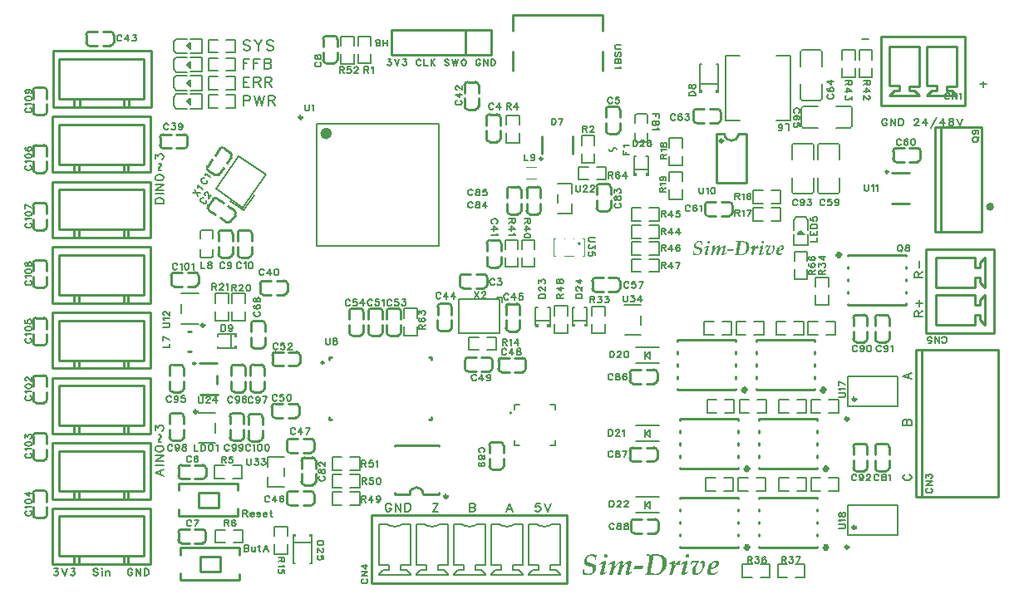
<source format=gto>
G04 Layer: TopSilkscreenLayer*
G04 EasyEDA Pro v3.2.69, 2026-02-19 03:55:46*
G04 Gerber Generator version 0.3*
G04 Scale: 100 percent, Rotated: No, Reflected: No*
G04 Dimensions in millimeters*
G04 Leading zeros omitted, absolute positions, 4 integers and 5 decimals*
G04 Generated by one-click*
%FSLAX45Y45*%
%MOMM*%
%ADD10C,0.2032*%
%ADD11C,0.1524*%
%ADD12C,0.2*%
%ADD13C,0.6*%
%ADD14C,0.3*%
%ADD15C,0.2529*%
%ADD16C,0.254*%
%ADD17C,0.14986*%
%ADD18C,0.4*%
%ADD19C,0.15199*%
%ADD20C,0.5*%
%ADD21C,0.15001*%
%ADD22C,0.1*%
%ADD23C,0.1778*%
G75*


G04 Text Start*
G54D10*
G01X-3054276Y1398052D02*
G01X-3063928Y1407958D01*
G01X-3078914Y1412784D01*
G01X-3098472Y1412784D01*
G01X-3113204Y1407958D01*
G01X-3123110Y1398052D01*
G01X-3123110Y1388400D01*
G01X-3118284Y1378494D01*
G01X-3113204Y1373414D01*
G01X-3103298Y1368588D01*
G01X-3073834Y1358682D01*
G01X-3063928Y1353856D01*
G01X-3059102Y1349030D01*
G01X-3054276Y1339124D01*
G01X-3054276Y1324392D01*
G01X-3063928Y1314486D01*
G01X-3078914Y1309660D01*
G01X-3098472Y1309660D01*
G01X-3113204Y1314486D01*
G01X-3123110Y1324392D01*
G01X-3010334Y1412784D02*
G01X-2970964Y1363762D01*
G01X-2970964Y1309660D01*
G01X-2931594Y1412784D02*
G01X-2970964Y1363762D01*
G01X-2818818Y1398052D02*
G01X-2828470Y1407958D01*
G01X-2843456Y1412784D01*
G01X-2863014Y1412784D01*
G01X-2877746Y1407958D01*
G01X-2887652Y1398052D01*
G01X-2887652Y1388400D01*
G01X-2882826Y1378494D01*
G01X-2877746Y1373414D01*
G01X-2867840Y1368588D01*
G01X-2838376Y1358682D01*
G01X-2828470Y1353856D01*
G01X-2823644Y1349030D01*
G01X-2818818Y1339124D01*
G01X-2818818Y1324392D01*
G01X-2828470Y1314486D01*
G01X-2843456Y1309660D01*
G01X-2863014Y1309660D01*
G01X-2877746Y1314486D01*
G01X-2887652Y1324392D01*
G01X-3123110Y1225182D02*
G01X-3123110Y1122058D01*
G01X-3123110Y1225182D02*
G01X-3059102Y1225182D01*
G01X-3123110Y1176160D02*
G01X-3083740Y1176160D01*
G01X-3015160Y1225182D02*
G01X-3015160Y1122058D01*
G01X-3015160Y1225182D02*
G01X-2951152Y1225182D01*
G01X-3015160Y1176160D02*
G01X-2975790Y1176160D01*
G01X-2907210Y1225182D02*
G01X-2907210Y1122058D01*
G01X-2907210Y1225182D02*
G01X-2863014Y1225182D01*
G01X-2848028Y1220356D01*
G01X-2843202Y1215530D01*
G01X-2838376Y1205624D01*
G01X-2838376Y1195718D01*
G01X-2843202Y1185812D01*
G01X-2848028Y1180986D01*
G01X-2863014Y1176160D01*
G01X-2907210Y1176160D02*
G01X-2863014Y1176160D01*
G01X-2848028Y1171080D01*
G01X-2843202Y1166254D01*
G01X-2838376Y1156348D01*
G01X-2838376Y1141616D01*
G01X-2843202Y1131710D01*
G01X-2848028Y1126884D01*
G01X-2863014Y1122058D01*
G01X-2907210Y1122058D01*
G01X-3123110Y1037453D02*
G01X-3123110Y934329D01*
G01X-3123110Y1037453D02*
G01X-3059102Y1037453D01*
G01X-3123110Y988431D02*
G01X-3083740Y988431D01*
G01X-3123110Y934329D02*
G01X-3059102Y934329D01*
G01X-3015160Y1037453D02*
G01X-3015160Y934329D01*
G01X-3015160Y1037453D02*
G01X-2970964Y1037453D01*
G01X-2955978Y1032627D01*
G01X-2951152Y1027801D01*
G01X-2946326Y1017895D01*
G01X-2946326Y1007989D01*
G01X-2951152Y998083D01*
G01X-2955978Y993257D01*
G01X-2970964Y988431D01*
G01X-3015160Y988431D01*
G01X-2980616Y988431D02*
G01X-2946326Y934329D01*
G01X-2902384Y1037453D02*
G01X-2902384Y934329D01*
G01X-2902384Y1037453D02*
G01X-2858188Y1037453D01*
G01X-2843202Y1032627D01*
G01X-2838376Y1027801D01*
G01X-2833550Y1017895D01*
G01X-2833550Y1007989D01*
G01X-2838376Y998083D01*
G01X-2843202Y993257D01*
G01X-2858188Y988431D01*
G01X-2902384Y988431D01*
G01X-2867840Y988431D02*
G01X-2833550Y934329D01*
G01X-3124462Y849978D02*
G01X-3124462Y746854D01*
G01X-3124462Y849978D02*
G01X-3080266Y849978D01*
G01X-3065280Y845152D01*
G01X-3060454Y840326D01*
G01X-3055628Y830420D01*
G01X-3055628Y815688D01*
G01X-3060454Y805782D01*
G01X-3065280Y800956D01*
G01X-3080266Y795876D01*
G01X-3124462Y795876D01*
G01X-3011686Y849978D02*
G01X-2987048Y746854D01*
G01X-2962410Y849978D02*
G01X-2987048Y746854D01*
G01X-2962410Y849978D02*
G01X-2937772Y746854D01*
G01X-2913134Y849978D02*
G01X-2937772Y746854D01*
G01X-2869192Y849978D02*
G01X-2869192Y746854D01*
G01X-2869192Y849978D02*
G01X-2824996Y849978D01*
G01X-2810010Y845152D01*
G01X-2805184Y840326D01*
G01X-2800358Y830420D01*
G01X-2800358Y820514D01*
G01X-2805184Y810608D01*
G01X-2810010Y805782D01*
G01X-2824996Y800956D01*
G01X-2869192Y800956D01*
G01X-2834648Y800956D02*
G01X-2800358Y746854D01*
G01X-1651180Y1218728D02*
G01X-1618922Y1218728D01*
G01X-1636448Y1195106D01*
G01X-1627558Y1195106D01*
G01X-1621716Y1192312D01*
G01X-1618922Y1189264D01*
G01X-1615874Y1180374D01*
G01X-1615874Y1174532D01*
G01X-1618922Y1165896D01*
G01X-1624764Y1159800D01*
G01X-1633400Y1157006D01*
G01X-1642290Y1157006D01*
G01X-1651180Y1159800D01*
G01X-1653974Y1162848D01*
G01X-1657022Y1168690D01*
G01X-1581330Y1218728D02*
G01X-1557962Y1157006D01*
G01X-1534340Y1218728D02*
G01X-1557962Y1157006D01*
G01X-1493954Y1218728D02*
G01X-1461696Y1218728D01*
G01X-1479476Y1195106D01*
G01X-1470586Y1195106D01*
G01X-1464744Y1192312D01*
G01X-1461696Y1189264D01*
G01X-1458902Y1180374D01*
G01X-1458902Y1174532D01*
G01X-1461696Y1165896D01*
G01X-1467538Y1159800D01*
G01X-1476428Y1157006D01*
G01X-1485318Y1157006D01*
G01X-1493954Y1159800D01*
G01X-1497002Y1162848D01*
G01X-1499796Y1168690D01*
G01X-1314630Y1203996D02*
G01X-1317678Y1209838D01*
G01X-1323520Y1215680D01*
G01X-1329362Y1218728D01*
G01X-1341046Y1218728D01*
G01X-1346888Y1215680D01*
G01X-1352730Y1209838D01*
G01X-1355778Y1203996D01*
G01X-1358572Y1195106D01*
G01X-1358572Y1180374D01*
G01X-1355778Y1171738D01*
G01X-1352730Y1165896D01*
G01X-1346888Y1159800D01*
G01X-1341046Y1157006D01*
G01X-1329362Y1157006D01*
G01X-1323520Y1159800D01*
G01X-1317678Y1165896D01*
G01X-1314630Y1171738D01*
G01X-1280086Y1218728D02*
G01X-1280086Y1157006D01*
G01X-1280086Y1157006D02*
G01X-1245034Y1157006D01*
G01X-1210490Y1218728D02*
G01X-1210490Y1157006D01*
G01X-1169596Y1218728D02*
G01X-1210490Y1177580D01*
G01X-1196012Y1192312D02*
G01X-1169596Y1157006D01*
G01X-1028372Y1209838D02*
G01X-1034214Y1215680D01*
G01X-1042850Y1218728D01*
G01X-1054788Y1218728D01*
G01X-1063424Y1215680D01*
G01X-1069266Y1209838D01*
G01X-1069266Y1203996D01*
G01X-1066472Y1198154D01*
G01X-1063424Y1195106D01*
G01X-1057582Y1192312D01*
G01X-1040056Y1186470D01*
G01X-1034214Y1183422D01*
G01X-1031166Y1180374D01*
G01X-1028372Y1174532D01*
G01X-1028372Y1165896D01*
G01X-1034214Y1159800D01*
G01X-1042850Y1157006D01*
G01X-1054788Y1157006D01*
G01X-1063424Y1159800D01*
G01X-1069266Y1165896D01*
G01X-993828Y1218728D02*
G01X-979350Y1157006D01*
G01X-964618Y1218728D02*
G01X-979350Y1157006D01*
G01X-964618Y1218728D02*
G01X-949886Y1157006D01*
G01X-935154Y1218728D02*
G01X-949886Y1157006D01*
G01X-883084Y1218728D02*
G01X-888926Y1215680D01*
G01X-894768Y1209838D01*
G01X-897816Y1203996D01*
G01X-900610Y1195106D01*
G01X-900610Y1180374D01*
G01X-897816Y1171738D01*
G01X-894768Y1165896D01*
G01X-888926Y1159800D01*
G01X-883084Y1157006D01*
G01X-871400Y1157006D01*
G01X-865558Y1159800D01*
G01X-859716Y1165896D01*
G01X-856668Y1171738D01*
G01X-853620Y1180374D01*
G01X-853620Y1195106D01*
G01X-856668Y1203996D01*
G01X-859716Y1209838D01*
G01X-865558Y1215680D01*
G01X-871400Y1218728D01*
G01X-883084Y1218728D01*
G01X-709348Y1203996D02*
G01X-712396Y1209838D01*
G01X-718238Y1215680D01*
G01X-724080Y1218728D01*
G01X-735764Y1218728D01*
G01X-741606Y1215680D01*
G01X-747448Y1209838D01*
G01X-750496Y1203996D01*
G01X-753290Y1195106D01*
G01X-753290Y1180374D01*
G01X-750496Y1171738D01*
G01X-747448Y1165896D01*
G01X-741606Y1159800D01*
G01X-735764Y1157006D01*
G01X-724080Y1157006D01*
G01X-718238Y1159800D01*
G01X-712396Y1165896D01*
G01X-709348Y1171738D01*
G01X-709348Y1180374D01*
G01X-724080Y1180374D02*
G01X-709348Y1180374D01*
G01X-674804Y1218728D02*
G01X-674804Y1157006D01*
G01X-674804Y1218728D02*
G01X-633910Y1157006D01*
G01X-633910Y1218728D02*
G01X-633910Y1157006D01*
G01X-599366Y1218728D02*
G01X-599366Y1157006D01*
G01X-599366Y1218728D02*
G01X-579046Y1218728D01*
G01X-570156Y1215680D01*
G01X-564314Y1209838D01*
G01X-561266Y1203996D01*
G01X-558472Y1195106D01*
G01X-558472Y1180374D01*
G01X-561266Y1171738D01*
G01X-564314Y1165896D01*
G01X-570156Y1159800D01*
G01X-579046Y1157006D01*
G01X-599366Y1157006D01*
G01X-1614858Y-3325332D02*
G01X-1618922Y-3317204D01*
G01X-1627304Y-3308822D01*
G01X-1635432Y-3304758D01*
G01X-1651942Y-3304758D01*
G01X-1660324Y-3308822D01*
G01X-1668452Y-3317204D01*
G01X-1672770Y-3325332D01*
G01X-1676834Y-3337778D01*
G01X-1676834Y-3358352D01*
G01X-1672770Y-3370798D01*
G01X-1668452Y-3379180D01*
G01X-1660324Y-3387308D01*
G01X-1651942Y-3391372D01*
G01X-1635432Y-3391372D01*
G01X-1627304Y-3387308D01*
G01X-1618922Y-3379180D01*
G01X-1614858Y-3370798D01*
G01X-1614858Y-3358352D01*
G01X-1635432Y-3358352D02*
G01X-1614858Y-3358352D01*
G01X-1574726Y-3304758D02*
G01X-1574726Y-3391372D01*
G01X-1574726Y-3304758D02*
G01X-1516814Y-3391372D01*
G01X-1516814Y-3304758D02*
G01X-1516814Y-3391372D01*
G01X-1476682Y-3304758D02*
G01X-1476682Y-3391372D01*
G01X-1476682Y-3304758D02*
G01X-1447726Y-3304758D01*
G01X-1435280Y-3308822D01*
G01X-1427152Y-3317204D01*
G01X-1423088Y-3325332D01*
G01X-1418770Y-3337778D01*
G01X-1418770Y-3358352D01*
G01X-1423088Y-3370798D01*
G01X-1427152Y-3379180D01*
G01X-1435280Y-3387308D01*
G01X-1447726Y-3391372D01*
G01X-1476682Y-3391372D01*
G01X-1135814Y-3304758D02*
G01X-1193726Y-3391372D01*
G01X-1193726Y-3304758D02*
G01X-1135814Y-3304758D01*
G01X-1193726Y-3391372D02*
G01X-1135814Y-3391372D01*
G01X-818314Y-3304758D02*
G01X-818314Y-3391372D01*
G01X-818314Y-3304758D02*
G01X-781230Y-3304758D01*
G01X-768784Y-3308822D01*
G01X-764720Y-3313140D01*
G01X-760402Y-3321268D01*
G01X-760402Y-3329650D01*
G01X-764720Y-3337778D01*
G01X-768784Y-3341842D01*
G01X-781230Y-3346160D01*
G01X-818314Y-3346160D02*
G01X-781230Y-3346160D01*
G01X-768784Y-3350224D01*
G01X-764720Y-3354288D01*
G01X-760402Y-3362670D01*
G01X-760402Y-3374862D01*
G01X-764720Y-3383244D01*
G01X-768784Y-3387308D01*
G01X-781230Y-3391372D01*
G01X-818314Y-3391372D01*
G01X-409882Y-3304758D02*
G01X-442902Y-3391372D01*
G01X-409882Y-3304758D02*
G01X-376862Y-3391372D01*
G01X-430456Y-3362670D02*
G01X-389308Y-3362670D01*
G01X-102288Y-3304758D02*
G01X-143436Y-3304758D01*
G01X-147754Y-3341842D01*
G01X-143436Y-3337778D01*
G01X-131244Y-3333714D01*
G01X-118798Y-3333714D01*
G01X-106352Y-3337778D01*
G01X-98224Y-3346160D01*
G01X-93906Y-3358352D01*
G01X-93906Y-3366734D01*
G01X-98224Y-3379180D01*
G01X-106352Y-3387308D01*
G01X-118798Y-3391372D01*
G01X-131244Y-3391372D01*
G01X-143436Y-3387308D01*
G01X-147754Y-3383244D01*
G01X-151818Y-3374862D01*
G01X-53774Y-3304758D02*
G01X-20754Y-3391372D01*
G01X12266Y-3304758D02*
G01X-20754Y-3391372D01*
G01X3435170Y598968D02*
G01X3431868Y605572D01*
G01X3425264Y612176D01*
G01X3418406Y615478D01*
G01X3405198Y615478D01*
G01X3398594Y612176D01*
G01X3391736Y605572D01*
G01X3388434Y598968D01*
G01X3385132Y588808D01*
G01X3385132Y572298D01*
G01X3388434Y562138D01*
G01X3391736Y555534D01*
G01X3398594Y548930D01*
G01X3405198Y545628D01*
G01X3418406Y545628D01*
G01X3425264Y548930D01*
G01X3431868Y555534D01*
G01X3435170Y562138D01*
G01X3435170Y572298D01*
G01X3418406Y572298D02*
G01X3435170Y572298D01*
G01X3471492Y615478D02*
G01X3471492Y545628D01*
G01X3471492Y615478D02*
G01X3518228Y545628D01*
G01X3518228Y615478D02*
G01X3518228Y545628D01*
G01X3554550Y615478D02*
G01X3554550Y545628D01*
G01X3554550Y615478D02*
G01X3577918Y615478D01*
G01X3587824Y612176D01*
G01X3594682Y605572D01*
G01X3597984Y598968D01*
G01X3601286Y588808D01*
G01X3601286Y572298D01*
G01X3597984Y562138D01*
G01X3594682Y555534D01*
G01X3587824Y548930D01*
G01X3577918Y545628D01*
G01X3554550Y545628D01*
G01X3715586Y598968D02*
G01X3715586Y602270D01*
G01X3718888Y608874D01*
G01X3722190Y612176D01*
G01X3729048Y615478D01*
G01X3742256Y615478D01*
G01X3748860Y612176D01*
G01X3752416Y608874D01*
G01X3755718Y602270D01*
G01X3755718Y595666D01*
G01X3752416Y588808D01*
G01X3745558Y578902D01*
G01X3712284Y545628D01*
G01X3759020Y545628D01*
G01X3828616Y615478D02*
G01X3795342Y568996D01*
G01X3845380Y568996D01*
G01X3828616Y615478D02*
G01X3828616Y545628D01*
G01X3941646Y628940D02*
G01X3881702Y522260D01*
G01X4011242Y615478D02*
G01X3977968Y568996D01*
G01X4028006Y568996D01*
G01X4011242Y615478D02*
G01X4011242Y545628D01*
G01X4081092Y615478D02*
G01X4070932Y612176D01*
G01X4067630Y605572D01*
G01X4067630Y598968D01*
G01X4070932Y592364D01*
G01X4077790Y588808D01*
G01X4090998Y585506D01*
G01X4100904Y582204D01*
G01X4107762Y575600D01*
G01X4111064Y568996D01*
G01X4111064Y558836D01*
G01X4107762Y552232D01*
G01X4104460Y548930D01*
G01X4094300Y545628D01*
G01X4081092Y545628D01*
G01X4070932Y548930D01*
G01X4067630Y552232D01*
G01X4064328Y558836D01*
G01X4064328Y568996D01*
G01X4067630Y575600D01*
G01X4074234Y582204D01*
G01X4084394Y585506D01*
G01X4097602Y588808D01*
G01X4104460Y592364D01*
G01X4107762Y598968D01*
G01X4107762Y605572D01*
G01X4104460Y612176D01*
G01X4094300Y615478D01*
G01X4081092Y615478D01*
G01X4147386Y615478D02*
G01X4174056Y545628D01*
G01X4200726Y615478D02*
G01X4174056Y545628D01*
G01X3616526Y-3011642D02*
G01X3608398Y-3015706D01*
G01X3600016Y-3024088D01*
G01X3595952Y-3032216D01*
G01X3595952Y-3048726D01*
G01X3600016Y-3057108D01*
G01X3608398Y-3065236D01*
G01X3616526Y-3069554D01*
G01X3628972Y-3073618D01*
G01X3649546Y-3073618D01*
G01X3661992Y-3069554D01*
G01X3670374Y-3065236D01*
G01X3678502Y-3057108D01*
G01X3682566Y-3048726D01*
G01X3682566Y-3032216D01*
G01X3678502Y-3024088D01*
G01X3670374Y-3015706D01*
G01X3661992Y-3011642D01*
G01X3595952Y-2509230D02*
G01X3682566Y-2509230D01*
G01X3595952Y-2509230D02*
G01X3595952Y-2472146D01*
G01X3600016Y-2459700D01*
G01X3604334Y-2455636D01*
G01X3612462Y-2451318D01*
G01X3620844Y-2451318D01*
G01X3628972Y-2455636D01*
G01X3633036Y-2459700D01*
G01X3637354Y-2472146D01*
G01X3637354Y-2509230D02*
G01X3637354Y-2472146D01*
G01X3641418Y-2459700D01*
G01X3645482Y-2455636D01*
G01X3653864Y-2451318D01*
G01X3666056Y-2451318D01*
G01X3674438Y-2455636D01*
G01X3678502Y-2459700D01*
G01X3682566Y-2472146D01*
G01X3682566Y-2509230D01*
G01X3595952Y-2008342D02*
G01X3682566Y-2041362D01*
G01X3595952Y-2008342D02*
G01X3682566Y-1975322D01*
G01X3653864Y-2028916D02*
G01X3653864Y-1987768D01*
G01X3713526Y-1402208D02*
G01X3800140Y-1402208D01*
G01X3713526Y-1402208D02*
G01X3713526Y-1365124D01*
G01X3717590Y-1352678D01*
G01X3721908Y-1348614D01*
G01X3730036Y-1344296D01*
G01X3738418Y-1344296D01*
G01X3746546Y-1348614D01*
G01X3750610Y-1352678D01*
G01X3754928Y-1365124D01*
G01X3754928Y-1402208D01*
G01X3754928Y-1373252D02*
G01X3800140Y-1344296D01*
G01X3725972Y-1267080D02*
G01X3800140Y-1267080D01*
G01X3763056Y-1304164D02*
G01X3763056Y-1229742D01*
G01X3713526Y-1004698D02*
G01X3800140Y-1004698D01*
G01X3713526Y-1004698D02*
G01X3713526Y-967614D01*
G01X3717590Y-955168D01*
G01X3721908Y-951104D01*
G01X3730036Y-946786D01*
G01X3738418Y-946786D01*
G01X3746546Y-951104D01*
G01X3750610Y-955168D01*
G01X3754928Y-967614D01*
G01X3754928Y-1004698D01*
G01X3754928Y-975742D02*
G01X3800140Y-946786D01*
G01X3763056Y-906654D02*
G01X3763056Y-832232D01*
G01X-5048176Y-3971000D02*
G01X-5011346Y-3971000D01*
G01X-5031412Y-3997670D01*
G01X-5021506Y-3997670D01*
G01X-5014648Y-4000972D01*
G01X-5011346Y-4004274D01*
G01X-5008044Y-4014180D01*
G01X-5008044Y-4020784D01*
G01X-5011346Y-4030944D01*
G01X-5018204Y-4037548D01*
G01X-5028110Y-4040850D01*
G01X-5038016Y-4040850D01*
G01X-5048176Y-4037548D01*
G01X-5051478Y-4034246D01*
G01X-5054780Y-4027642D01*
G01X-4971722Y-3971000D02*
G01X-4945052Y-4040850D01*
G01X-4918382Y-3971000D02*
G01X-4945052Y-4040850D01*
G01X-4875456Y-3971000D02*
G01X-4838626Y-3971000D01*
G01X-4858692Y-3997670D01*
G01X-4848786Y-3997670D01*
G01X-4841928Y-4000972D01*
G01X-4838626Y-4004274D01*
G01X-4835324Y-4014180D01*
G01X-4835324Y-4020784D01*
G01X-4838626Y-4030944D01*
G01X-4845484Y-4037548D01*
G01X-4855390Y-4040850D01*
G01X-4865296Y-4040850D01*
G01X-4875456Y-4037548D01*
G01X-4878758Y-4034246D01*
G01X-4882060Y-4027642D01*
G01X-4602914Y-3980906D02*
G01X-4609518Y-3974302D01*
G01X-4619678Y-3971000D01*
G01X-4632886Y-3971000D01*
G01X-4643046Y-3974302D01*
G01X-4649650Y-3980906D01*
G01X-4649650Y-3987510D01*
G01X-4646348Y-3994114D01*
G01X-4643046Y-3997670D01*
G01X-4636188Y-4000972D01*
G01X-4616376Y-4007576D01*
G01X-4609518Y-4010878D01*
G01X-4606216Y-4014180D01*
G01X-4602914Y-4020784D01*
G01X-4602914Y-4030944D01*
G01X-4609518Y-4037548D01*
G01X-4619678Y-4040850D01*
G01X-4632886Y-4040850D01*
G01X-4643046Y-4037548D01*
G01X-4649650Y-4030944D01*
G01X-4566592Y-3971000D02*
G01X-4563290Y-3974302D01*
G01X-4559988Y-3971000D01*
G01X-4563290Y-3967444D01*
G01X-4566592Y-3971000D01*
G01X-4563290Y-3994114D02*
G01X-4563290Y-4040850D01*
G01X-4523666Y-3994114D02*
G01X-4523666Y-4040850D01*
G01X-4523666Y-4007576D02*
G01X-4513760Y-3997670D01*
G01X-4506902Y-3994114D01*
G01X-4496996Y-3994114D01*
G01X-4490392Y-3997670D01*
G01X-4487090Y-4007576D01*
G01X-4487090Y-4040850D01*
G01X-4251378Y-3987510D02*
G01X-4254680Y-3980906D01*
G01X-4261284Y-3974302D01*
G01X-4268142Y-3971000D01*
G01X-4281350Y-3971000D01*
G01X-4287954Y-3974302D01*
G01X-4294812Y-3980906D01*
G01X-4298114Y-3987510D01*
G01X-4301416Y-3997670D01*
G01X-4301416Y-4014180D01*
G01X-4298114Y-4024340D01*
G01X-4294812Y-4030944D01*
G01X-4287954Y-4037548D01*
G01X-4281350Y-4040850D01*
G01X-4268142Y-4040850D01*
G01X-4261284Y-4037548D01*
G01X-4254680Y-4030944D01*
G01X-4251378Y-4024340D01*
G01X-4251378Y-4014180D01*
G01X-4268142Y-4014180D02*
G01X-4251378Y-4014180D01*
G01X-4215056Y-3971000D02*
G01X-4215056Y-4040850D01*
G01X-4215056Y-3971000D02*
G01X-4168320Y-4040850D01*
G01X-4168320Y-3971000D02*
G01X-4168320Y-4040850D01*
G01X-4131998Y-3971000D02*
G01X-4131998Y-4040850D01*
G01X-4131998Y-3971000D02*
G01X-4108630Y-3971000D01*
G01X-4098724Y-3974302D01*
G01X-4091866Y-3980906D01*
G01X-4088564Y-3987510D01*
G01X-4085262Y-3997670D01*
G01X-4085262Y-4014180D01*
G01X-4088564Y-4024340D01*
G01X-4091866Y-4030944D01*
G01X-4098724Y-4037548D01*
G01X-4108630Y-4040850D01*
G01X-4131998Y-4040850D01*
G01X-4021762Y-2991068D02*
G01X-3935148Y-3024088D01*
G01X-4021762Y-2991068D02*
G01X-3935148Y-2958048D01*
G01X-3963850Y-3011642D02*
G01X-3963850Y-2970494D01*
G01X-4021762Y-2917916D02*
G01X-3935148Y-2917916D01*
G01X-4021762Y-2877784D02*
G01X-3935148Y-2877784D01*
G01X-4021762Y-2877784D02*
G01X-3935148Y-2819872D01*
G01X-4021762Y-2819872D02*
G01X-3935148Y-2819872D01*
G01X-4021762Y-2754848D02*
G01X-4017698Y-2767294D01*
G01X-4005252Y-2775676D01*
G01X-3984678Y-2779740D01*
G01X-3972232Y-2779740D01*
G01X-3951658Y-2775676D01*
G01X-3939212Y-2767294D01*
G01X-3935148Y-2754848D01*
G01X-3935148Y-2746720D01*
G01X-3939212Y-2734274D01*
G01X-3951658Y-2726146D01*
G01X-3972232Y-2721828D01*
G01X-3984678Y-2721828D01*
G01X-4005252Y-2726146D01*
G01X-4017698Y-2734274D01*
G01X-4021762Y-2746720D01*
G01X-4021762Y-2754848D01*
G01X-3959786Y-2681696D02*
G01X-3968168Y-2681696D01*
G01X-3980360Y-2677632D01*
G01X-3984678Y-2669250D01*
G01X-3984678Y-2661122D01*
G01X-3980360Y-2652740D01*
G01X-3968168Y-2636230D01*
G01X-3963850Y-2628102D01*
G01X-3963850Y-2619720D01*
G01X-3968168Y-2611592D01*
G01X-3976296Y-2607274D01*
G01X-3968168Y-2681696D02*
G01X-3976296Y-2677632D01*
G01X-3980360Y-2669250D01*
G01X-3980360Y-2661122D01*
G01X-3976296Y-2652740D01*
G01X-3963850Y-2636230D01*
G01X-3959786Y-2628102D01*
G01X-3959786Y-2619720D01*
G01X-3963850Y-2611592D01*
G01X-3976296Y-2607274D01*
G01X-3984678Y-2607274D01*
G01X-4021762Y-2558760D02*
G01X-4021762Y-2513548D01*
G01X-3988742Y-2538186D01*
G01X-3988742Y-2525740D01*
G01X-3984678Y-2517612D01*
G01X-3980360Y-2513548D01*
G01X-3968168Y-2509230D01*
G01X-3959786Y-2509230D01*
G01X-3947340Y-2513548D01*
G01X-3939212Y-2521676D01*
G01X-3935148Y-2534122D01*
G01X-3935148Y-2546568D01*
G01X-3939212Y-2558760D01*
G01X-3943276Y-2563078D01*
G01X-3951658Y-2567142D01*
G01X-4021762Y-250154D02*
G01X-3935148Y-250154D01*
G01X-4021762Y-250154D02*
G01X-4021762Y-221198D01*
G01X-4017698Y-208752D01*
G01X-4009316Y-200624D01*
G01X-4001188Y-196560D01*
G01X-3988742Y-192242D01*
G01X-3968168Y-192242D01*
G01X-3955722Y-196560D01*
G01X-3947340Y-200624D01*
G01X-3939212Y-208752D01*
G01X-3935148Y-221198D01*
G01X-3935148Y-250154D01*
G01X-4021762Y-152110D02*
G01X-3935148Y-152110D01*
G01X-4021762Y-111978D02*
G01X-3935148Y-111978D01*
G01X-4021762Y-111978D02*
G01X-3935148Y-54066D01*
G01X-4021762Y-54066D02*
G01X-3935148Y-54066D01*
G01X-4021762Y10958D02*
G01X-4017698Y-1488D01*
G01X-4005252Y-9870D01*
G01X-3984678Y-13934D01*
G01X-3972232Y-13934D01*
G01X-3951658Y-9870D01*
G01X-3939212Y-1488D01*
G01X-3935148Y10958D01*
G01X-3935148Y19086D01*
G01X-3939212Y31532D01*
G01X-3951658Y39660D01*
G01X-3972232Y43978D01*
G01X-3984678Y43978D01*
G01X-4005252Y39660D01*
G01X-4017698Y31532D01*
G01X-4021762Y19086D01*
G01X-4021762Y10958D01*
G01X-3959786Y84110D02*
G01X-3968168Y84110D01*
G01X-3980360Y88174D01*
G01X-3984678Y96556D01*
G01X-3984678Y104684D01*
G01X-3980360Y113066D01*
G01X-3968168Y129576D01*
G01X-3963850Y137704D01*
G01X-3963850Y146086D01*
G01X-3968168Y154214D01*
G01X-3976296Y158532D01*
G01X-3968168Y84110D02*
G01X-3976296Y88174D01*
G01X-3980360Y96556D01*
G01X-3980360Y104684D01*
G01X-3976296Y113066D01*
G01X-3963850Y129576D01*
G01X-3959786Y137704D01*
G01X-3959786Y146086D01*
G01X-3963850Y154214D01*
G01X-3976296Y158532D01*
G01X-3984678Y158532D01*
G01X-4021762Y207046D02*
G01X-4021762Y252258D01*
G01X-3988742Y227620D01*
G01X-3988742Y240066D01*
G01X-3984678Y248194D01*
G01X-3980360Y252258D01*
G01X-3968168Y256576D01*
G01X-3959786Y256576D01*
G01X-3947340Y252258D01*
G01X-3939212Y244130D01*
G01X-3935148Y231684D01*
G01X-3935148Y219238D01*
G01X-3939212Y207046D01*
G01X-3943276Y202728D01*
G01X-3951658Y198664D01*
G54D11*
G01X-3125650Y-3375878D02*
G01X-3125650Y-3440902D01*
G01X-3125650Y-3375878D02*
G01X-3097710Y-3375878D01*
G01X-3088566Y-3378926D01*
G01X-3085518Y-3381974D01*
G01X-3082216Y-3388324D01*
G01X-3082216Y-3394420D01*
G01X-3085518Y-3400516D01*
G01X-3088566Y-3403564D01*
G01X-3097710Y-3406866D01*
G01X-3125650Y-3406866D01*
G01X-3104060Y-3406866D02*
G01X-3082216Y-3440902D01*
G01X-3051990Y-3416010D02*
G01X-3014906Y-3416010D01*
G01X-3014906Y-3409914D01*
G01X-3017954Y-3403564D01*
G01X-3021256Y-3400516D01*
G01X-3027352Y-3397468D01*
G01X-3036750Y-3397468D01*
G01X-3042846Y-3400516D01*
G01X-3048942Y-3406866D01*
G01X-3051990Y-3416010D01*
G01X-3051990Y-3422360D01*
G01X-3048942Y-3431504D01*
G01X-3042846Y-3437854D01*
G01X-3036750Y-3440902D01*
G01X-3027352Y-3440902D01*
G01X-3021256Y-3437854D01*
G01X-3014906Y-3431504D01*
G01X-2950644Y-3406866D02*
G01X-2953946Y-3400516D01*
G01X-2963090Y-3397468D01*
G01X-2972488Y-3397468D01*
G01X-2981632Y-3400516D01*
G01X-2984680Y-3406866D01*
G01X-2981632Y-3412962D01*
G01X-2975536Y-3416010D01*
G01X-2960042Y-3419058D01*
G01X-2953946Y-3422360D01*
G01X-2950644Y-3428456D01*
G01X-2950644Y-3431504D01*
G01X-2953946Y-3437854D01*
G01X-2963090Y-3440902D01*
G01X-2972488Y-3440902D01*
G01X-2981632Y-3437854D01*
G01X-2984680Y-3431504D01*
G01X-2920418Y-3416010D02*
G01X-2883334Y-3416010D01*
G01X-2883334Y-3409914D01*
G01X-2886382Y-3403564D01*
G01X-2889684Y-3400516D01*
G01X-2895780Y-3397468D01*
G01X-2905178Y-3397468D01*
G01X-2911274Y-3400516D01*
G01X-2917370Y-3406866D01*
G01X-2920418Y-3416010D01*
G01X-2920418Y-3422360D01*
G01X-2917370Y-3431504D01*
G01X-2911274Y-3437854D01*
G01X-2905178Y-3440902D01*
G01X-2895780Y-3440902D01*
G01X-2889684Y-3437854D01*
G01X-2883334Y-3431504D01*
G01X-2843964Y-3375878D02*
G01X-2843964Y-3428456D01*
G01X-2840916Y-3437854D01*
G01X-2834566Y-3440902D01*
G01X-2828470Y-3440902D01*
G01X-2853108Y-3397468D02*
G01X-2831518Y-3397468D01*
G01X-3111012Y-3730208D02*
G01X-3111012Y-3795232D01*
G01X-3111012Y-3730208D02*
G01X-3083072Y-3730208D01*
G01X-3073928Y-3733256D01*
G01X-3070880Y-3736304D01*
G01X-3067578Y-3742654D01*
G01X-3067578Y-3748750D01*
G01X-3070880Y-3754846D01*
G01X-3073928Y-3757894D01*
G01X-3083072Y-3761196D01*
G01X-3111012Y-3761196D02*
G01X-3083072Y-3761196D01*
G01X-3073928Y-3764244D01*
G01X-3070880Y-3767292D01*
G01X-3067578Y-3773388D01*
G01X-3067578Y-3782786D01*
G01X-3070880Y-3788882D01*
G01X-3073928Y-3792184D01*
G01X-3083072Y-3795232D01*
G01X-3111012Y-3795232D01*
G01X-3037352Y-3751798D02*
G01X-3037352Y-3782786D01*
G01X-3034304Y-3792184D01*
G01X-3028208Y-3795232D01*
G01X-3018810Y-3795232D01*
G01X-3012714Y-3792184D01*
G01X-3003316Y-3782786D01*
G01X-3003316Y-3751798D02*
G01X-3003316Y-3795232D01*
G01X-2963946Y-3730208D02*
G01X-2963946Y-3782786D01*
G01X-2960898Y-3792184D01*
G01X-2954548Y-3795232D01*
G01X-2948452Y-3795232D01*
G01X-2973090Y-3751798D02*
G01X-2951500Y-3751798D01*
G01X-2893588Y-3730208D02*
G01X-2918226Y-3795232D01*
G01X-2893588Y-3730208D02*
G01X-2868696Y-3795232D01*
G01X-2909082Y-3773388D02*
G01X-2878094Y-3773388D01*
G36*
G01X384714Y-4039083D02*
G01X377325Y-4038621D01*
G01X374092Y-4038159D01*
G01X369936Y-4037698D01*
G01X363470Y-4036774D01*
G01X359314Y-4035850D01*
G01X353310Y-4034465D01*
G01X347768Y-4032618D01*
G01X339456Y-4028923D01*
G01X332990Y-4025228D01*
G01X331374Y-4023843D01*
G01X331143Y-4021534D01*
G01X332066Y-4017378D01*
G01X333914Y-4007218D01*
G01X335761Y-3996134D01*
G01X338070Y-3979970D01*
G01X339225Y-3978585D01*
G01X342688Y-3978123D01*
G01X347768Y-3979047D01*
G01X347768Y-3981356D01*
G01X347306Y-3991516D01*
G01X347768Y-4002599D01*
G01X349616Y-4005832D01*
G01X351925Y-4008141D01*
G01X355157Y-4010912D01*
G01X358852Y-4013221D01*
G01X362085Y-4015068D01*
G01X365779Y-4016916D01*
G01X369474Y-4018301D01*
G01X372706Y-4019687D01*
G01X377325Y-4021072D01*
G01X381943Y-4021996D01*
G01X392103Y-4022919D01*
G01X394412Y-4022919D01*
G01X399030Y-4022458D01*
G01X404110Y-4021996D01*
G01X408728Y-4021072D01*
G01X413808Y-4019687D01*
G01X417965Y-4017839D01*
G01X422121Y-4015530D01*
G01X425354Y-4013221D01*
G01X428586Y-4010450D01*
G01X432281Y-4006294D01*
G01X435052Y-4001676D01*
G01X436899Y-3997519D01*
G01X438285Y-3991978D01*
G01X439208Y-3985050D01*
G01X439208Y-3980432D01*
G01X438746Y-3976276D01*
G01X437823Y-3970272D01*
G01X435976Y-3965654D01*
G01X434590Y-3962883D01*
G01X432743Y-3960574D01*
G01X430434Y-3958727D01*
G01X427201Y-3956879D01*
G01X423045Y-3955032D01*
G01X414732Y-3952261D01*
G01X410114Y-3950876D01*
G01X404110Y-3949490D01*
G01X399492Y-3948105D01*
G01X395336Y-3947181D01*
G01X389794Y-3945796D01*
G01X378710Y-3942101D01*
G01X374554Y-3940254D01*
G01X367165Y-3936559D01*
G01X363932Y-3934712D01*
G01X361161Y-3932403D01*
G01X358852Y-3930094D01*
G01X356081Y-3926861D01*
G01X353772Y-3923167D01*
G01X351001Y-3916701D01*
G01X349616Y-3912545D01*
G01X348692Y-3908388D01*
G01X348230Y-3900538D01*
G01X348692Y-3889916D01*
G01X349616Y-3884374D01*
G01X350539Y-3880218D01*
G01X351925Y-3875599D01*
G01X353772Y-3870981D01*
G01X355619Y-3867287D01*
G01X357466Y-3864054D01*
G01X359776Y-3859898D01*
G01X363008Y-3855741D01*
G01X365779Y-3852047D01*
G01X372706Y-3845119D01*
G01X377325Y-3841425D01*
G01X380557Y-3839116D01*
G01X384714Y-3836345D01*
G01X388408Y-3834036D01*
G01X392103Y-3832188D01*
G01X396721Y-3830341D01*
G01X401801Y-3828494D01*
G01X405957Y-3827108D01*
G01X416117Y-3825261D01*
G01X427663Y-3824799D01*
G01X441979Y-3825261D01*
G01X447521Y-3826185D01*
G01X451677Y-3827108D01*
G01X457219Y-3828494D01*
G01X462761Y-3830341D01*
G01X467841Y-3832188D01*
G01X474306Y-3835883D01*
G01X475923Y-3837153D01*
G01X476154Y-3839116D01*
G01X475230Y-3842810D01*
G01X472459Y-3856665D01*
G01X471536Y-3862207D01*
G01X470612Y-3868672D01*
G01X469226Y-3881141D01*
G01X459066Y-3881141D01*
G01X459066Y-3875599D01*
G01X459528Y-3868672D01*
G01X459528Y-3865901D01*
G01X459066Y-3860821D01*
G01X458143Y-3856203D01*
G01X456296Y-3853894D01*
G01X453063Y-3850661D01*
G01X448906Y-3847890D01*
G01X445674Y-3846043D01*
G01X439208Y-3843272D01*
G01X434590Y-3841887D01*
G01X429972Y-3840963D01*
G01X421197Y-3840501D01*
G01X412423Y-3840963D01*
G01X408728Y-3841425D01*
G01X404572Y-3842348D01*
G01X400416Y-3843734D01*
G01X395797Y-3845581D01*
G01X389332Y-3850199D01*
G01X386099Y-3852970D01*
G01X383790Y-3856203D01*
G01X381481Y-3859898D01*
G01X379634Y-3863592D01*
G01X378248Y-3868672D01*
G01X377325Y-3873290D01*
G01X376863Y-3877908D01*
G01X377325Y-3883450D01*
G01X378248Y-3888992D01*
G01X379634Y-3893610D01*
G01X381481Y-3897305D01*
G01X383790Y-3900538D01*
G01X388408Y-3905156D01*
G01X391179Y-3907003D01*
G01X395336Y-3908850D01*
G01X401339Y-3910698D01*
G01X407805Y-3912545D01*
G01X412423Y-3913930D01*
G01X416579Y-3914854D01*
G01X422583Y-3916239D01*
G01X427201Y-3917625D01*
G01X431357Y-3918548D01*
G01X436899Y-3919934D01*
G01X442441Y-3921781D01*
G01X447059Y-3923628D01*
G01X451216Y-3925476D01*
G01X455372Y-3927785D01*
G01X458605Y-3930094D01*
G01X461376Y-3932403D01*
G01X463685Y-3935174D01*
G01X465532Y-3937945D01*
G01X468303Y-3943487D01*
G01X469688Y-3947643D01*
G01X470612Y-3951799D01*
G01X471074Y-3960112D01*
G01X470612Y-3970272D01*
G01X469688Y-3975814D01*
G01X468303Y-3981356D01*
G01X466456Y-3986436D01*
G01X464608Y-3990592D01*
G01X462299Y-3995210D01*
G01X459528Y-3999367D01*
G01X457219Y-4002599D01*
G01X455372Y-4004908D01*
G01X452601Y-4008141D01*
G01X449368Y-4012298D01*
G01X446597Y-4015068D01*
G01X444288Y-4016916D01*
G01X441056Y-4019687D01*
G01X437361Y-4022458D01*
G01X434128Y-4024767D01*
G01X430434Y-4027076D01*
G01X427201Y-4028923D01*
G01X423506Y-4030770D01*
G01X419350Y-4032618D01*
G01X411037Y-4035388D01*
G01X405496Y-4036774D01*
G01X400416Y-4037698D01*
G01X393026Y-4038621D01*
G01X384714Y-4039083D01*
G37*
G36*
G01X523721Y-4039083D02*
G01X519103Y-4037698D01*
G01X515408Y-4034927D01*
G01X513561Y-4031694D01*
G01X512637Y-4024305D01*
G01X513099Y-4015530D01*
G01X514023Y-4009065D01*
G01X514946Y-4004447D01*
G01X515870Y-4000290D01*
G01X517256Y-3994287D01*
G01X522797Y-3974890D01*
G01X524183Y-3970272D01*
G01X525106Y-3966116D01*
G01X527877Y-3956879D01*
G01X529263Y-3951338D01*
G01X530648Y-3947181D01*
G01X533419Y-3934712D01*
G01X534343Y-3928708D01*
G01X534343Y-3923167D01*
G01X533419Y-3921435D01*
G01X531572Y-3920858D01*
G01X526492Y-3921781D01*
G01X521874Y-3924090D01*
G01X513561Y-3928708D01*
G01X509405Y-3931479D01*
G01X506172Y-3933788D01*
G01X503863Y-3934712D01*
G01X502708Y-3934250D01*
G01X502016Y-3932865D01*
G01X500630Y-3929632D01*
G01X500630Y-3927323D01*
G01X502477Y-3925476D01*
G01X505710Y-3923167D01*
G01X510328Y-3919934D01*
G01X514023Y-3917163D01*
G01X523721Y-3910236D01*
G01X536190Y-3901923D01*
G01X539423Y-3899614D01*
G01X542656Y-3897767D01*
G01X550045Y-3894072D01*
G01X555125Y-3892225D01*
G01X559281Y-3890839D01*
G01X562976Y-3890378D01*
G01X567594Y-3891301D01*
G01X570826Y-3893610D01*
G01X572674Y-3896843D01*
G01X573597Y-3900538D01*
G01X573136Y-3904694D01*
G01X572212Y-3911159D01*
G01X570826Y-3918548D01*
G01X569441Y-3923167D01*
G01X568517Y-3927323D01*
G01X567132Y-3932865D01*
G01X565746Y-3937021D01*
G01X564823Y-3941178D01*
G01X560666Y-3955032D01*
G01X559281Y-3959188D01*
G01X557896Y-3964268D01*
G01X556510Y-3968425D01*
G01X555586Y-3972581D01*
G01X552816Y-3981818D01*
G01X551430Y-3987821D01*
G01X550045Y-3992439D01*
G01X548197Y-4002599D01*
G01X547736Y-4005832D01*
G01X548197Y-4009988D01*
G01X550045Y-4012759D01*
G01X553739Y-4012759D01*
G01X557434Y-4011374D01*
G01X563899Y-4007679D01*
G01X574983Y-4000752D01*
G01X576946Y-4000175D01*
G01X578216Y-4001214D01*
G01X580063Y-4003985D01*
G01X580525Y-4006294D01*
G01X579139Y-4008603D01*
G01X573597Y-4012298D01*
G01X570365Y-4014607D01*
G01X553739Y-4025690D01*
G01X550045Y-4027999D01*
G01X546812Y-4029847D01*
G01X543117Y-4032156D01*
G01X538961Y-4034465D01*
G01X534805Y-4036312D01*
G01X530648Y-4037698D01*
G01X526954Y-4038621D01*
G01X523721Y-4039083D01*
G37*
G36*
G01X606848Y-4038506D02*
G01X605463Y-4037236D01*
G01X604539Y-4033541D01*
G01X605925Y-4028923D01*
G01X611466Y-4010912D01*
G01X613314Y-4004447D01*
G01X614699Y-3999828D01*
G01X617008Y-3990592D01*
G01X618394Y-3985974D01*
G01X619317Y-3981818D01*
G01X620703Y-3975814D01*
G01X622088Y-3971196D01*
G01X623012Y-3966116D01*
G01X624397Y-3959188D01*
G01X625783Y-3952723D01*
G01X626706Y-3948105D01*
G01X628554Y-3937945D01*
G01X629016Y-3934250D01*
G01X629477Y-3929632D01*
G01X629477Y-3925938D01*
G01X629016Y-3922243D01*
G01X627630Y-3919010D01*
G01X624859Y-3918548D01*
G01X621165Y-3919934D01*
G01X617008Y-3922243D01*
G01X613776Y-3924090D01*
G01X606848Y-3929632D01*
G01X604077Y-3931941D01*
G01X602461Y-3932172D01*
G01X601306Y-3931018D01*
G01X599459Y-3928247D01*
G01X598997Y-3925938D01*
G01X600845Y-3923628D01*
G01X604077Y-3921319D01*
G01X608234Y-3918087D01*
G01X623012Y-3907003D01*
G01X632248Y-3900538D01*
G01X636405Y-3897767D01*
G01X639637Y-3895919D01*
G01X643332Y-3894072D01*
G01X647488Y-3892225D01*
G01X652106Y-3890839D01*
G01X658110Y-3890839D01*
G01X660996Y-3891763D01*
G01X663190Y-3893610D01*
G01X664576Y-3896035D01*
G01X665037Y-3898690D01*
G01X664576Y-3903770D01*
G01X663652Y-3909312D01*
G01X662728Y-3913930D01*
G01X660881Y-3922243D01*
G01X659957Y-3926861D01*
G01X658572Y-3933327D01*
G01X656725Y-3939792D01*
G01X654416Y-3949028D01*
G01X652568Y-3957341D01*
G01X652106Y-3960574D01*
G01X652453Y-3961728D01*
G01X653492Y-3961498D01*
G01X656263Y-3958265D01*
G01X660881Y-3950876D01*
G01X663652Y-3946719D01*
G01X665961Y-3943487D01*
G01X667808Y-3941178D01*
G01X669656Y-3938407D01*
G01X671965Y-3935636D01*
G01X677506Y-3929170D01*
G01X681201Y-3924552D01*
G01X688128Y-3917625D01*
G01X694594Y-3912083D01*
G01X696903Y-3909774D01*
G01X704292Y-3904232D01*
G01X706601Y-3902385D01*
G01X709834Y-3900076D01*
G01X713528Y-3897767D01*
G01X720917Y-3894072D01*
G01X725074Y-3892225D01*
G01X729230Y-3890839D01*
G01X733848Y-3890378D01*
G01X739390Y-3891301D01*
G01X742623Y-3893148D01*
G01X744932Y-3896381D01*
G01X746317Y-3900999D01*
G01X745856Y-3906541D01*
G01X744932Y-3912083D01*
G01X744008Y-3916701D01*
G01X743085Y-3920396D01*
G01X742161Y-3924552D01*
G01X740776Y-3930094D01*
G01X739390Y-3934250D01*
G01X737081Y-3943487D01*
G01X735234Y-3949952D01*
G01X733848Y-3954570D01*
G01X732925Y-3958727D01*
G01X733386Y-3961959D01*
G01X734310Y-3961728D01*
G01X735234Y-3960112D01*
G01X737543Y-3955494D01*
G01X745856Y-3943025D01*
G01X748165Y-3939792D01*
G01X750012Y-3937483D01*
G01X751859Y-3934712D01*
G01X754168Y-3931941D01*
G01X757863Y-3927323D01*
G01X771717Y-3913468D01*
G01X774026Y-3911621D01*
G01X777259Y-3908850D01*
G01X781877Y-3905618D01*
G01X786034Y-3902847D01*
G01X789728Y-3900538D01*
G01X792499Y-3898690D01*
G01X795270Y-3897305D01*
G01X798503Y-3895919D01*
G01X802659Y-3894072D01*
G01X812357Y-3890839D01*
G01X816052Y-3890378D01*
G01X821594Y-3890839D01*
G01X824480Y-3891763D01*
G01X826674Y-3893610D01*
G01X828983Y-3897767D01*
G01X829906Y-3900999D01*
G01X829906Y-3906541D01*
G01X828983Y-3913007D01*
G01X828059Y-3917625D01*
G01X827136Y-3921319D01*
G01X826212Y-3925938D01*
G01X824826Y-3931941D01*
G01X823441Y-3936098D01*
G01X822517Y-3940716D01*
G01X821132Y-3945796D01*
G01X819746Y-3950414D01*
G01X818361Y-3955956D01*
G01X816976Y-3960112D01*
G01X816052Y-3964268D01*
G01X814666Y-3970272D01*
G01X812357Y-3979508D01*
G01X808663Y-3999828D01*
G01X807739Y-4006294D01*
G01X807739Y-4009988D01*
G01X809125Y-4013221D01*
G01X812357Y-4013683D01*
G01X816976Y-4011836D01*
G01X824365Y-4007218D01*
G01X827597Y-4004908D01*
G01X829906Y-4003523D01*
G01X832216Y-4001676D01*
G01X833139Y-4000868D01*
G01X834063Y-4001214D01*
G01X836372Y-4003985D01*
G01X837296Y-4007218D01*
G01X834525Y-4009988D01*
G01X829906Y-4013221D01*
G01X826212Y-4015992D01*
G01X823903Y-4017839D01*
G01X820670Y-4020148D01*
G01X811434Y-4026614D01*
G01X807739Y-4028923D01*
G01X801274Y-4032618D01*
G01X797117Y-4034465D01*
G01X792499Y-4036312D01*
G01X788343Y-4037698D01*
G01X784648Y-4038621D01*
G01X781416Y-4038621D01*
G01X778183Y-4037698D01*
G01X774950Y-4036312D01*
G01X772641Y-4034003D01*
G01X771256Y-4030770D01*
G01X770332Y-4027076D01*
G01X770794Y-4022919D01*
G01X771717Y-4017378D01*
G01X772641Y-4012759D01*
G01X773565Y-4007679D01*
G01X776797Y-3994748D01*
G01X778183Y-3990130D01*
G01X779568Y-3984127D01*
G01X780954Y-3979508D01*
G01X781877Y-3974890D01*
G01X783263Y-3969810D01*
G01X786034Y-3958727D01*
G01X787419Y-3954108D01*
G01X788805Y-3948105D01*
G01X790190Y-3943487D01*
G01X792037Y-3934250D01*
G01X792499Y-3928247D01*
G01X791576Y-3921781D01*
G01X790190Y-3920396D01*
G01X787881Y-3919934D01*
G01X782801Y-3920858D01*
G01X778183Y-3923167D01*
G01X774950Y-3925476D01*
G01X772179Y-3927323D01*
G01X769408Y-3929632D01*
G01X757863Y-3941178D01*
G01X754168Y-3945796D01*
G01X751397Y-3949028D01*
G01X746779Y-3955494D01*
G01X742161Y-3962883D01*
G01X739852Y-3967039D01*
G01X738005Y-3970734D01*
G01X734310Y-3979047D01*
G01X732925Y-3982741D01*
G01X731539Y-3985974D01*
G01X730154Y-3989668D01*
G01X727383Y-3997981D01*
G01X725997Y-4003061D01*
G01X724612Y-4007218D01*
G01X720917Y-4021996D01*
G01X719070Y-4033079D01*
G01X717800Y-4034811D01*
G01X714914Y-4035388D01*
G01X707063Y-4035850D01*
G01X695979Y-4037698D01*
G01X689514Y-4038621D01*
G01X687436Y-4038390D01*
G01X685819Y-4036774D01*
G01X685011Y-4034349D01*
G01X685357Y-4031694D01*
G01X689052Y-4020610D01*
G01X690899Y-4015530D01*
G01X692285Y-4011836D01*
G01X693208Y-4008141D01*
G01X694594Y-4003985D01*
G01X701521Y-3980894D01*
G01X702906Y-3974890D01*
G01X704292Y-3970272D01*
G01X705216Y-3965654D01*
G01X706601Y-3959188D01*
G01X707986Y-3953647D01*
G01X709834Y-3944410D01*
G01X710757Y-3938868D01*
G01X711681Y-3934250D01*
G01X712605Y-3926861D01*
G01X712605Y-3922243D01*
G01X711219Y-3917163D01*
G01X709949Y-3915778D01*
G01X707986Y-3915316D01*
G01X702906Y-3916239D01*
G01X698288Y-3918548D01*
G01X695056Y-3920396D01*
G01X690437Y-3924090D01*
G01X688590Y-3925938D01*
G01X686743Y-3928247D01*
G01X682125Y-3932865D01*
G01X678430Y-3937483D01*
G01X675659Y-3940716D01*
G01X669194Y-3949952D01*
G01X663652Y-3959188D01*
G01X661343Y-3962883D01*
G01X659496Y-3966116D01*
G01X657648Y-3970272D01*
G01X655801Y-3973967D01*
G01X653954Y-3978123D01*
G01X650259Y-3987359D01*
G01X648412Y-3993363D01*
G01X644717Y-4006294D01*
G01X642408Y-4015530D01*
G01X640561Y-4026614D01*
G01X640099Y-4030770D01*
G01X640099Y-4033541D01*
G01X636866Y-4033541D01*
G01X632248Y-4034003D01*
G01X625783Y-4034927D01*
G01X620241Y-4035850D01*
G01X612852Y-4037236D01*
G01X608234Y-4038621D01*
G01X606848Y-4038506D01*
G37*
G36*
G01X871470Y-3977199D02*
G01X851150Y-3976276D01*
G01X851612Y-3973043D01*
G01X853459Y-3969348D01*
G01X857154Y-3962883D01*
G01X859001Y-3959188D01*
G01X860848Y-3954570D01*
G01X864543Y-3946258D01*
G01X865466Y-3943948D01*
G01X880706Y-3943948D01*
G01X897332Y-3944410D01*
G01X908416Y-3944872D01*
G01X919499Y-3944410D01*
G01X936586Y-3943948D01*
G01X948478Y-3944295D01*
G01X952750Y-3945334D01*
G01X952288Y-3948105D01*
G01X950441Y-3951799D01*
G01X945823Y-3960112D01*
G01X943976Y-3963807D01*
G01X940281Y-3972119D01*
G01X938896Y-3975352D01*
G01X934046Y-3976738D01*
G01X920423Y-3977199D01*
G01X898256Y-3976738D01*
G01X892714Y-3976738D01*
G01X871470Y-3977199D01*
G37*
G36*
G01X1220605Y-4038621D02*
G01X1217834Y-4037698D01*
G01X1216448Y-4034927D01*
G01X1217372Y-4030770D01*
G01X1219219Y-4024767D01*
G01X1224761Y-4005370D01*
G01X1226146Y-4000752D01*
G01X1227070Y-3996596D01*
G01X1228456Y-3990592D01*
G01X1229841Y-3985974D01*
G01X1230765Y-3981818D01*
G01X1232150Y-3975814D01*
G01X1233536Y-3970272D01*
G01X1234459Y-3964730D01*
G01X1235383Y-3960112D01*
G01X1237230Y-3949028D01*
G01X1238154Y-3942563D01*
G01X1239077Y-3934250D01*
G01X1239539Y-3929632D01*
G01X1239077Y-3923167D01*
G01X1238269Y-3920627D01*
G01X1236768Y-3919472D01*
G01X1232612Y-3919934D01*
G01X1227994Y-3922243D01*
G01X1223376Y-3925014D01*
G01X1220143Y-3927323D01*
G01X1217834Y-3928708D01*
G01X1214486Y-3931364D01*
G01X1213216Y-3931018D01*
G01X1210906Y-3927785D01*
G01X1210906Y-3924090D01*
G01X1213216Y-3921781D01*
G01X1216910Y-3919010D01*
G01X1221528Y-3915316D01*
G01X1225223Y-3912545D01*
G01X1227532Y-3910698D01*
G01X1230765Y-3908388D01*
G01X1234921Y-3905618D01*
G01X1238154Y-3903308D01*
G01X1241848Y-3900999D01*
G01X1245081Y-3898690D01*
G01X1248314Y-3896843D01*
G01X1255703Y-3893148D01*
G01X1259859Y-3891301D01*
G01X1265401Y-3890378D01*
G01X1268403Y-3890724D01*
G01X1270019Y-3891763D01*
G01X1272328Y-3894072D01*
G01X1274176Y-3897767D01*
G01X1274176Y-3901923D01*
G01X1273252Y-3908388D01*
G01X1271405Y-3917625D01*
G01X1268634Y-3930094D01*
G01X1267248Y-3936098D01*
G01X1265863Y-3940716D01*
G01X1264939Y-3944872D01*
G01X1263554Y-3950876D01*
G01X1262168Y-3955494D01*
G01X1262168Y-3958265D01*
G01X1262746Y-3959073D01*
G01X1263554Y-3958727D01*
G01X1265401Y-3956418D01*
G01X1269096Y-3948105D01*
G01X1274637Y-3937021D01*
G01X1278332Y-3930556D01*
G01X1280641Y-3925938D01*
G01X1283412Y-3921781D01*
G01X1285721Y-3918087D01*
G01X1288492Y-3913930D01*
G01X1290801Y-3910236D01*
G01X1292648Y-3907927D01*
G01X1298190Y-3901461D01*
G01X1302808Y-3896843D01*
G01X1306041Y-3894534D01*
G01X1310197Y-3892225D01*
G01X1313892Y-3890839D01*
G01X1318048Y-3890378D01*
G01X1324976Y-3890839D01*
G01X1329132Y-3891301D01*
G01X1328670Y-3894072D01*
G01X1327285Y-3898690D01*
G01X1325899Y-3903770D01*
G01X1324976Y-3908388D01*
G01X1324052Y-3914854D01*
G01X1323128Y-3922243D01*
G01X1322666Y-3927785D01*
G01X1322320Y-3931248D01*
G01X1321281Y-3933327D01*
G01X1319896Y-3934135D01*
G01X1318510Y-3933788D01*
G01X1312045Y-3930094D01*
G01X1307426Y-3928708D01*
G01X1300961Y-3928708D01*
G01X1295881Y-3930094D01*
G01X1292186Y-3931941D01*
G01X1289416Y-3933788D01*
G01X1287106Y-3935636D01*
G01X1284797Y-3937945D01*
G01X1282950Y-3940254D01*
G01X1281565Y-3942563D01*
G01X1279717Y-3944872D01*
G01X1277408Y-3948105D01*
G01X1270943Y-3961036D01*
G01X1269096Y-3965192D01*
G01X1267710Y-3968887D01*
G01X1266325Y-3972119D01*
G01X1264939Y-3975814D01*
G01X1262168Y-3984127D01*
G01X1260783Y-3989207D01*
G01X1259397Y-3993363D01*
G01X1258474Y-3997519D01*
G01X1257088Y-4003523D01*
G01X1255703Y-4009065D01*
G01X1254779Y-4013683D01*
G01X1252008Y-4030308D01*
G01X1251085Y-4032733D01*
G01X1249237Y-4033541D01*
G01X1245543Y-4034003D01*
G01X1239077Y-4034927D01*
G01X1228917Y-4036774D01*
G01X1220605Y-4038621D01*
G37*
G36*
G01X1355917Y-4038621D02*
G01X1350837Y-4038621D01*
G01X1347143Y-4036774D01*
G01X1343910Y-4033079D01*
G01X1342525Y-4029385D01*
G01X1342063Y-4023381D01*
G01X1342525Y-4017378D01*
G01X1343448Y-4010912D01*
G01X1345296Y-4001676D01*
G01X1346219Y-3997519D01*
G01X1347605Y-3991978D01*
G01X1348990Y-3987821D01*
G01X1349914Y-3984127D01*
G01X1351299Y-3979047D01*
G01X1352685Y-3974890D01*
G01X1353608Y-3970734D01*
G01X1354994Y-3966116D01*
G01X1357765Y-3955956D01*
G01X1359150Y-3951338D01*
G01X1360536Y-3945334D01*
G01X1361921Y-3940716D01*
G01X1363768Y-3931479D01*
G01X1364230Y-3925938D01*
G01X1363884Y-3922705D01*
G01X1362845Y-3921319D01*
G01X1358226Y-3921319D01*
G01X1354070Y-3922705D01*
G01X1350837Y-3924552D01*
G01X1346219Y-3926861D01*
G01X1341601Y-3929632D01*
G01X1337445Y-3932403D01*
G01X1334212Y-3934250D01*
G01X1332365Y-3933788D01*
G01X1330979Y-3931479D01*
G01X1330517Y-3928247D01*
G01X1332365Y-3925476D01*
G01X1335597Y-3923167D01*
G01X1339754Y-3919934D01*
G01X1362845Y-3903770D01*
G01X1372081Y-3898228D01*
G01X1375776Y-3895919D01*
G01X1379932Y-3894072D01*
G01X1384550Y-3892225D01*
G01X1389630Y-3890839D01*
G01X1396096Y-3890839D01*
G01X1400252Y-3892687D01*
G01X1402099Y-3895458D01*
G01X1403023Y-3900538D01*
G01X1402561Y-3907465D01*
G01X1400714Y-3916701D01*
G01X1399328Y-3923167D01*
G01X1397943Y-3927785D01*
G01X1397019Y-3932403D01*
G01X1395634Y-3937483D01*
G01X1390092Y-3955956D01*
G01X1388706Y-3960112D01*
G01X1387321Y-3965192D01*
G01X1385936Y-3969348D01*
G01X1385012Y-3973505D01*
G01X1382241Y-3982741D01*
G01X1380856Y-3988745D01*
G01X1378546Y-3997981D01*
G01X1377623Y-4004447D01*
G01X1377623Y-4009065D01*
G01X1378431Y-4011605D01*
G01X1379932Y-4012759D01*
G01X1383165Y-4012759D01*
G01X1386859Y-4011374D01*
G01X1391477Y-4009065D01*
G01X1398866Y-4004447D01*
G01X1402099Y-4002138D01*
G01X1405332Y-4000290D01*
G01X1407295Y-4000175D01*
G01X1408565Y-4001676D01*
G01X1410412Y-4005370D01*
G01X1410758Y-4006640D01*
G01X1409950Y-4007679D01*
G01X1406717Y-4009988D01*
G01X1381779Y-4026614D01*
G01X1378085Y-4028923D01*
G01X1375314Y-4030770D01*
G01X1372081Y-4032618D01*
G01X1364692Y-4036312D01*
G01X1360997Y-4037698D01*
G01X1355917Y-4038621D01*
G37*
G36*
G01X1484303Y-4039083D02*
G01X1477837Y-4038159D01*
G01X1473219Y-4036774D01*
G01X1469063Y-4035388D01*
G01X1465830Y-4034003D01*
G01X1463059Y-4032156D01*
G01X1457517Y-4026614D01*
G01X1454746Y-4022458D01*
G01X1452899Y-4019225D01*
G01X1451052Y-4014607D01*
G01X1449666Y-4009988D01*
G01X1449205Y-4006294D01*
G01X1448743Y-4000752D01*
G01X1448743Y-3996134D01*
G01X1449205Y-3991516D01*
G01X1449666Y-3985050D01*
G01X1450590Y-3980432D01*
G01X1451514Y-3976738D01*
G01X1452899Y-3971658D01*
G01X1454746Y-3966578D01*
G01X1460288Y-3955494D01*
G01X1462597Y-3951799D01*
G01X1465368Y-3947643D01*
G01X1467677Y-3944410D01*
G01X1475066Y-3935174D01*
G01X1477376Y-3932865D01*
G01X1481070Y-3928247D01*
G01X1497234Y-3912083D01*
G01X1497580Y-3910928D01*
G01X1496772Y-3910236D01*
G01X1494001Y-3910236D01*
G01X1487536Y-3911159D01*
G01X1467677Y-3911621D01*
G01X1447819Y-3912545D01*
G01X1445510Y-3915316D01*
G01X1443663Y-3918548D01*
G01X1439968Y-3925938D01*
G01X1438121Y-3930094D01*
G01X1436966Y-3932172D01*
G01X1435350Y-3932865D01*
G01X1431194Y-3932403D01*
G01X1428885Y-3931941D01*
G01X1431194Y-3925014D01*
G01X1432117Y-3921319D01*
G01X1433503Y-3917625D01*
G01X1434888Y-3913468D01*
G01X1436274Y-3908850D01*
G01X1440430Y-3896381D01*
G01X1442739Y-3892687D01*
G01X1446434Y-3891301D01*
G01X1449666Y-3890839D01*
G01X1461674Y-3890378D01*
G01X1473681Y-3890839D01*
G01X1481070Y-3891763D01*
G01X1492616Y-3892225D01*
G01X1504161Y-3891763D01*
G01X1507856Y-3891301D01*
G01X1512012Y-3890378D01*
G01X1516168Y-3888992D01*
G01X1518131Y-3888992D01*
G01X1519401Y-3889916D01*
G01X1521248Y-3892225D01*
G01X1521248Y-3894996D01*
G01X1518939Y-3897767D01*
G01X1516168Y-3900999D01*
G01X1512936Y-3905618D01*
G01X1510165Y-3909312D01*
G01X1508317Y-3912083D01*
G01X1506008Y-3915778D01*
G01X1503237Y-3920396D01*
G01X1500928Y-3924090D01*
G01X1495386Y-3935174D01*
G01X1493539Y-3939330D01*
G01X1489845Y-3948567D01*
G01X1488459Y-3952723D01*
G01X1487074Y-3957803D01*
G01X1485688Y-3961959D01*
G01X1483841Y-3971196D01*
G01X1482917Y-3977661D01*
G01X1482456Y-3987821D01*
G01X1482917Y-3998905D01*
G01X1484765Y-4006294D01*
G01X1486612Y-4010450D01*
G01X1488921Y-4013683D01*
G01X1491230Y-4015992D01*
G01X1494925Y-4018301D01*
G01X1501390Y-4019687D01*
G01X1508317Y-4018763D01*
G01X1513397Y-4016916D01*
G01X1519863Y-4013683D01*
G01X1522172Y-4011836D01*
G01X1524943Y-4009527D01*
G01X1527252Y-4007218D01*
G01X1529099Y-4004908D01*
G01X1531408Y-4002599D01*
G01X1533717Y-3999367D01*
G01X1539259Y-3991054D01*
G01X1541568Y-3986898D01*
G01X1545263Y-3978585D01*
G01X1547110Y-3973967D01*
G01X1548957Y-3968887D01*
G01X1550805Y-3963345D01*
G01X1552652Y-3957341D01*
G01X1554037Y-3952723D01*
G01X1555885Y-3942563D01*
G01X1556346Y-3933327D01*
G01X1555423Y-3922705D01*
G01X1553576Y-3918087D01*
G01X1551266Y-3915316D01*
G01X1548496Y-3913468D01*
G01X1545263Y-3912545D01*
G01X1540645Y-3913468D01*
G01X1536488Y-3915316D01*
G01X1534179Y-3916239D01*
G01X1532332Y-3914854D01*
G01X1531408Y-3912083D01*
G01X1532332Y-3909312D01*
G01X1538797Y-3903770D01*
G01X1545725Y-3896843D01*
G01X1547572Y-3894534D01*
G01X1550343Y-3891301D01*
G01X1552883Y-3889916D01*
G01X1555885Y-3889454D01*
G01X1561426Y-3889916D01*
G01X1566045Y-3891301D01*
G01X1570663Y-3893610D01*
G01X1574357Y-3897305D01*
G01X1576666Y-3901461D01*
G01X1578052Y-3906079D01*
G01X1578976Y-3910236D01*
G01X1579437Y-3917163D01*
G01X1578976Y-3925938D01*
G01X1578052Y-3932403D01*
G01X1577128Y-3937021D01*
G01X1576205Y-3941178D01*
G01X1574819Y-3946719D01*
G01X1572972Y-3952261D01*
G01X1571125Y-3957341D01*
G01X1569277Y-3961959D01*
G01X1559579Y-3981356D01*
G01X1556808Y-3985974D01*
G01X1551266Y-3994287D01*
G01X1548957Y-3997519D01*
G01X1547110Y-4000290D01*
G01X1540183Y-4008603D01*
G01X1530946Y-4017839D01*
G01X1526328Y-4021534D01*
G01X1522634Y-4024305D01*
G01X1518016Y-4027538D01*
G01X1514321Y-4029847D01*
G01X1506932Y-4033541D01*
G01X1503699Y-4034927D01*
G01X1500005Y-4036312D01*
G01X1494925Y-4037698D01*
G01X1490306Y-4038621D01*
G01X1484303Y-4039083D01*
G37*
G36*
G01X1641321Y-4039083D02*
G01X1635317Y-4038621D01*
G01X1631623Y-4037698D01*
G01X1628390Y-4037236D01*
G01X1625157Y-4036312D01*
G01X1621925Y-4034927D01*
G01X1618230Y-4033079D01*
G01X1614997Y-4030770D01*
G01X1611303Y-4027076D01*
G01X1608994Y-4024305D01*
G01X1607146Y-4021072D01*
G01X1605299Y-4016916D01*
G01X1603914Y-4012759D01*
G01X1603452Y-4002138D01*
G01X1603914Y-3989668D01*
G01X1604837Y-3983203D01*
G01X1606685Y-3973967D01*
G01X1608070Y-3967501D01*
G01X1609005Y-3964384D01*
G01X1641783Y-3964384D01*
G01X1642706Y-3965192D01*
G01X1647325Y-3964268D01*
G01X1653328Y-3962421D01*
G01X1658870Y-3960574D01*
G01X1663488Y-3958727D01*
G01X1667645Y-3956879D01*
G01X1672263Y-3954570D01*
G01X1675496Y-3952261D01*
G01X1677805Y-3950414D01*
G01X1682423Y-3945796D01*
G01X1685194Y-3942563D01*
G01X1687965Y-3938407D01*
G01X1690274Y-3934250D01*
G01X1692121Y-3929632D01*
G01X1693506Y-3925938D01*
G01X1693968Y-3920858D01*
G01X1693506Y-3914854D01*
G01X1692121Y-3911159D01*
G01X1690274Y-3908388D01*
G01X1687503Y-3906079D01*
G01X1684270Y-3904694D01*
G01X1680576Y-3904232D01*
G01X1676881Y-3904694D01*
G01X1673186Y-3905618D01*
G01X1669492Y-3907003D01*
G01X1666259Y-3908850D01*
G01X1663488Y-3911159D01*
G01X1661179Y-3913468D01*
G01X1658408Y-3916701D01*
G01X1656099Y-3919934D01*
G01X1654252Y-3923167D01*
G01X1652405Y-3927323D01*
G01X1649634Y-3934712D01*
G01X1645477Y-3947181D01*
G01X1644092Y-3952723D01*
G01X1642706Y-3957341D01*
G01X1641783Y-3961959D01*
G01X1641783Y-3964384D01*
G01X1641783Y-3964384D01*
G01X1609005Y-3964384D01*
G01X1609456Y-3962883D01*
G01X1610379Y-3959188D01*
G01X1611765Y-3954108D01*
G01X1613612Y-3948567D01*
G01X1615459Y-3943948D01*
G01X1617306Y-3939792D01*
G01X1619154Y-3936098D01*
G01X1621001Y-3932865D01*
G01X1622848Y-3930094D01*
G01X1624234Y-3927785D01*
G01X1626081Y-3925476D01*
G01X1628390Y-3922705D01*
G01X1631161Y-3919934D01*
G01X1633932Y-3917625D01*
G01X1638550Y-3913930D01*
G01X1641783Y-3911159D01*
G01X1645939Y-3908388D01*
G01X1649634Y-3906079D01*
G01X1652405Y-3904232D01*
G01X1655637Y-3902385D01*
G01X1663950Y-3897767D01*
G01X1668106Y-3895919D01*
G01X1675496Y-3893148D01*
G01X1680114Y-3891763D01*
G01X1684270Y-3890839D01*
G01X1691659Y-3890378D01*
G01X1699972Y-3890839D01*
G01X1704590Y-3891763D01*
G01X1708746Y-3893148D01*
G01X1712441Y-3894996D01*
G01X1715212Y-3897305D01*
G01X1717521Y-3899614D01*
G01X1719830Y-3902385D01*
G01X1721677Y-3906079D01*
G01X1722601Y-3913930D01*
G01X1722139Y-3921319D01*
G01X1721677Y-3924552D01*
G01X1720754Y-3928247D01*
G01X1718906Y-3932403D01*
G01X1716597Y-3937021D01*
G01X1713365Y-3941639D01*
G01X1710594Y-3945334D01*
G01X1708285Y-3947643D01*
G01X1703666Y-3951338D01*
G01X1699972Y-3953647D01*
G01X1696739Y-3955956D01*
G01X1693506Y-3957803D01*
G01X1689812Y-3959650D01*
G01X1680114Y-3963807D01*
G01X1676419Y-3965192D01*
G01X1668106Y-3967963D01*
G01X1652866Y-3972119D01*
G01X1648248Y-3973043D01*
G01X1644554Y-3973505D01*
G01X1640397Y-3974890D01*
G01X1638896Y-3976738D01*
G01X1638088Y-3979508D01*
G01X1637165Y-3984127D01*
G01X1636703Y-3991516D01*
G01X1637165Y-4000752D01*
G01X1638550Y-4006294D01*
G01X1641321Y-4010912D01*
G01X1644092Y-4014145D01*
G01X1646401Y-4015530D01*
G01X1649634Y-4016916D01*
G01X1653790Y-4017839D01*
G01X1657485Y-4018301D01*
G01X1659794Y-4018301D01*
G01X1663950Y-4017839D01*
G01X1669954Y-4016916D01*
G01X1674110Y-4015530D01*
G01X1677805Y-4014607D01*
G01X1681961Y-4013221D01*
G01X1685656Y-4011836D01*
G01X1688888Y-4010450D01*
G01X1696277Y-4006756D01*
G01X1702743Y-4003061D01*
G01X1706437Y-4000752D01*
G01X1708400Y-3999944D01*
G01X1709670Y-4000290D01*
G01X1711517Y-4003523D01*
G01X1711517Y-4007218D01*
G01X1708285Y-4009988D01*
G01X1697201Y-4016916D01*
G01X1691659Y-4020610D01*
G01X1688426Y-4022458D01*
G01X1684732Y-4024767D01*
G01X1680576Y-4027076D01*
G01X1676881Y-4028923D01*
G01X1668568Y-4032618D01*
G01X1664874Y-4034003D01*
G01X1656561Y-4036774D01*
G01X1652866Y-4037698D01*
G01X1646401Y-4038621D01*
G01X1641321Y-4039083D01*
G37*
G36*
G01X567132Y-3861745D02*
G01X562052Y-3861283D01*
G01X559281Y-3859898D01*
G01X556510Y-3858050D01*
G01X554201Y-3855741D01*
G01X552354Y-3852970D01*
G01X551430Y-3847428D01*
G01X551892Y-3840039D01*
G01X553277Y-3834498D01*
G01X555586Y-3830341D01*
G01X557896Y-3827108D01*
G01X560666Y-3824799D01*
G01X564361Y-3822952D01*
G01X570826Y-3822028D01*
G01X577754Y-3822952D01*
G01X582372Y-3825261D01*
G01X585605Y-3828494D01*
G01X587452Y-3832188D01*
G01X588376Y-3835883D01*
G01X587914Y-3840963D01*
G01X586528Y-3846967D01*
G01X584681Y-3851123D01*
G01X583296Y-3853894D01*
G01X581448Y-3855741D01*
G01X579139Y-3857588D01*
G01X575906Y-3859898D01*
G01X572212Y-3861283D01*
G01X567132Y-3861745D01*
G37*
G36*
G01X969376Y-4036312D02*
G01X964296Y-4035850D01*
G01X964757Y-4034003D01*
G01X965219Y-4029847D01*
G01X965566Y-4027653D01*
G01X966605Y-4026614D01*
G01X970299Y-4025690D01*
G01X974917Y-4024767D01*
G01X978612Y-4023843D01*
G01X982306Y-4022458D01*
G01X984269Y-4021188D01*
G01X985539Y-4019225D01*
G01X987386Y-4013683D01*
G01X987664Y-4012759D01*
G01X1026641Y-4012759D01*
G01X1026641Y-4015992D01*
G01X1027449Y-4017378D01*
G01X1028950Y-4017839D01*
G01X1032183Y-4018301D01*
G01X1043266Y-4020148D01*
G01X1049732Y-4021072D01*
G01X1057121Y-4021996D01*
G01X1065434Y-4022458D01*
G01X1065434Y-4022458D01*
G01X1072823Y-4022919D01*
G01X1075594Y-4023381D01*
G01X1079288Y-4022919D01*
G01X1085754Y-4021996D01*
G01X1090834Y-4021072D01*
G01X1096376Y-4019687D01*
G01X1100070Y-4018301D01*
G01X1103303Y-4016916D01*
G01X1106536Y-4015068D01*
G01X1109306Y-4013221D01*
G01X1111616Y-4011836D01*
G01X1113925Y-4009988D01*
G01X1118543Y-4005370D01*
G01X1124085Y-3998443D01*
G01X1128703Y-3991978D01*
G01X1130550Y-3988745D01*
G01X1134245Y-3981356D01*
G01X1137939Y-3972119D01*
G01X1139786Y-3967039D01*
G01X1141172Y-3962883D01*
G01X1142096Y-3958727D01*
G01X1144866Y-3949490D01*
G01X1145790Y-3945334D01*
G01X1147637Y-3935174D01*
G01X1148561Y-3927785D01*
G01X1149485Y-3916701D01*
G01X1149946Y-3907927D01*
G01X1149485Y-3899152D01*
G01X1148561Y-3890839D01*
G01X1148099Y-3887607D01*
G01X1147176Y-3882527D01*
G01X1145328Y-3876523D01*
G01X1143481Y-3871443D01*
G01X1141634Y-3867287D01*
G01X1139786Y-3864054D01*
G01X1137939Y-3861283D01*
G01X1134245Y-3856665D01*
G01X1129626Y-3852047D01*
G01X1126394Y-3849276D01*
G01X1122699Y-3846967D01*
G01X1119466Y-3845581D01*
G01X1115772Y-3844196D01*
G01X1110692Y-3842810D01*
G01X1106074Y-3841887D01*
G01X1097761Y-3840963D01*
G01X1085754Y-3840501D01*
G01X1073746Y-3840963D01*
G01X1064510Y-3841887D01*
G01X1061277Y-3842348D01*
G01X1057121Y-3842810D01*
G01X1055274Y-3844080D01*
G01X1054350Y-3846967D01*
G01X1051579Y-3862207D01*
G01X1029412Y-3995210D01*
G01X1028488Y-4001676D01*
G01X1026641Y-4012759D01*
G01X987664Y-4012759D01*
G01X988772Y-4009065D01*
G01X990619Y-3998905D01*
G01X994314Y-3976738D01*
G01X995237Y-3972119D01*
G01X1009092Y-3888992D01*
G01X1010016Y-3882527D01*
G01X1010939Y-3876985D01*
G01X1012786Y-3864054D01*
G01X1014172Y-3851585D01*
G01X1013710Y-3845581D01*
G01X1011863Y-3840963D01*
G01X1007706Y-3839116D01*
G01X1003550Y-3838192D01*
G01X993390Y-3837730D01*
G01X984616Y-3837730D01*
G01X985077Y-3834959D01*
G01X986001Y-3829879D01*
G01X986463Y-3827570D01*
G01X993390Y-3827570D01*
G01X1001703Y-3828032D01*
G01X1024794Y-3828494D01*
G01X1047885Y-3828032D01*
G01X1079750Y-3827570D01*
G01X1114386Y-3828032D01*
G01X1121776Y-3828956D01*
G01X1128241Y-3829879D01*
G01X1133783Y-3830803D01*
G01X1141172Y-3832650D01*
G01X1145328Y-3834036D01*
G01X1149485Y-3835883D01*
G01X1153179Y-3837730D01*
G01X1159645Y-3841425D01*
G01X1167034Y-3846967D01*
G01X1174885Y-3854818D01*
G01X1178117Y-3859436D01*
G01X1180888Y-3863592D01*
G01X1183197Y-3867748D01*
G01X1185045Y-3871443D01*
G01X1186430Y-3875599D01*
G01X1189201Y-3884836D01*
G01X1190125Y-3888992D01*
G01X1191048Y-3896381D01*
G01X1191510Y-3906079D01*
G01X1191048Y-3918548D01*
G01X1190125Y-3926861D01*
G01X1189201Y-3932403D01*
G01X1188277Y-3937021D01*
G01X1186892Y-3943025D01*
G01X1185506Y-3947181D01*
G01X1184583Y-3950876D01*
G01X1183197Y-3955032D01*
G01X1181350Y-3959188D01*
G01X1179503Y-3963807D01*
G01X1173499Y-3975814D01*
G01X1168881Y-3983203D01*
G01X1166572Y-3986436D01*
G01X1162877Y-3991054D01*
G01X1161030Y-3993825D01*
G01X1158721Y-3996596D01*
G01X1148561Y-4006756D01*
G01X1143943Y-4010450D01*
G01X1140248Y-4013221D01*
G01X1137016Y-4015530D01*
G01X1129626Y-4020148D01*
G01X1125470Y-4022458D01*
G01X1118081Y-4026152D01*
G01X1113463Y-4027999D01*
G01X1108383Y-4029847D01*
G01X1102379Y-4031694D01*
G01X1097761Y-4033079D01*
G01X1087601Y-4034927D01*
G01X1077441Y-4035850D01*
G01X1068666Y-4036312D01*
G01X1059892Y-4035850D01*
G01X1037725Y-4035388D01*
G01X1014634Y-4034927D01*
G01X1010939Y-4034927D01*
G01X975841Y-4035850D01*
G01X969376Y-4036312D01*
G37*
G36*
G01X1396557Y-3861745D02*
G01X1391016Y-3860821D01*
G01X1386859Y-3858512D01*
G01X1383626Y-3855279D01*
G01X1381779Y-3852047D01*
G01X1380856Y-3846505D01*
G01X1381317Y-3840963D01*
G01X1382241Y-3836807D01*
G01X1383626Y-3832650D01*
G01X1385474Y-3829879D01*
G01X1387783Y-3827108D01*
G01X1391477Y-3824338D01*
G01X1395172Y-3822490D01*
G01X1399328Y-3822028D01*
G01X1405332Y-3822490D01*
G01X1409950Y-3823876D01*
G01X1412721Y-3825723D01*
G01X1415030Y-3828032D01*
G01X1416877Y-3831265D01*
G01X1417801Y-3837730D01*
G01X1416877Y-3845581D01*
G01X1415030Y-3850199D01*
G01X1412721Y-3853894D01*
G01X1409950Y-3857127D01*
G01X1407641Y-3858974D01*
G01X1404870Y-3860359D01*
G01X1401637Y-3861283D01*
G01X1396557Y-3861745D01*
G37*
G36*
G01X1493625Y-776482D02*
G01X1488699Y-776174D01*
G01X1486543Y-775867D01*
G01X1483772Y-775559D01*
G01X1479462Y-774943D01*
G01X1476691Y-774327D01*
G01X1472689Y-773404D01*
G01X1468994Y-772172D01*
G01X1463452Y-769709D01*
G01X1459142Y-767246D01*
G01X1458065Y-766322D01*
G01X1457911Y-764783D01*
G01X1458526Y-762012D01*
G01X1459758Y-755239D01*
G01X1460989Y-747850D01*
G01X1462529Y-737074D01*
G01X1463299Y-736150D01*
G01X1465608Y-735842D01*
G01X1468994Y-736458D01*
G01X1468994Y-737998D01*
G01X1468686Y-744771D01*
G01X1468994Y-752160D01*
G01X1470226Y-754315D01*
G01X1471765Y-755854D01*
G01X1473920Y-757702D01*
G01X1476383Y-759241D01*
G01X1478539Y-760473D01*
G01X1481002Y-761704D01*
G01X1483465Y-762628D01*
G01X1485620Y-763551D01*
G01X1488699Y-764475D01*
G01X1491777Y-765091D01*
G01X1498551Y-765707D01*
G01X1500090Y-765707D01*
G01X1503169Y-765399D01*
G01X1506556Y-765091D01*
G01X1509634Y-764475D01*
G01X1513021Y-763551D01*
G01X1515792Y-762320D01*
G01X1518563Y-760781D01*
G01X1520718Y-759241D01*
G01X1522873Y-757394D01*
G01X1525336Y-754623D01*
G01X1527183Y-751544D01*
G01X1528415Y-748773D01*
G01X1529339Y-745079D01*
G01X1529954Y-740461D01*
G01X1529954Y-737382D01*
G01X1529646Y-734611D01*
G01X1529031Y-730608D01*
G01X1527799Y-727530D01*
G01X1526876Y-725682D01*
G01X1525644Y-724143D01*
G01X1524105Y-722911D01*
G01X1521949Y-721680D01*
G01X1519179Y-720448D01*
G01X1513637Y-718601D01*
G01X1510558Y-717678D01*
G01X1506556Y-716754D01*
G01X1503477Y-715830D01*
G01X1500706Y-715214D01*
G01X1497011Y-714291D01*
G01X1489622Y-711828D01*
G01X1486851Y-710596D01*
G01X1481925Y-708133D01*
G01X1479770Y-706902D01*
G01X1477923Y-705362D01*
G01X1476383Y-703823D01*
G01X1474536Y-701668D01*
G01X1472997Y-699205D01*
G01X1471149Y-694894D01*
G01X1470226Y-692124D01*
G01X1469610Y-689353D01*
G01X1469302Y-684119D01*
G01X1469610Y-677038D01*
G01X1470226Y-673343D01*
G01X1470842Y-670572D01*
G01X1471765Y-667493D01*
G01X1472997Y-664414D01*
G01X1474228Y-661951D01*
G01X1475460Y-659796D01*
G01X1476999Y-657025D01*
G01X1479154Y-654254D01*
G01X1481002Y-651791D01*
G01X1485620Y-647173D01*
G01X1488699Y-644710D01*
G01X1490854Y-643171D01*
G01X1493625Y-641324D01*
G01X1496088Y-639784D01*
G01X1498551Y-638553D01*
G01X1501629Y-637321D01*
G01X1505016Y-636090D01*
G01X1507787Y-635166D01*
G01X1514560Y-633934D01*
G01X1522257Y-633627D01*
G01X1531802Y-633934D01*
G01X1535496Y-634550D01*
G01X1538267Y-635166D01*
G01X1541962Y-636090D01*
G01X1545656Y-637321D01*
G01X1549043Y-638553D01*
G01X1553353Y-641016D01*
G01X1554431Y-641862D01*
G01X1554585Y-643171D01*
G01X1553969Y-645634D01*
G01X1552122Y-654870D01*
G01X1551506Y-658565D01*
G01X1550890Y-662875D01*
G01X1549966Y-671188D01*
G01X1543193Y-671188D01*
G01X1543193Y-667493D01*
G01X1543501Y-662875D01*
G01X1543501Y-661028D01*
G01X1543193Y-657641D01*
G01X1542577Y-654562D01*
G01X1541346Y-653023D01*
G01X1539191Y-650868D01*
G01X1536420Y-649021D01*
G01X1534265Y-647789D01*
G01X1529954Y-645942D01*
G01X1526876Y-645018D01*
G01X1523797Y-644402D01*
G01X1517947Y-644094D01*
G01X1512097Y-644402D01*
G01X1509634Y-644710D01*
G01X1506863Y-645326D01*
G01X1504092Y-646250D01*
G01X1501014Y-647481D01*
G01X1496703Y-650560D01*
G01X1494548Y-652407D01*
G01X1493009Y-654562D01*
G01X1491469Y-657025D01*
G01X1490238Y-659488D01*
G01X1489314Y-662875D01*
G01X1488699Y-665954D01*
G01X1488391Y-669033D01*
G01X1488699Y-672727D01*
G01X1489314Y-676422D01*
G01X1490238Y-679501D01*
G01X1491469Y-681964D01*
G01X1493009Y-684119D01*
G01X1496088Y-687198D01*
G01X1497935Y-688429D01*
G01X1500706Y-689661D01*
G01X1504708Y-690892D01*
G01X1509019Y-692124D01*
G01X1512097Y-693047D01*
G01X1514868Y-693663D01*
G01X1518871Y-694587D01*
G01X1521949Y-695510D01*
G01X1524720Y-696126D01*
G01X1528415Y-697050D01*
G01X1532109Y-698281D01*
G01X1535188Y-699513D01*
G01X1537959Y-700744D01*
G01X1540730Y-702284D01*
G01X1542885Y-703823D01*
G01X1544732Y-705362D01*
G01X1546272Y-707210D01*
G01X1547503Y-709057D01*
G01X1549351Y-712751D01*
G01X1550274Y-715522D01*
G01X1550890Y-718293D01*
G01X1551198Y-723835D01*
G01X1550890Y-730608D01*
G01X1550274Y-734303D01*
G01X1549351Y-737998D01*
G01X1548119Y-741384D01*
G01X1546888Y-744155D01*
G01X1545348Y-747234D01*
G01X1543501Y-750005D01*
G01X1541962Y-752160D01*
G01X1540730Y-753699D01*
G01X1538883Y-755854D01*
G01X1536728Y-758625D01*
G01X1534880Y-760473D01*
G01X1533341Y-761704D01*
G01X1531186Y-763551D01*
G01X1528723Y-765399D01*
G01X1526568Y-766938D01*
G01X1524105Y-768478D01*
G01X1521949Y-769709D01*
G01X1519486Y-770941D01*
G01X1516716Y-772172D01*
G01X1511174Y-774019D01*
G01X1507479Y-774943D01*
G01X1504092Y-775559D01*
G01X1499166Y-776174D01*
G01X1493625Y-776482D01*
G37*
G36*
G01X1586296Y-776482D02*
G01X1583217Y-775559D01*
G01X1580754Y-773711D01*
G01X1579523Y-771556D01*
G01X1578907Y-766630D01*
G01X1579215Y-760781D01*
G01X1579831Y-756470D01*
G01X1580446Y-753391D01*
G01X1581062Y-750621D01*
G01X1581986Y-746618D01*
G01X1585680Y-733687D01*
G01X1586604Y-730608D01*
G01X1587220Y-727838D01*
G01X1589067Y-721680D01*
G01X1589991Y-717985D01*
G01X1590914Y-715214D01*
G01X1592762Y-706902D01*
G01X1593377Y-702899D01*
G01X1593377Y-699205D01*
G01X1592762Y-698050D01*
G01X1591530Y-697665D01*
G01X1588143Y-698281D01*
G01X1585065Y-699821D01*
G01X1579523Y-702899D01*
G01X1576752Y-704747D01*
G01X1574597Y-706286D01*
G01X1573057Y-706902D01*
G01X1572288Y-706594D01*
G01X1571826Y-705670D01*
G01X1570902Y-703515D01*
G01X1570902Y-701976D01*
G01X1572134Y-700744D01*
G01X1574289Y-699205D01*
G01X1577368Y-697050D01*
G01X1579831Y-695202D01*
G01X1586296Y-690584D01*
G01X1594609Y-685042D01*
G01X1596764Y-683503D01*
G01X1598919Y-682271D01*
G01X1603845Y-679808D01*
G01X1607232Y-678577D01*
G01X1610003Y-677653D01*
G01X1612466Y-677345D01*
G01X1615545Y-677961D01*
G01X1617700Y-679501D01*
G01X1618931Y-681656D01*
G01X1619547Y-684119D01*
G01X1619239Y-686890D01*
G01X1618623Y-691200D01*
G01X1617700Y-696126D01*
G01X1616776Y-699205D01*
G01X1616160Y-701976D01*
G01X1615237Y-705670D01*
G01X1614313Y-708441D01*
G01X1613697Y-711212D01*
G01X1610926Y-720448D01*
G01X1610003Y-723219D01*
G01X1609079Y-726606D01*
G01X1608156Y-729377D01*
G01X1607540Y-732148D01*
G01X1605692Y-738305D01*
G01X1604769Y-742308D01*
G01X1603845Y-745387D01*
G01X1602614Y-752160D01*
G01X1602306Y-754315D01*
G01X1602614Y-757086D01*
G01X1603845Y-758933D01*
G01X1606308Y-758933D01*
G01X1608771Y-758010D01*
G01X1613082Y-755547D01*
G01X1620471Y-750928D01*
G01X1621779Y-750544D01*
G01X1622626Y-751236D01*
G01X1623857Y-753084D01*
G01X1624165Y-754623D01*
G01X1623242Y-756162D01*
G01X1619547Y-758625D01*
G01X1617392Y-760165D01*
G01X1606308Y-767554D01*
G01X1603845Y-769093D01*
G01X1601690Y-770325D01*
G01X1599227Y-771864D01*
G01X1596456Y-773404D01*
G01X1593685Y-774635D01*
G01X1590914Y-775559D01*
G01X1588451Y-776174D01*
G01X1586296Y-776482D01*
G37*
G36*
G01X1641714Y-776098D02*
G01X1640791Y-775251D01*
G01X1640175Y-772788D01*
G01X1641099Y-769709D01*
G01X1644793Y-757702D01*
G01X1646025Y-753391D01*
G01X1646948Y-750313D01*
G01X1648488Y-744155D01*
G01X1649411Y-741076D01*
G01X1650027Y-738305D01*
G01X1650951Y-734303D01*
G01X1651874Y-731224D01*
G01X1652490Y-727838D01*
G01X1653414Y-723219D01*
G01X1654337Y-718909D01*
G01X1654953Y-715830D01*
G01X1656185Y-709057D01*
G01X1656492Y-706594D01*
G01X1656800Y-703515D01*
G01X1656800Y-701052D01*
G01X1656492Y-698589D01*
G01X1655569Y-696434D01*
G01X1653722Y-696126D01*
G01X1651259Y-697050D01*
G01X1648488Y-698589D01*
G01X1646332Y-699821D01*
G01X1641714Y-703515D01*
G01X1639867Y-705054D01*
G01X1638789Y-705208D01*
G01X1638020Y-704439D01*
G01X1636788Y-702591D01*
G01X1636480Y-701052D01*
G01X1637712Y-699513D01*
G01X1639867Y-697973D01*
G01X1642638Y-695818D01*
G01X1652490Y-688429D01*
G01X1658648Y-684119D01*
G01X1661419Y-682271D01*
G01X1663574Y-681040D01*
G01X1666037Y-679808D01*
G01X1668808Y-678577D01*
G01X1671886Y-677653D01*
G01X1675889Y-677653D01*
G01X1677813Y-678269D01*
G01X1679276Y-679501D01*
G01X1680199Y-681117D01*
G01X1680507Y-682887D01*
G01X1680199Y-686274D01*
G01X1679583Y-689968D01*
G01X1678968Y-693047D01*
G01X1677736Y-698589D01*
G01X1677120Y-701668D01*
G01X1676197Y-705978D01*
G01X1674965Y-710288D01*
G01X1673426Y-716446D01*
G01X1672194Y-721988D01*
G01X1671886Y-724143D01*
G01X1672117Y-724913D01*
G01X1672810Y-724759D01*
G01X1674657Y-722604D01*
G01X1677736Y-717678D01*
G01X1679583Y-714907D01*
G01X1681123Y-712751D01*
G01X1682354Y-711212D01*
G01X1683586Y-709365D01*
G01X1685125Y-707518D01*
G01X1688820Y-703207D01*
G01X1691283Y-700128D01*
G01X1695901Y-695510D01*
G01X1700211Y-691816D01*
G01X1701751Y-690276D01*
G01X1706677Y-686582D01*
G01X1708216Y-685350D01*
G01X1710371Y-683811D01*
G01X1712834Y-682271D01*
G01X1717760Y-679808D01*
G01X1720531Y-678577D01*
G01X1723302Y-677653D01*
G01X1726381Y-677345D01*
G01X1730076Y-677961D01*
G01X1732231Y-679193D01*
G01X1733770Y-681348D01*
G01X1734694Y-684427D01*
G01X1734386Y-688121D01*
G01X1733770Y-691816D01*
G01X1733154Y-694894D01*
G01X1732539Y-697358D01*
G01X1731923Y-700128D01*
G01X1730999Y-703823D01*
G01X1730076Y-706594D01*
G01X1728536Y-712751D01*
G01X1727305Y-717062D01*
G01X1726381Y-720141D01*
G01X1725765Y-722911D01*
G01X1726073Y-725067D01*
G01X1726689Y-724913D01*
G01X1727305Y-723835D01*
G01X1728844Y-720756D01*
G01X1734386Y-712444D01*
G01X1735925Y-710288D01*
G01X1737157Y-708749D01*
G01X1738388Y-706902D01*
G01X1739928Y-705054D01*
G01X1742391Y-701976D01*
G01X1751627Y-692739D01*
G01X1753166Y-691508D01*
G01X1755322Y-689661D01*
G01X1758400Y-687505D01*
G01X1761171Y-685658D01*
G01X1763634Y-684119D01*
G01X1765482Y-682887D01*
G01X1767329Y-681964D01*
G01X1769484Y-681040D01*
G01X1772255Y-679808D01*
G01X1778720Y-677653D01*
G01X1781183Y-677345D01*
G01X1784878Y-677653D01*
G01X1786802Y-678269D01*
G01X1788265Y-679501D01*
G01X1789804Y-682271D01*
G01X1790420Y-684427D01*
G01X1790420Y-688121D01*
G01X1789804Y-692431D01*
G01X1789188Y-695510D01*
G01X1788572Y-697973D01*
G01X1787957Y-701052D01*
G01X1787033Y-705054D01*
G01X1786109Y-707825D01*
G01X1785494Y-710904D01*
G01X1784570Y-714291D01*
G01X1783646Y-717370D01*
G01X1782723Y-721064D01*
G01X1781799Y-723835D01*
G01X1781183Y-726606D01*
G01X1780260Y-730608D01*
G01X1778720Y-736766D01*
G01X1776257Y-750313D01*
G01X1775642Y-754623D01*
G01X1775642Y-757086D01*
G01X1776565Y-759241D01*
G01X1778720Y-759549D01*
G01X1781799Y-758318D01*
G01X1786725Y-755239D01*
G01X1788880Y-753699D01*
G01X1790420Y-752776D01*
G01X1791959Y-751544D01*
G01X1792575Y-751005D01*
G01X1793191Y-751236D01*
G01X1794730Y-753084D01*
G01X1795346Y-755239D01*
G01X1793499Y-757086D01*
G01X1790420Y-759241D01*
G01X1787957Y-761088D01*
G01X1786417Y-762320D01*
G01X1784262Y-763859D01*
G01X1778105Y-768170D01*
G01X1775642Y-769709D01*
G01X1771331Y-772172D01*
G01X1768560Y-773404D01*
G01X1765482Y-774635D01*
G01X1762711Y-775559D01*
G01X1760248Y-776174D01*
G01X1758092Y-776174D01*
G01X1755937Y-775559D01*
G01X1753782Y-774635D01*
G01X1752243Y-773096D01*
G01X1751319Y-770941D01*
G01X1750703Y-768478D01*
G01X1751011Y-765707D01*
G01X1751627Y-762012D01*
G01X1752243Y-758933D01*
G01X1752859Y-755547D01*
G01X1755014Y-746926D01*
G01X1755937Y-743847D01*
G01X1756861Y-739845D01*
G01X1757785Y-736766D01*
G01X1758400Y-733687D01*
G01X1759324Y-730301D01*
G01X1761171Y-722911D01*
G01X1762095Y-719833D01*
G01X1763019Y-715830D01*
G01X1763942Y-712751D01*
G01X1765174Y-706594D01*
G01X1765482Y-702591D01*
G01X1764866Y-698281D01*
G01X1763942Y-697358D01*
G01X1762403Y-697050D01*
G01X1759016Y-697665D01*
G01X1755937Y-699205D01*
G01X1753782Y-700744D01*
G01X1751935Y-701976D01*
G01X1750088Y-703515D01*
G01X1742391Y-711212D01*
G01X1739928Y-714291D01*
G01X1738080Y-716446D01*
G01X1735002Y-720756D01*
G01X1731923Y-725682D01*
G01X1730383Y-728453D01*
G01X1729152Y-730916D01*
G01X1726689Y-736458D01*
G01X1725765Y-738921D01*
G01X1724842Y-741076D01*
G01X1723918Y-743539D01*
G01X1722071Y-749081D01*
G01X1721147Y-752468D01*
G01X1720223Y-755239D01*
G01X1717760Y-765091D01*
G01X1716529Y-772480D01*
G01X1715682Y-773634D01*
G01X1713758Y-774019D01*
G01X1708524Y-774327D01*
G01X1701135Y-775559D01*
G01X1696825Y-776174D01*
G01X1695439Y-776021D01*
G01X1694362Y-774943D01*
G01X1693823Y-773327D01*
G01X1694054Y-771556D01*
G01X1696517Y-764167D01*
G01X1697748Y-760781D01*
G01X1698672Y-758318D01*
G01X1699288Y-755854D01*
G01X1700211Y-753084D01*
G01X1704829Y-737690D01*
G01X1705753Y-733687D01*
G01X1706677Y-730608D01*
G01X1707292Y-727530D01*
G01X1708216Y-723219D01*
G01X1709140Y-719525D01*
G01X1710371Y-713367D01*
G01X1710987Y-709673D01*
G01X1711603Y-706594D01*
G01X1712219Y-701668D01*
G01X1712219Y-698589D01*
G01X1711295Y-695202D01*
G01X1710448Y-694279D01*
G01X1709140Y-693971D01*
G01X1705753Y-694587D01*
G01X1702674Y-696126D01*
G01X1700519Y-697358D01*
G01X1697440Y-699821D01*
G01X1696209Y-701052D01*
G01X1694977Y-702591D01*
G01X1691899Y-705670D01*
G01X1689436Y-708749D01*
G01X1687588Y-710904D01*
G01X1683278Y-717062D01*
G01X1679583Y-723219D01*
G01X1678044Y-725682D01*
G01X1676812Y-727838D01*
G01X1675581Y-730608D01*
G01X1674349Y-733071D01*
G01X1673118Y-735842D01*
G01X1670655Y-742000D01*
G01X1669423Y-746002D01*
G01X1666960Y-754623D01*
G01X1665421Y-760781D01*
G01X1664189Y-768170D01*
G01X1663882Y-770941D01*
G01X1663882Y-772788D01*
G01X1661726Y-772788D01*
G01X1658648Y-773096D01*
G01X1654337Y-773711D01*
G01X1650643Y-774327D01*
G01X1645717Y-775251D01*
G01X1642638Y-776174D01*
G01X1641714Y-776098D01*
G37*
G36*
G01X1818129Y-735227D02*
G01X1804582Y-734611D01*
G01X1804890Y-732456D01*
G01X1806122Y-729993D01*
G01X1808585Y-725682D01*
G01X1809816Y-723219D01*
G01X1811048Y-720141D01*
G01X1813511Y-714599D01*
G01X1814126Y-713059D01*
G01X1824286Y-713059D01*
G01X1835370Y-713367D01*
G01X1842759Y-713675D01*
G01X1850148Y-713367D01*
G01X1861540Y-713059D01*
G01X1869468Y-713290D01*
G01X1872316Y-713983D01*
G01X1872008Y-715830D01*
G01X1870776Y-718293D01*
G01X1867697Y-723835D01*
G01X1866466Y-726298D01*
G01X1864003Y-731840D01*
G01X1863079Y-733995D01*
G01X1859846Y-734919D01*
G01X1850764Y-735227D01*
G01X1835986Y-734919D01*
G01X1832291Y-734919D01*
G01X1818129Y-735227D01*
G37*
G36*
G01X2050885Y-776174D02*
G01X2049038Y-775559D01*
G01X2048114Y-773711D01*
G01X2048730Y-770941D01*
G01X2049962Y-766938D01*
G01X2053656Y-754007D01*
G01X2054580Y-750928D01*
G01X2055196Y-748158D01*
G01X2056119Y-744155D01*
G01X2057043Y-741076D01*
G01X2057659Y-738305D01*
G01X2058582Y-734303D01*
G01X2059506Y-730608D01*
G01X2060122Y-726914D01*
G01X2060737Y-723835D01*
G01X2061969Y-716446D01*
G01X2062585Y-712136D01*
G01X2063200Y-706594D01*
G01X2063508Y-703515D01*
G01X2063200Y-699205D01*
G01X2062662Y-697511D01*
G01X2061661Y-696742D01*
G01X2058890Y-697050D01*
G01X2055811Y-698589D01*
G01X2052732Y-700436D01*
G01X2050577Y-701976D01*
G01X2049038Y-702899D01*
G01X2046806Y-704670D01*
G01X2045959Y-704439D01*
G01X2044420Y-702284D01*
G01X2044420Y-699821D01*
G01X2045959Y-698281D01*
G01X2048422Y-696434D01*
G01X2051501Y-693971D01*
G01X2053964Y-692124D01*
G01X2055503Y-690892D01*
G01X2057659Y-689353D01*
G01X2060429Y-687505D01*
G01X2062585Y-685966D01*
G01X2065048Y-684427D01*
G01X2067203Y-682887D01*
G01X2069358Y-681656D01*
G01X2074284Y-679193D01*
G01X2077055Y-677961D01*
G01X2080749Y-677345D01*
G01X2082751Y-677576D01*
G01X2083828Y-678269D01*
G01X2085368Y-679808D01*
G01X2086599Y-682271D01*
G01X2086599Y-685042D01*
G01X2085983Y-689353D01*
G01X2084752Y-695510D01*
G01X2082905Y-703823D01*
G01X2081981Y-707825D01*
G01X2081057Y-710904D01*
G01X2080442Y-713675D01*
G01X2079518Y-717678D01*
G01X2078594Y-720756D01*
G01X2078594Y-722604D01*
G01X2078979Y-723142D01*
G01X2079518Y-722911D01*
G01X2080749Y-721372D01*
G01X2083212Y-715830D01*
G01X2086907Y-708441D01*
G01X2089370Y-704131D01*
G01X2090909Y-701052D01*
G01X2092757Y-698281D01*
G01X2094296Y-695818D01*
G01X2096143Y-693047D01*
G01X2097683Y-690584D01*
G01X2098914Y-689045D01*
G01X2102609Y-684734D01*
G01X2105688Y-681656D01*
G01X2107843Y-680116D01*
G01X2110614Y-678577D01*
G01X2113077Y-677653D01*
G01X2115848Y-677345D01*
G01X2120466Y-677653D01*
G01X2123237Y-677961D01*
G01X2122929Y-679808D01*
G01X2122005Y-682887D01*
G01X2121082Y-686274D01*
G01X2120466Y-689353D01*
G01X2119850Y-693663D01*
G01X2119234Y-698589D01*
G01X2118926Y-702284D01*
G01X2118696Y-704593D01*
G01X2118003Y-705978D01*
G01X2117079Y-706517D01*
G01X2116156Y-706286D01*
G01X2111845Y-703823D01*
G01X2108766Y-702899D01*
G01X2104456Y-702899D01*
G01X2101069Y-703823D01*
G01X2098606Y-705054D01*
G01X2096759Y-706286D01*
G01X2095220Y-707518D01*
G01X2093680Y-709057D01*
G01X2092449Y-710596D01*
G01X2091525Y-712136D01*
G01X2090294Y-713675D01*
G01X2088754Y-715830D01*
G01X2084444Y-724451D01*
G01X2083212Y-727222D01*
G01X2082289Y-729685D01*
G01X2081365Y-731840D01*
G01X2080442Y-734303D01*
G01X2078594Y-739845D01*
G01X2077671Y-743231D01*
G01X2076747Y-746002D01*
G01X2076131Y-748773D01*
G01X2075208Y-752776D01*
G01X2074284Y-756470D01*
G01X2073668Y-759549D01*
G01X2071821Y-770633D01*
G01X2071205Y-772249D01*
G01X2069974Y-772788D01*
G01X2067511Y-773096D01*
G01X2063200Y-773711D01*
G01X2056427Y-774943D01*
G01X2050885Y-776174D01*
G37*
G36*
G01X2141094Y-776174D02*
G01X2137707Y-776174D01*
G01X2135244Y-774943D01*
G01X2133089Y-772480D01*
G01X2132165Y-770017D01*
G01X2131857Y-766014D01*
G01X2132165Y-762012D01*
G01X2132781Y-757702D01*
G01X2134012Y-751544D01*
G01X2134628Y-748773D01*
G01X2135552Y-745079D01*
G01X2136476Y-742308D01*
G01X2137091Y-739845D01*
G01X2138015Y-736458D01*
G01X2138939Y-733687D01*
G01X2139554Y-730916D01*
G01X2140478Y-727838D01*
G01X2142325Y-721064D01*
G01X2143249Y-717985D01*
G01X2144172Y-713983D01*
G01X2145096Y-710904D01*
G01X2146328Y-704747D01*
G01X2146636Y-701052D01*
G01X2146405Y-698897D01*
G01X2145712Y-697973D01*
G01X2142633Y-697973D01*
G01X2139862Y-698897D01*
G01X2137707Y-700128D01*
G01X2134628Y-701668D01*
G01X2131549Y-703515D01*
G01X2128779Y-705362D01*
G01X2126623Y-706594D01*
G01X2125392Y-706286D01*
G01X2124468Y-704747D01*
G01X2124160Y-702591D01*
G01X2125392Y-700744D01*
G01X2127547Y-699205D01*
G01X2130318Y-697050D01*
G01X2145712Y-686274D01*
G01X2151869Y-682579D01*
G01X2154332Y-681040D01*
G01X2157103Y-679808D01*
G01X2160182Y-678577D01*
G01X2163569Y-677653D01*
G01X2167879Y-677653D01*
G01X2170650Y-678885D01*
G01X2171882Y-680732D01*
G01X2172497Y-684119D01*
G01X2172189Y-688737D01*
G01X2170958Y-694894D01*
G01X2170034Y-699205D01*
G01X2169111Y-702284D01*
G01X2168495Y-705362D01*
G01X2167571Y-708749D01*
G01X2163877Y-721064D01*
G01X2162953Y-723835D01*
G01X2162029Y-727222D01*
G01X2161106Y-729993D01*
G01X2160490Y-732764D01*
G01X2158643Y-738921D01*
G01X2157719Y-742924D01*
G01X2156180Y-749081D01*
G01X2155564Y-753391D01*
G01X2155564Y-756470D01*
G01X2156103Y-758164D01*
G01X2157103Y-758933D01*
G01X2159259Y-758933D01*
G01X2161722Y-758010D01*
G01X2164800Y-756470D01*
G01X2169726Y-753391D01*
G01X2171882Y-751852D01*
G01X2174037Y-750621D01*
G01X2175345Y-750544D01*
G01X2176192Y-751544D01*
G01X2177423Y-754007D01*
G01X2177654Y-754854D01*
G01X2177116Y-755547D01*
G01X2174960Y-757086D01*
G01X2158335Y-768170D01*
G01X2155872Y-769709D01*
G01X2154025Y-770941D01*
G01X2151869Y-772172D01*
G01X2146943Y-774635D01*
G01X2144480Y-775559D01*
G01X2141094Y-776174D01*
G37*
G36*
G01X2226684Y-776482D02*
G01X2222374Y-775867D01*
G01X2219295Y-774943D01*
G01X2216524Y-774019D01*
G01X2214369Y-773096D01*
G01X2212522Y-771864D01*
G01X2208827Y-768170D01*
G01X2206980Y-765399D01*
G01X2205748Y-763244D01*
G01X2204517Y-760165D01*
G01X2203593Y-757086D01*
G01X2203285Y-754623D01*
G01X2202977Y-750928D01*
G01X2202977Y-747850D01*
G01X2203285Y-744771D01*
G01X2203593Y-740461D01*
G01X2204209Y-737382D01*
G01X2204825Y-734919D01*
G01X2205748Y-731532D01*
G01X2206980Y-728145D01*
G01X2210674Y-720756D01*
G01X2212214Y-718293D01*
G01X2214061Y-715522D01*
G01X2215600Y-713367D01*
G01X2220526Y-707210D01*
G01X2222066Y-705670D01*
G01X2224529Y-702591D01*
G01X2235305Y-691816D01*
G01X2235536Y-691046D01*
G01X2234997Y-690584D01*
G01X2233149Y-690584D01*
G01X2228839Y-691200D01*
G01X2215600Y-691508D01*
G01X2202362Y-692124D01*
G01X2200822Y-693971D01*
G01X2199591Y-696126D01*
G01X2197128Y-701052D01*
G01X2195896Y-703823D01*
G01X2195126Y-705208D01*
G01X2194049Y-705670D01*
G01X2191278Y-705362D01*
G01X2189739Y-705054D01*
G01X2191278Y-700436D01*
G01X2191894Y-697973D01*
G01X2192817Y-695510D01*
G01X2193741Y-692739D01*
G01X2194665Y-689661D01*
G01X2197436Y-681348D01*
G01X2198975Y-678885D01*
G01X2201438Y-677961D01*
G01X2203593Y-677653D01*
G01X2211598Y-677345D01*
G01X2219603Y-677653D01*
G01X2224529Y-678269D01*
G01X2232226Y-678577D01*
G01X2239923Y-678269D01*
G01X2242386Y-677961D01*
G01X2245157Y-677345D01*
G01X2247928Y-676422D01*
G01X2249236Y-676422D01*
G01X2250083Y-677038D01*
G01X2251314Y-678577D01*
G01X2251314Y-680424D01*
G01X2249775Y-682271D01*
G01X2247928Y-684427D01*
G01X2245772Y-687505D01*
G01X2243925Y-689968D01*
G01X2242694Y-691816D01*
G01X2241154Y-694279D01*
G01X2239307Y-697358D01*
G01X2237768Y-699821D01*
G01X2234073Y-707210D01*
G01X2232842Y-709981D01*
G01X2230379Y-716138D01*
G01X2229455Y-718909D01*
G01X2228531Y-722296D01*
G01X2227608Y-725067D01*
G01X2226376Y-731224D01*
G01X2225760Y-735534D01*
G01X2225452Y-742308D01*
G01X2225760Y-749697D01*
G01X2226992Y-754623D01*
G01X2228223Y-757394D01*
G01X2229763Y-759549D01*
G01X2231302Y-761088D01*
G01X2233765Y-762628D01*
G01X2238076Y-763551D01*
G01X2242694Y-762936D01*
G01X2246080Y-761704D01*
G01X2250391Y-759549D01*
G01X2251930Y-758318D01*
G01X2253777Y-756778D01*
G01X2255317Y-755239D01*
G01X2256548Y-753699D01*
G01X2258088Y-752160D01*
G01X2259627Y-750005D01*
G01X2263322Y-744463D01*
G01X2264861Y-741692D01*
G01X2267324Y-736150D01*
G01X2268556Y-733071D01*
G01X2269787Y-729685D01*
G01X2271019Y-725990D01*
G01X2272250Y-721988D01*
G01X2273174Y-718909D01*
G01X2274405Y-712136D01*
G01X2274713Y-705978D01*
G01X2274097Y-698897D01*
G01X2272866Y-695818D01*
G01X2271326Y-693971D01*
G01X2269479Y-692739D01*
G01X2267324Y-692124D01*
G01X2264245Y-692739D01*
G01X2261474Y-693971D01*
G01X2259935Y-694587D01*
G01X2258703Y-693663D01*
G01X2258088Y-691816D01*
G01X2258703Y-689968D01*
G01X2263014Y-686274D01*
G01X2267632Y-681656D01*
G01X2268863Y-680116D01*
G01X2270711Y-677961D01*
G01X2272404Y-677038D01*
G01X2274405Y-676730D01*
G01X2278100Y-677038D01*
G01X2281179Y-677961D01*
G01X2284257Y-679501D01*
G01X2286720Y-681964D01*
G01X2288260Y-684734D01*
G01X2289183Y-687813D01*
G01X2289799Y-690584D01*
G01X2290107Y-695202D01*
G01X2289799Y-701052D01*
G01X2289183Y-705362D01*
G01X2288568Y-708441D01*
G01X2287952Y-711212D01*
G01X2287028Y-714907D01*
G01X2285797Y-718601D01*
G01X2284565Y-721988D01*
G01X2283334Y-725067D01*
G01X2276868Y-737998D01*
G01X2275021Y-741076D01*
G01X2271326Y-746618D01*
G01X2269787Y-748773D01*
G01X2268556Y-750621D01*
G01X2263937Y-756162D01*
G01X2257780Y-762320D01*
G01X2254701Y-764783D01*
G01X2252238Y-766630D01*
G01X2249159Y-768785D01*
G01X2246696Y-770325D01*
G01X2241770Y-772788D01*
G01X2239615Y-773711D01*
G01X2237152Y-774635D01*
G01X2233765Y-775559D01*
G01X2230686Y-776174D01*
G01X2226684Y-776482D01*
G37*
G36*
G01X2331363Y-776482D02*
G01X2327360Y-776174D01*
G01X2324897Y-775559D01*
G01X2322742Y-775251D01*
G01X2320587Y-774635D01*
G01X2318432Y-773711D01*
G01X2315969Y-772480D01*
G01X2313814Y-770941D01*
G01X2311351Y-768478D01*
G01X2309811Y-766630D01*
G01X2308580Y-764475D01*
G01X2307348Y-761704D01*
G01X2306425Y-758933D01*
G01X2306117Y-751852D01*
G01X2306425Y-743539D01*
G01X2307040Y-739229D01*
G01X2308272Y-733071D01*
G01X2309196Y-728761D01*
G01X2309819Y-726683D01*
G01X2331671Y-726683D01*
G01X2332286Y-727222D01*
G01X2335365Y-726606D01*
G01X2339368Y-725374D01*
G01X2343062Y-724143D01*
G01X2346141Y-722911D01*
G01X2348912Y-721680D01*
G01X2351991Y-720141D01*
G01X2354146Y-718601D01*
G01X2355685Y-717370D01*
G01X2358764Y-714291D01*
G01X2360611Y-712136D01*
G01X2362459Y-709365D01*
G01X2363998Y-706594D01*
G01X2365229Y-703515D01*
G01X2366153Y-701052D01*
G01X2366461Y-697665D01*
G01X2366153Y-693663D01*
G01X2365229Y-691200D01*
G01X2363998Y-689353D01*
G01X2362151Y-687813D01*
G01X2359996Y-686890D01*
G01X2357532Y-686582D01*
G01X2355069Y-686890D01*
G01X2352606Y-687505D01*
G01X2350143Y-688429D01*
G01X2347988Y-689661D01*
G01X2346141Y-691200D01*
G01X2344602Y-692739D01*
G01X2342754Y-694894D01*
G01X2341215Y-697050D01*
G01X2339983Y-699205D01*
G01X2338752Y-701976D01*
G01X2336905Y-706902D01*
G01X2334134Y-715214D01*
G01X2333210Y-718909D01*
G01X2332286Y-721988D01*
G01X2331671Y-725067D01*
G01X2331671Y-726683D01*
G01X2331671Y-726683D01*
G01X2309819Y-726683D01*
G01X2310119Y-725682D01*
G01X2310735Y-723219D01*
G01X2311659Y-719833D01*
G01X2312890Y-716138D01*
G01X2314122Y-713059D01*
G01X2315353Y-710288D01*
G01X2316585Y-707825D01*
G01X2317816Y-705670D01*
G01X2319048Y-703823D01*
G01X2319971Y-702284D01*
G01X2321203Y-700744D01*
G01X2322742Y-698897D01*
G01X2324589Y-697050D01*
G01X2326437Y-695510D01*
G01X2329516Y-693047D01*
G01X2331671Y-691200D01*
G01X2334442Y-689353D01*
G01X2336905Y-687813D01*
G01X2338752Y-686582D01*
G01X2340907Y-685350D01*
G01X2346449Y-682271D01*
G01X2349220Y-681040D01*
G01X2354146Y-679193D01*
G01X2357225Y-678269D01*
G01X2359996Y-677653D01*
G01X2364922Y-677345D01*
G01X2370463Y-677653D01*
G01X2373542Y-678269D01*
G01X2376313Y-679193D01*
G01X2378776Y-680424D01*
G01X2380623Y-681964D01*
G01X2382163Y-683503D01*
G01X2383702Y-685350D01*
G01X2384934Y-687813D01*
G01X2385549Y-693047D01*
G01X2385242Y-697973D01*
G01X2384934Y-700128D01*
G01X2384318Y-702591D01*
G01X2383086Y-705362D01*
G01X2381547Y-708441D01*
G01X2379392Y-711520D01*
G01X2377545Y-713983D01*
G01X2376005Y-715522D01*
G01X2372926Y-717985D01*
G01X2370463Y-719525D01*
G01X2368308Y-721064D01*
G01X2366153Y-722296D01*
G01X2363690Y-723527D01*
G01X2357225Y-726298D01*
G01X2354762Y-727222D01*
G01X2349220Y-729069D01*
G01X2339060Y-731840D01*
G01X2335981Y-732456D01*
G01X2333518Y-732764D01*
G01X2330747Y-733687D01*
G01X2329746Y-734919D01*
G01X2329208Y-736766D01*
G01X2328592Y-739845D01*
G01X2328284Y-744771D01*
G01X2328592Y-750928D01*
G01X2329516Y-754623D01*
G01X2331363Y-757702D01*
G01X2333210Y-759857D01*
G01X2334749Y-760781D01*
G01X2336905Y-761704D01*
G01X2339676Y-762320D01*
G01X2342139Y-762628D01*
G01X2343678Y-762628D01*
G01X2346449Y-762320D01*
G01X2350451Y-761704D01*
G01X2353222Y-760781D01*
G01X2355685Y-760165D01*
G01X2358456Y-759241D01*
G01X2360919Y-758318D01*
G01X2363074Y-757394D01*
G01X2368000Y-754931D01*
G01X2372311Y-752468D01*
G01X2374774Y-750928D01*
G01X2376082Y-750390D01*
G01X2376929Y-750621D01*
G01X2378160Y-752776D01*
G01X2378160Y-755239D01*
G01X2376005Y-757086D01*
G01X2368616Y-761704D01*
G01X2364922Y-764167D01*
G01X2362766Y-765399D01*
G01X2360303Y-766938D01*
G01X2357532Y-768478D01*
G01X2355069Y-769709D01*
G01X2349528Y-772172D01*
G01X2347065Y-773096D01*
G01X2341523Y-774943D01*
G01X2339060Y-775559D01*
G01X2334749Y-776174D01*
G01X2331363Y-776482D01*
G37*
G36*
G01X1615237Y-658257D02*
G01X1611850Y-657949D01*
G01X1610003Y-657025D01*
G01X1608156Y-655794D01*
G01X1606616Y-654254D01*
G01X1605385Y-652407D01*
G01X1604769Y-648713D01*
G01X1605077Y-643787D01*
G01X1606000Y-640092D01*
G01X1607540Y-637321D01*
G01X1609079Y-635166D01*
G01X1610926Y-633627D01*
G01X1613389Y-632395D01*
G01X1617700Y-631779D01*
G01X1622318Y-632395D01*
G01X1625397Y-633934D01*
G01X1627552Y-636090D01*
G01X1628783Y-638553D01*
G01X1629399Y-641016D01*
G01X1629091Y-644402D01*
G01X1628168Y-648405D01*
G01X1626936Y-651176D01*
G01X1626012Y-653023D01*
G01X1624781Y-654254D01*
G01X1623242Y-655486D01*
G01X1621086Y-657025D01*
G01X1618623Y-657949D01*
G01X1615237Y-658257D01*
G37*
G36*
G01X1883399Y-774635D02*
G01X1880012Y-774327D01*
G01X1880320Y-773096D01*
G01X1880628Y-770325D01*
G01X1880859Y-768862D01*
G01X1881552Y-768170D01*
G01X1884015Y-767554D01*
G01X1887094Y-766938D01*
G01X1889557Y-766322D01*
G01X1892020Y-765399D01*
G01X1893328Y-764552D01*
G01X1894175Y-763244D01*
G01X1895406Y-759549D01*
G01X1895591Y-758933D01*
G01X1921576Y-758933D01*
G01X1921576Y-761088D01*
G01X1922115Y-762012D01*
G01X1923116Y-762320D01*
G01X1925271Y-762628D01*
G01X1932660Y-763859D01*
G01X1936970Y-764475D01*
G01X1941896Y-765091D01*
G01X1947438Y-765399D01*
G01X1947438Y-765399D01*
G01X1952364Y-765707D01*
G01X1954211Y-766014D01*
G01X1956674Y-765707D01*
G01X1960985Y-765091D01*
G01X1964371Y-764475D01*
G01X1968066Y-763551D01*
G01X1970529Y-762628D01*
G01X1972684Y-761704D01*
G01X1974839Y-760473D01*
G01X1976686Y-759241D01*
G01X1978226Y-758318D01*
G01X1979765Y-757086D01*
G01X1982844Y-754007D01*
G01X1986539Y-749389D01*
G01X1989617Y-745079D01*
G01X1990849Y-742924D01*
G01X1993312Y-737998D01*
G01X1995775Y-731840D01*
G01X1997006Y-728453D01*
G01X1997930Y-725682D01*
G01X1998546Y-722911D01*
G01X2000393Y-716754D01*
G01X2001009Y-713983D01*
G01X2002240Y-707210D01*
G01X2002856Y-702284D01*
G01X2003472Y-694894D01*
G01X2003780Y-689045D01*
G01X2003472Y-683195D01*
G01X2002856Y-677653D01*
G01X2002548Y-675498D01*
G01X2001932Y-672111D01*
G01X2000701Y-668109D01*
G01X1999469Y-664722D01*
G01X1998238Y-661951D01*
G01X1997006Y-659796D01*
G01X1995775Y-657949D01*
G01X1993312Y-654870D01*
G01X1990233Y-651791D01*
G01X1988078Y-649944D01*
G01X1985615Y-648405D01*
G01X1983460Y-647481D01*
G01X1980997Y-646558D01*
G01X1977610Y-645634D01*
G01X1974531Y-645018D01*
G01X1968989Y-644402D01*
G01X1960985Y-644094D01*
G01X1952980Y-644402D01*
G01X1946822Y-645018D01*
G01X1944667Y-645326D01*
G01X1941896Y-645634D01*
G01X1940665Y-646481D01*
G01X1940049Y-648405D01*
G01X1938202Y-658565D01*
G01X1923423Y-747234D01*
G01X1922808Y-751544D01*
G01X1921576Y-758933D01*
G01X1895591Y-758933D01*
G01X1896330Y-756470D01*
G01X1897562Y-749697D01*
G01X1900025Y-734919D01*
G01X1900640Y-731840D01*
G01X1909877Y-676422D01*
G01X1910492Y-672111D01*
G01X1911108Y-668417D01*
G01X1912340Y-659796D01*
G01X1913263Y-651484D01*
G01X1912956Y-647481D01*
G01X1911724Y-644402D01*
G01X1908953Y-643171D01*
G01X1906182Y-642555D01*
G01X1899409Y-642247D01*
G01X1893559Y-642247D01*
G01X1893867Y-640400D01*
G01X1894483Y-637013D01*
G01X1894791Y-635474D01*
G01X1899409Y-635474D01*
G01X1904951Y-635782D01*
G01X1920345Y-636090D01*
G01X1935739Y-635782D01*
G01X1956982Y-635474D01*
G01X1980073Y-635782D01*
G01X1984999Y-636398D01*
G01X1989309Y-637013D01*
G01X1993004Y-637629D01*
G01X1997930Y-638861D01*
G01X2000701Y-639784D01*
G01X2003472Y-641016D01*
G01X2005935Y-642247D01*
G01X2010245Y-644710D01*
G01X2015171Y-648405D01*
G01X2020405Y-653639D01*
G01X2022560Y-656718D01*
G01X2024408Y-659488D01*
G01X2025947Y-662259D01*
G01X2027179Y-664722D01*
G01X2028102Y-667493D01*
G01X2029949Y-673651D01*
G01X2030565Y-676422D01*
G01X2031181Y-681348D01*
G01X2031489Y-687813D01*
G01X2031181Y-696126D01*
G01X2030565Y-701668D01*
G01X2029949Y-705362D01*
G01X2029334Y-708441D01*
G01X2028410Y-712444D01*
G01X2027486Y-715214D01*
G01X2026871Y-717678D01*
G01X2025947Y-720448D01*
G01X2024716Y-723219D01*
G01X2023484Y-726298D01*
G01X2019482Y-734303D01*
G01X2016403Y-739229D01*
G01X2014863Y-741384D01*
G01X2012400Y-744463D01*
G01X2011169Y-746310D01*
G01X2009629Y-748158D01*
G01X2002856Y-754931D01*
G01X1999777Y-757394D01*
G01X1997314Y-759241D01*
G01X1995159Y-760781D01*
G01X1990233Y-763859D01*
G01X1987462Y-765399D01*
G01X1982536Y-767862D01*
G01X1979457Y-769093D01*
G01X1976071Y-770325D01*
G01X1972068Y-771556D01*
G01X1968989Y-772480D01*
G01X1962216Y-773711D01*
G01X1955443Y-774327D01*
G01X1949593Y-774635D01*
G01X1943743Y-774327D01*
G01X1928965Y-774019D01*
G01X1913571Y-773711D01*
G01X1911108Y-773711D01*
G01X1887709Y-774327D01*
G01X1883399Y-774635D01*
G37*
G36*
G01X2168187Y-658257D02*
G01X2164492Y-657641D01*
G01X2161722Y-656102D01*
G01X2159566Y-653947D01*
G01X2158335Y-651791D01*
G01X2157719Y-648097D01*
G01X2158027Y-644402D01*
G01X2158643Y-641631D01*
G01X2159566Y-638861D01*
G01X2160798Y-637013D01*
G01X2162337Y-635166D01*
G01X2164800Y-633319D01*
G01X2167263Y-632087D01*
G01X2170034Y-631779D01*
G01X2174037Y-632087D01*
G01X2177116Y-633011D01*
G01X2178963Y-634242D01*
G01X2180502Y-635782D01*
G01X2181734Y-637937D01*
G01X2182349Y-642247D01*
G01X2181734Y-647481D01*
G01X2180502Y-650560D01*
G01X2178963Y-653023D01*
G01X2177116Y-655178D01*
G01X2175576Y-656410D01*
G01X2173729Y-657333D01*
G01X2171574Y-657949D01*
G01X2168187Y-658257D01*
G37*
G01X3179066Y1422216D02*
G01X3242058Y1422216D01*
G01X4414916Y995896D02*
G01X4414916Y932904D01*
G01X4383420Y964400D02*
G01X4446412Y964400D01*
G01X-2495772Y759128D02*
G01X-2495772Y712646D01*
G01X-2492724Y703502D01*
G01X-2486374Y697152D01*
G01X-2477230Y694104D01*
G01X-2470880Y694104D01*
G01X-2461736Y697152D01*
G01X-2455640Y703502D01*
G01X-2452338Y712646D01*
G01X-2452338Y759128D01*
G01X-2422112Y746682D02*
G01X-2416016Y749984D01*
G01X-2406872Y759128D01*
G01X-2406872Y694104D01*
G01X-3522026Y8197D02*
G01X-3528976Y9342D01*
G01X-3537611Y7637D01*
G01X-3543605Y4392D01*
G01X-3550743Y-5803D01*
G01X-3551743Y-12545D01*
G01X-3550392Y-21243D01*
G01X-3546939Y-27382D01*
G01X-3541196Y-35124D01*
G01X-3528505Y-44011D01*
G01X-3519058Y-46904D01*
G01X-3512316Y-47904D01*
G01X-3503472Y-46345D01*
G01X-3497479Y-43099D01*
G01X-3490340Y-32904D01*
G01X-3489340Y-26163D01*
G01X-3490900Y-17319D01*
G01X-3494145Y-11325D01*
G01X-3507186Y34705D02*
G01X-3506394Y41592D01*
G01X-3508640Y54327D01*
G01X-3455375Y17031D01*
G01X-3530396Y-194007D02*
G01X-3537346Y-192862D01*
G01X-3545982Y-194567D01*
G01X-3551975Y-197812D01*
G01X-3559114Y-208008D01*
G01X-3560113Y-214749D01*
G01X-3558762Y-223448D01*
G01X-3555309Y-229587D01*
G01X-3549567Y-237328D01*
G01X-3536875Y-246215D01*
G01X-3527428Y-249109D01*
G01X-3520686Y-250109D01*
G01X-3511842Y-248549D01*
G01X-3505849Y-245304D01*
G01X-3498710Y-235109D01*
G01X-3497711Y-228367D01*
G01X-3499270Y-219523D01*
G01X-3502515Y-213530D01*
G01X-3511311Y-166751D02*
G01X-3513807Y-165003D01*
G01X-3517261Y-158864D01*
G01X-3518009Y-154619D01*
G01X-3517010Y-147877D01*
G01X-3509871Y-137682D01*
G01X-3503732Y-134228D01*
G01X-3499487Y-133480D01*
G01X-3492537Y-134625D01*
G01X-3487543Y-138122D01*
G01X-3484298Y-144115D01*
G01X-3480242Y-154707D01*
G01X-3472486Y-197657D01*
G01X-3447719Y-162286D01*
G01X-564454Y-1032545D02*
G01X-567502Y-1026195D01*
G01X-573852Y-1020099D01*
G01X-579948Y-1017051D01*
G01X-592394Y-1017051D01*
G01X-598490Y-1020099D01*
G01X-604840Y-1026195D01*
G01X-607888Y-1032545D01*
G01X-610936Y-1041689D01*
G01X-610936Y-1057183D01*
G01X-607888Y-1066581D01*
G01X-604840Y-1072677D01*
G01X-598490Y-1079027D01*
G01X-592394Y-1082075D01*
G01X-579948Y-1082075D01*
G01X-573852Y-1079027D01*
G01X-567502Y-1072677D01*
G01X-564454Y-1066581D01*
G01X-528132Y-1017051D02*
G01X-494096Y-1017051D01*
G01X-512638Y-1041689D01*
G01X-503494Y-1041689D01*
G01X-497144Y-1044737D01*
G01X-494096Y-1048039D01*
G01X-491048Y-1057183D01*
G01X-491048Y-1063533D01*
G01X-494096Y-1072677D01*
G01X-500192Y-1079027D01*
G01X-509590Y-1082075D01*
G01X-518988Y-1082075D01*
G01X-528132Y-1079027D01*
G01X-531180Y-1075725D01*
G01X-534228Y-1069629D01*
G01X725244Y1366302D02*
G01X678762Y1366302D01*
G01X669618Y1363254D01*
G01X663268Y1356904D01*
G01X660220Y1347760D01*
G01X660220Y1341410D01*
G01X663268Y1332266D01*
G01X669618Y1326170D01*
G01X678762Y1322868D01*
G01X725244Y1322868D01*
G01X716100Y1249462D02*
G01X722196Y1255558D01*
G01X725244Y1264956D01*
G01X725244Y1277402D01*
G01X722196Y1286546D01*
G01X716100Y1292642D01*
G01X709750Y1292642D01*
G01X703654Y1289594D01*
G01X700606Y1286546D01*
G01X697558Y1280450D01*
G01X691208Y1261908D01*
G01X688160Y1255558D01*
G01X685112Y1252510D01*
G01X678762Y1249462D01*
G01X669618Y1249462D01*
G01X663268Y1255558D01*
G01X660220Y1264956D01*
G01X660220Y1277402D01*
G01X663268Y1286546D01*
G01X669618Y1292642D01*
G01X725244Y1219236D02*
G01X660220Y1219236D01*
G01X725244Y1219236D02*
G01X725244Y1191550D01*
G01X722196Y1182152D01*
G01X719148Y1179104D01*
G01X712798Y1176056D01*
G01X706702Y1176056D01*
G01X700606Y1179104D01*
G01X697558Y1182152D01*
G01X694256Y1191550D01*
G01X694256Y1219236D02*
G01X694256Y1191550D01*
G01X691208Y1182152D01*
G01X688160Y1179104D01*
G01X682064Y1176056D01*
G01X672666Y1176056D01*
G01X666570Y1179104D01*
G01X663268Y1182152D01*
G01X660220Y1191550D01*
G01X660220Y1219236D01*
G01X712798Y1145830D02*
G01X716100Y1139734D01*
G01X725244Y1130590D01*
G01X660220Y1130590D01*
G01X1886692Y-146522D02*
G01X1886692Y-211546D01*
G01X1886692Y-146522D02*
G01X1914632Y-146522D01*
G01X1923776Y-149570D01*
G01X1926824Y-152618D01*
G01X1930126Y-158968D01*
G01X1930126Y-165064D01*
G01X1926824Y-171160D01*
G01X1923776Y-174208D01*
G01X1914632Y-177510D01*
G01X1886692Y-177510D01*
G01X1908282Y-177510D02*
G01X1930126Y-211546D01*
G01X1960352Y-158968D02*
G01X1966448Y-155666D01*
G01X1975592Y-146522D01*
G01X1975592Y-211546D01*
G01X2042902Y-155666D02*
G01X2039854Y-149570D01*
G01X2030456Y-146522D01*
G01X2024360Y-146522D01*
G01X2014962Y-149570D01*
G01X2008866Y-158968D01*
G01X2005818Y-174208D01*
G01X2005818Y-189702D01*
G01X2008866Y-202148D01*
G01X2014962Y-208498D01*
G01X2024360Y-211546D01*
G01X2027408Y-211546D01*
G01X2036552Y-208498D01*
G01X2042902Y-202148D01*
G01X2045950Y-193004D01*
G01X2045950Y-189702D01*
G01X2042902Y-180558D01*
G01X2036552Y-174208D01*
G01X2027408Y-171160D01*
G01X2024360Y-171160D01*
G01X2014962Y-174208D01*
G01X2008866Y-180558D01*
G01X2005818Y-189702D01*
G01X333576Y540604D02*
G01X333576Y475580D01*
G01X333576Y540604D02*
G01X361516Y540604D01*
G01X370660Y537556D01*
G01X373708Y534508D01*
G01X377010Y528158D01*
G01X377010Y522062D01*
G01X373708Y515966D01*
G01X370660Y512918D01*
G01X361516Y509616D01*
G01X333576Y509616D01*
G01X355166Y509616D02*
G01X377010Y475580D01*
G01X410284Y525110D02*
G01X410284Y528158D01*
G01X413332Y534508D01*
G01X416380Y537556D01*
G01X422476Y540604D01*
G01X434922Y540604D01*
G01X441272Y537556D01*
G01X444320Y534508D01*
G01X447368Y528158D01*
G01X447368Y522062D01*
G01X444320Y515966D01*
G01X437970Y506568D01*
G01X407236Y475580D01*
G01X450416Y475580D01*
G01X635582Y818678D02*
G01X632534Y825028D01*
G01X626184Y831124D01*
G01X620088Y834172D01*
G01X607642Y834172D01*
G01X601546Y831124D01*
G01X595196Y825028D01*
G01X592148Y818678D01*
G01X589100Y809534D01*
G01X589100Y794040D01*
G01X592148Y784642D01*
G01X595196Y778546D01*
G01X601546Y772196D01*
G01X607642Y769148D01*
G01X620088Y769148D01*
G01X626184Y772196D01*
G01X632534Y778546D01*
G01X635582Y784642D01*
G01X702892Y834172D02*
G01X671904Y834172D01*
G01X668856Y806486D01*
G01X671904Y809534D01*
G01X681048Y812582D01*
G01X690446Y812582D01*
G01X699844Y809534D01*
G01X705940Y803184D01*
G01X708988Y794040D01*
G01X708988Y787690D01*
G01X705940Y778546D01*
G01X699844Y772196D01*
G01X690446Y769148D01*
G01X681048Y769148D01*
G01X671904Y772196D01*
G01X668856Y775498D01*
G01X665808Y781594D01*
G01X-3343582Y-2831048D02*
G01X-3343582Y-2896072D01*
G01X-3343582Y-2831048D02*
G01X-3315642Y-2831048D01*
G01X-3306498Y-2834096D01*
G01X-3303450Y-2837144D01*
G01X-3300148Y-2843494D01*
G01X-3300148Y-2849590D01*
G01X-3303450Y-2855686D01*
G01X-3306498Y-2858734D01*
G01X-3315642Y-2862036D01*
G01X-3343582Y-2862036D01*
G01X-3321992Y-2862036D02*
G01X-3300148Y-2896072D01*
G01X-3232838Y-2831048D02*
G01X-3263826Y-2831048D01*
G01X-3266874Y-2858734D01*
G01X-3263826Y-2855686D01*
G01X-3254682Y-2852638D01*
G01X-3245284Y-2852638D01*
G01X-3235886Y-2855686D01*
G01X-3229790Y-2862036D01*
G01X-3226742Y-2871180D01*
G01X-3226742Y-2877530D01*
G01X-3229790Y-2886674D01*
G01X-3235886Y-2893024D01*
G01X-3245284Y-2896072D01*
G01X-3254682Y-2896072D01*
G01X-3263826Y-2893024D01*
G01X-3266874Y-2889722D01*
G01X-3269922Y-2883626D01*
G01X-3653716Y-2836636D02*
G01X-3656764Y-2830286D01*
G01X-3663114Y-2824190D01*
G01X-3669210Y-2821142D01*
G01X-3681656Y-2821142D01*
G01X-3687752Y-2824190D01*
G01X-3694102Y-2830286D01*
G01X-3697150Y-2836636D01*
G01X-3700198Y-2845780D01*
G01X-3700198Y-2861274D01*
G01X-3697150Y-2870672D01*
G01X-3694102Y-2876768D01*
G01X-3687752Y-2883118D01*
G01X-3681656Y-2886166D01*
G01X-3669210Y-2886166D01*
G01X-3663114Y-2883118D01*
G01X-3656764Y-2876768D01*
G01X-3653716Y-2870672D01*
G01X-3586406Y-2830286D02*
G01X-3589454Y-2824190D01*
G01X-3598852Y-2821142D01*
G01X-3604948Y-2821142D01*
G01X-3614346Y-2824190D01*
G01X-3620442Y-2833588D01*
G01X-3623490Y-2848828D01*
G01X-3623490Y-2864322D01*
G01X-3620442Y-2876768D01*
G01X-3614346Y-2883118D01*
G01X-3604948Y-2886166D01*
G01X-3601900Y-2886166D01*
G01X-3592756Y-2883118D01*
G01X-3586406Y-2876768D01*
G01X-3583358Y-2867624D01*
G01X-3583358Y-2864322D01*
G01X-3586406Y-2855178D01*
G01X-3592756Y-2848828D01*
G01X-3601900Y-2845780D01*
G01X-3604948Y-2845780D01*
G01X-3614346Y-2848828D01*
G01X-3620442Y-2855178D01*
G01X-3623490Y-2864322D01*
G01X-3313864Y-3474938D02*
G01X-3313864Y-3539962D01*
G01X-3313864Y-3474938D02*
G01X-3285924Y-3474938D01*
G01X-3276780Y-3477986D01*
G01X-3273732Y-3481034D01*
G01X-3270430Y-3487384D01*
G01X-3270430Y-3493480D01*
G01X-3273732Y-3499576D01*
G01X-3276780Y-3502624D01*
G01X-3285924Y-3505926D01*
G01X-3313864Y-3505926D01*
G01X-3292274Y-3505926D02*
G01X-3270430Y-3539962D01*
G01X-3203120Y-3484082D02*
G01X-3206168Y-3477986D01*
G01X-3215566Y-3474938D01*
G01X-3221662Y-3474938D01*
G01X-3231060Y-3477986D01*
G01X-3237156Y-3487384D01*
G01X-3240204Y-3502624D01*
G01X-3240204Y-3518118D01*
G01X-3237156Y-3530564D01*
G01X-3231060Y-3536914D01*
G01X-3221662Y-3539962D01*
G01X-3218614Y-3539962D01*
G01X-3209470Y-3536914D01*
G01X-3203120Y-3530564D01*
G01X-3200072Y-3521420D01*
G01X-3200072Y-3518118D01*
G01X-3203120Y-3508974D01*
G01X-3209470Y-3502624D01*
G01X-3218614Y-3499576D01*
G01X-3221662Y-3499576D01*
G01X-3231060Y-3502624D01*
G01X-3237156Y-3508974D01*
G01X-3240204Y-3518118D01*
G01X-3653716Y-3490432D02*
G01X-3656764Y-3484082D01*
G01X-3663114Y-3477986D01*
G01X-3669210Y-3474938D01*
G01X-3681656Y-3474938D01*
G01X-3687752Y-3477986D01*
G01X-3694102Y-3484082D01*
G01X-3697150Y-3490432D01*
G01X-3700198Y-3499576D01*
G01X-3700198Y-3515070D01*
G01X-3697150Y-3524468D01*
G01X-3694102Y-3530564D01*
G01X-3687752Y-3536914D01*
G01X-3681656Y-3539962D01*
G01X-3669210Y-3539962D01*
G01X-3663114Y-3536914D01*
G01X-3656764Y-3530564D01*
G01X-3653716Y-3524468D01*
G01X-3580310Y-3474938D02*
G01X-3611298Y-3539962D01*
G01X-3623490Y-3474938D02*
G01X-3580310Y-3474938D01*
G01X4071026Y861279D02*
G01X4067978Y867629D01*
G01X4061628Y873725D01*
G01X4055532Y876773D01*
G01X4043086Y876773D01*
G01X4036990Y873725D01*
G01X4030640Y867629D01*
G01X4027592Y861279D01*
G01X4024544Y852135D01*
G01X4024544Y836641D01*
G01X4027592Y827243D01*
G01X4030640Y821147D01*
G01X4036990Y814797D01*
G01X4043086Y811749D01*
G01X4055532Y811749D01*
G01X4061628Y814797D01*
G01X4067978Y821147D01*
G01X4071026Y827243D01*
G01X4101252Y876773D02*
G01X4101252Y811749D01*
G01X4101252Y876773D02*
G01X4144432Y811749D01*
G01X4144432Y876773D02*
G01X4144432Y811749D01*
G01X4174658Y864327D02*
G01X4180754Y867629D01*
G01X4189898Y876773D01*
G01X4189898Y811749D01*
G01X-1890937Y1142950D02*
G01X-1890937Y1077926D01*
G01X-1890937Y1142950D02*
G01X-1862997Y1142950D01*
G01X-1853853Y1139902D01*
G01X-1850805Y1136854D01*
G01X-1847503Y1130504D01*
G01X-1847503Y1124408D01*
G01X-1850805Y1118312D01*
G01X-1853853Y1115264D01*
G01X-1862997Y1111962D01*
G01X-1890937Y1111962D01*
G01X-1869347Y1111962D02*
G01X-1847503Y1077926D01*
G01X-1817277Y1130504D02*
G01X-1811181Y1133806D01*
G01X-1802037Y1142950D01*
G01X-1802037Y1077926D01*
G01X-2379906Y1190280D02*
G01X-2386256Y1187232D01*
G01X-2392352Y1180882D01*
G01X-2395400Y1174786D01*
G01X-2395400Y1162340D01*
G01X-2392352Y1156244D01*
G01X-2386256Y1149894D01*
G01X-2379906Y1146846D01*
G01X-2370762Y1143798D01*
G01X-2355268Y1143798D01*
G01X-2345870Y1146846D01*
G01X-2339774Y1149894D01*
G01X-2333424Y1156244D01*
G01X-2330376Y1162340D01*
G01X-2330376Y1174786D01*
G01X-2333424Y1180882D01*
G01X-2339774Y1187232D01*
G01X-2345870Y1190280D01*
G01X-2395400Y1235746D02*
G01X-2392352Y1226602D01*
G01X-2386256Y1223554D01*
G01X-2379906Y1223554D01*
G01X-2373810Y1226602D01*
G01X-2370762Y1232698D01*
G01X-2367714Y1245144D01*
G01X-2364412Y1254542D01*
G01X-2358316Y1260638D01*
G01X-2352220Y1263686D01*
G01X-2342822Y1263686D01*
G01X-2336726Y1260638D01*
G01X-2333424Y1257590D01*
G01X-2330376Y1248192D01*
G01X-2330376Y1235746D01*
G01X-2333424Y1226602D01*
G01X-2336726Y1223554D01*
G01X-2342822Y1220506D01*
G01X-2352220Y1220506D01*
G01X-2358316Y1223554D01*
G01X-2364412Y1229650D01*
G01X-2367714Y1239048D01*
G01X-2370762Y1251240D01*
G01X-2373810Y1257590D01*
G01X-2379906Y1260638D01*
G01X-2386256Y1260638D01*
G01X-2392352Y1257590D01*
G01X-2395400Y1248192D01*
G01X-2395400Y1235746D01*
G01X672705Y-247183D02*
G01X666355Y-250231D01*
G01X660259Y-256581D01*
G01X657211Y-262677D01*
G01X657211Y-275123D01*
G01X660259Y-281219D01*
G01X666355Y-287569D01*
G01X672705Y-290617D01*
G01X681849Y-293665D01*
G01X697343Y-293665D01*
G01X706741Y-290617D01*
G01X712837Y-287569D01*
G01X719187Y-281219D01*
G01X722235Y-275123D01*
G01X722235Y-262677D01*
G01X719187Y-256581D01*
G01X712837Y-250231D01*
G01X706741Y-247183D01*
G01X657211Y-201717D02*
G01X660259Y-210861D01*
G01X666355Y-213909D01*
G01X672705Y-213909D01*
G01X678801Y-210861D01*
G01X681849Y-204765D01*
G01X684897Y-192319D01*
G01X688199Y-182921D01*
G01X694295Y-176825D01*
G01X700391Y-173777D01*
G01X709789Y-173777D01*
G01X715885Y-176825D01*
G01X719187Y-179873D01*
G01X722235Y-189271D01*
G01X722235Y-201717D01*
G01X719187Y-210861D01*
G01X715885Y-213909D01*
G01X709789Y-216957D01*
G01X700391Y-216957D01*
G01X694295Y-213909D01*
G01X688199Y-207813D01*
G01X684897Y-198415D01*
G01X681849Y-186223D01*
G01X678801Y-179873D01*
G01X672705Y-176825D01*
G01X666355Y-176825D01*
G01X660259Y-179873D01*
G01X657211Y-189271D01*
G01X657211Y-201717D01*
G01X657211Y-137455D02*
G01X657211Y-103419D01*
G01X681849Y-121961D01*
G01X681849Y-112817D01*
G01X684897Y-106467D01*
G01X688199Y-103419D01*
G01X697343Y-100371D01*
G01X703693Y-100371D01*
G01X712837Y-103419D01*
G01X719187Y-109515D01*
G01X722235Y-118913D01*
G01X722235Y-128311D01*
G01X719187Y-137455D01*
G01X715885Y-140503D01*
G01X709789Y-143551D01*
G01X-3315054Y-862145D02*
G01X-3318102Y-855795D01*
G01X-3324452Y-849699D01*
G01X-3330548Y-846651D01*
G01X-3342994Y-846651D01*
G01X-3349090Y-849699D01*
G01X-3355440Y-855795D01*
G01X-3358488Y-862145D01*
G01X-3361536Y-871289D01*
G01X-3361536Y-886783D01*
G01X-3358488Y-896181D01*
G01X-3355440Y-902277D01*
G01X-3349090Y-908627D01*
G01X-3342994Y-911675D01*
G01X-3330548Y-911675D01*
G01X-3324452Y-908627D01*
G01X-3318102Y-902277D01*
G01X-3315054Y-896181D01*
G01X-3244696Y-868241D02*
G01X-3247744Y-877639D01*
G01X-3254094Y-883735D01*
G01X-3263238Y-886783D01*
G01X-3266286Y-886783D01*
G01X-3275684Y-883735D01*
G01X-3281780Y-877639D01*
G01X-3284828Y-868241D01*
G01X-3284828Y-865193D01*
G01X-3281780Y-855795D01*
G01X-3275684Y-849699D01*
G01X-3266286Y-846651D01*
G01X-3263238Y-846651D01*
G01X-3254094Y-849699D01*
G01X-3247744Y-855795D01*
G01X-3244696Y-868241D01*
G01X-3244696Y-883735D01*
G01X-3247744Y-899229D01*
G01X-3254094Y-908627D01*
G01X-3263238Y-911675D01*
G01X-3269588Y-911675D01*
G01X-3278732Y-908627D01*
G01X-3281780Y-902277D01*
G01X-3145001Y-862145D02*
G01X-3148049Y-855795D01*
G01X-3154399Y-849699D01*
G01X-3160495Y-846651D01*
G01X-3172941Y-846651D01*
G01X-3179037Y-849699D01*
G01X-3185387Y-855795D01*
G01X-3188435Y-862145D01*
G01X-3191483Y-871289D01*
G01X-3191483Y-886783D01*
G01X-3188435Y-896181D01*
G01X-3185387Y-902277D01*
G01X-3179037Y-908627D01*
G01X-3172941Y-911675D01*
G01X-3160495Y-911675D01*
G01X-3154399Y-908627D01*
G01X-3148049Y-902277D01*
G01X-3145001Y-896181D01*
G01X-3114775Y-859097D02*
G01X-3108679Y-855795D01*
G01X-3099535Y-846651D01*
G01X-3099535Y-911675D01*
G01X-3050767Y-846651D02*
G01X-3060165Y-849699D01*
G01X-3066261Y-859097D01*
G01X-3069309Y-874337D01*
G01X-3069309Y-883735D01*
G01X-3066261Y-899229D01*
G01X-3060165Y-908627D01*
G01X-3050767Y-911675D01*
G01X-3044671Y-911675D01*
G01X-3035273Y-908627D01*
G01X-3029177Y-899229D01*
G01X-3026129Y-883735D01*
G01X-3026129Y-874337D01*
G01X-3029177Y-859097D01*
G01X-3035273Y-849699D01*
G01X-3044671Y-846651D01*
G01X-3050767Y-846651D01*
G01X4301279Y394728D02*
G01X4304327Y388632D01*
G01X4310423Y382282D01*
G01X4316773Y379234D01*
G01X4325917Y376186D01*
G01X4341411Y376186D01*
G01X4350809Y379234D01*
G01X4356905Y382282D01*
G01X4363255Y388632D01*
G01X4366303Y394728D01*
G01X4366303Y407174D01*
G01X4363255Y413270D01*
G01X4356905Y419620D01*
G01X4350809Y422668D01*
G01X4341411Y425716D01*
G01X4325917Y425716D01*
G01X4316773Y422668D01*
G01X4310423Y419620D01*
G01X4304327Y413270D01*
G01X4301279Y407174D01*
G01X4301279Y394728D01*
G01X4353857Y404126D02*
G01X4372399Y422668D01*
G01X4322869Y496074D02*
G01X4332267Y493026D01*
G01X4338363Y486676D01*
G01X4341411Y477532D01*
G01X4341411Y474484D01*
G01X4338363Y465086D01*
G01X4332267Y458990D01*
G01X4322869Y455942D01*
G01X4319821Y455942D01*
G01X4310423Y458990D01*
G01X4304327Y465086D01*
G01X4301279Y474484D01*
G01X4301279Y477532D01*
G01X4304327Y486676D01*
G01X4310423Y493026D01*
G01X4322869Y496074D01*
G01X4338363Y496074D01*
G01X4353857Y493026D01*
G01X4363255Y486676D01*
G01X4366303Y477532D01*
G01X4366303Y471182D01*
G01X4363255Y462038D01*
G01X4356905Y458990D01*
G01X-787398Y-247960D02*
G01X-790446Y-241610D01*
G01X-796796Y-235514D01*
G01X-802892Y-232466D01*
G01X-815338Y-232466D01*
G01X-821434Y-235514D01*
G01X-827784Y-241610D01*
G01X-830832Y-247960D01*
G01X-833880Y-257104D01*
G01X-833880Y-272598D01*
G01X-830832Y-281996D01*
G01X-827784Y-288092D01*
G01X-821434Y-294442D01*
G01X-815338Y-297490D01*
G01X-802892Y-297490D01*
G01X-796796Y-294442D01*
G01X-790446Y-288092D01*
G01X-787398Y-281996D01*
G01X-741932Y-232466D02*
G01X-751076Y-235514D01*
G01X-754124Y-241610D01*
G01X-754124Y-247960D01*
G01X-751076Y-254056D01*
G01X-744980Y-257104D01*
G01X-732534Y-260152D01*
G01X-723136Y-263454D01*
G01X-717040Y-269550D01*
G01X-713992Y-275646D01*
G01X-713992Y-285044D01*
G01X-717040Y-291140D01*
G01X-720088Y-294442D01*
G01X-729486Y-297490D01*
G01X-741932Y-297490D01*
G01X-751076Y-294442D01*
G01X-754124Y-291140D01*
G01X-757172Y-285044D01*
G01X-757172Y-275646D01*
G01X-754124Y-269550D01*
G01X-748028Y-263454D01*
G01X-738630Y-260152D01*
G01X-726438Y-257104D01*
G01X-720088Y-254056D01*
G01X-717040Y-247960D01*
G01X-717040Y-241610D01*
G01X-720088Y-235514D01*
G01X-729486Y-232466D01*
G01X-741932Y-232466D01*
G01X-653032Y-232466D02*
G01X-683766Y-275646D01*
G01X-637538Y-275646D01*
G01X-653032Y-232466D02*
G01X-653032Y-297490D01*
G01X-787398Y-119260D02*
G01X-790446Y-112910D01*
G01X-796796Y-106814D01*
G01X-802892Y-103766D01*
G01X-815338Y-103766D01*
G01X-821434Y-106814D01*
G01X-827784Y-112910D01*
G01X-830832Y-119260D01*
G01X-833880Y-128404D01*
G01X-833880Y-143898D01*
G01X-830832Y-153296D01*
G01X-827784Y-159392D01*
G01X-821434Y-165742D01*
G01X-815338Y-168790D01*
G01X-802892Y-168790D01*
G01X-796796Y-165742D01*
G01X-790446Y-159392D01*
G01X-787398Y-153296D01*
G01X-741932Y-103766D02*
G01X-751076Y-106814D01*
G01X-754124Y-112910D01*
G01X-754124Y-119260D01*
G01X-751076Y-125356D01*
G01X-744980Y-128404D01*
G01X-732534Y-131452D01*
G01X-723136Y-134754D01*
G01X-717040Y-140850D01*
G01X-713992Y-146946D01*
G01X-713992Y-156344D01*
G01X-717040Y-162440D01*
G01X-720088Y-165742D01*
G01X-729486Y-168790D01*
G01X-741932Y-168790D01*
G01X-751076Y-165742D01*
G01X-754124Y-162440D01*
G01X-757172Y-156344D01*
G01X-757172Y-146946D01*
G01X-754124Y-140850D01*
G01X-748028Y-134754D01*
G01X-738630Y-131452D01*
G01X-726438Y-128404D01*
G01X-720088Y-125356D01*
G01X-717040Y-119260D01*
G01X-717040Y-112910D01*
G01X-720088Y-106814D01*
G01X-729486Y-103766D01*
G01X-741932Y-103766D01*
G01X-646682Y-103766D02*
G01X-677670Y-103766D01*
G01X-680718Y-131452D01*
G01X-677670Y-128404D01*
G01X-668526Y-125356D01*
G01X-659128Y-125356D01*
G01X-649730Y-128404D01*
G01X-643634Y-134754D01*
G01X-640586Y-143898D01*
G01X-640586Y-150248D01*
G01X-643634Y-159392D01*
G01X-649730Y-165742D01*
G01X-659128Y-168790D01*
G01X-668526Y-168790D01*
G01X-677670Y-165742D01*
G01X-680718Y-162440D01*
G01X-683766Y-156344D01*
G01X265020Y-64166D02*
G01X265020Y-110648D01*
G01X268068Y-119792D01*
G01X274418Y-126142D01*
G01X283562Y-129190D01*
G01X289912Y-129190D01*
G01X299056Y-126142D01*
G01X305152Y-119792D01*
G01X308454Y-110648D01*
G01X308454Y-64166D01*
G01X341728Y-79660D02*
G01X341728Y-76612D01*
G01X344776Y-70262D01*
G01X347824Y-67214D01*
G01X353920Y-64166D01*
G01X366366Y-64166D01*
G01X372716Y-67214D01*
G01X375764Y-70262D01*
G01X378812Y-76612D01*
G01X378812Y-82708D01*
G01X375764Y-88804D01*
G01X369414Y-98202D01*
G01X338680Y-129190D01*
G01X381860Y-129190D01*
G01X415134Y-79660D02*
G01X415134Y-76612D01*
G01X418182Y-70262D01*
G01X421230Y-67214D01*
G01X427326Y-64166D01*
G01X439772Y-64166D01*
G01X446122Y-67214D01*
G01X449170Y-70262D01*
G01X452218Y-76612D01*
G01X452218Y-82708D01*
G01X449170Y-88804D01*
G01X442820Y-98202D01*
G01X412086Y-129190D01*
G01X455266Y-129190D01*
G01X639646Y-2000182D02*
G01X636598Y-1993832D01*
G01X630248Y-1987736D01*
G01X624152Y-1984688D01*
G01X611706Y-1984688D01*
G01X605610Y-1987736D01*
G01X599260Y-1993832D01*
G01X596212Y-2000182D01*
G01X593164Y-2009326D01*
G01X593164Y-2024820D01*
G01X596212Y-2034218D01*
G01X599260Y-2040314D01*
G01X605610Y-2046664D01*
G01X611706Y-2049712D01*
G01X624152Y-2049712D01*
G01X630248Y-2046664D01*
G01X636598Y-2040314D01*
G01X639646Y-2034218D01*
G01X685112Y-1984688D02*
G01X675968Y-1987736D01*
G01X672920Y-1993832D01*
G01X672920Y-2000182D01*
G01X675968Y-2006278D01*
G01X682064Y-2009326D01*
G01X694510Y-2012374D01*
G01X703908Y-2015676D01*
G01X710004Y-2021772D01*
G01X713052Y-2027868D01*
G01X713052Y-2037266D01*
G01X710004Y-2043362D01*
G01X706956Y-2046664D01*
G01X697558Y-2049712D01*
G01X685112Y-2049712D01*
G01X675968Y-2046664D01*
G01X672920Y-2043362D01*
G01X669872Y-2037266D01*
G01X669872Y-2027868D01*
G01X672920Y-2021772D01*
G01X679016Y-2015676D01*
G01X688414Y-2012374D01*
G01X700606Y-2009326D01*
G01X706956Y-2006278D01*
G01X710004Y-2000182D01*
G01X710004Y-1993832D01*
G01X706956Y-1987736D01*
G01X697558Y-1984688D01*
G01X685112Y-1984688D01*
G01X780362Y-1993832D02*
G01X777314Y-1987736D01*
G01X767916Y-1984688D01*
G01X761820Y-1984688D01*
G01X752422Y-1987736D01*
G01X746326Y-1997134D01*
G01X743278Y-2012374D01*
G01X743278Y-2027868D01*
G01X746326Y-2040314D01*
G01X752422Y-2046664D01*
G01X761820Y-2049712D01*
G01X764868Y-2049712D01*
G01X774012Y-2046664D01*
G01X780362Y-2040314D01*
G01X783410Y-2031170D01*
G01X783410Y-2027868D01*
G01X780362Y-2018724D01*
G01X774012Y-2012374D01*
G01X764868Y-2009326D01*
G01X761820Y-2009326D01*
G01X752422Y-2012374D01*
G01X746326Y-2018724D01*
G01X743278Y-2027868D01*
G01X-3886572Y551216D02*
G01X-3889620Y557566D01*
G01X-3895970Y563662D01*
G01X-3902066Y566710D01*
G01X-3914512Y566710D01*
G01X-3920608Y563662D01*
G01X-3926958Y557566D01*
G01X-3930006Y551216D01*
G01X-3933054Y542072D01*
G01X-3933054Y526578D01*
G01X-3930006Y517180D01*
G01X-3926958Y511084D01*
G01X-3920608Y504734D01*
G01X-3914512Y501686D01*
G01X-3902066Y501686D01*
G01X-3895970Y504734D01*
G01X-3889620Y511084D01*
G01X-3886572Y517180D01*
G01X-3850250Y566710D02*
G01X-3816214Y566710D01*
G01X-3834756Y542072D01*
G01X-3825612Y542072D01*
G01X-3819262Y539024D01*
G01X-3816214Y535722D01*
G01X-3813166Y526578D01*
G01X-3813166Y520228D01*
G01X-3816214Y511084D01*
G01X-3822310Y504734D01*
G01X-3831708Y501686D01*
G01X-3841106Y501686D01*
G01X-3850250Y504734D01*
G01X-3853298Y508036D01*
G01X-3856346Y514132D01*
G01X-3742808Y545120D02*
G01X-3745856Y535722D01*
G01X-3752206Y529626D01*
G01X-3761350Y526578D01*
G01X-3764398Y526578D01*
G01X-3773796Y529626D01*
G01X-3779892Y535722D01*
G01X-3782940Y545120D01*
G01X-3782940Y548168D01*
G01X-3779892Y557566D01*
G01X-3773796Y563662D01*
G01X-3764398Y566710D01*
G01X-3761350Y566710D01*
G01X-3752206Y563662D01*
G01X-3745856Y557566D01*
G01X-3742808Y545120D01*
G01X-3742808Y529626D01*
G01X-3745856Y514132D01*
G01X-3752206Y504734D01*
G01X-3761350Y501686D01*
G01X-3767700Y501686D01*
G01X-3776844Y504734D01*
G01X-3779892Y511084D01*
G01X-2913292Y-932160D02*
G01X-2916340Y-925810D01*
G01X-2922690Y-919714D01*
G01X-2928786Y-916666D01*
G01X-2941232Y-916666D01*
G01X-2947328Y-919714D01*
G01X-2953678Y-925810D01*
G01X-2956726Y-932160D01*
G01X-2959774Y-941304D01*
G01X-2959774Y-956798D01*
G01X-2956726Y-966196D01*
G01X-2953678Y-972292D01*
G01X-2947328Y-978642D01*
G01X-2941232Y-981690D01*
G01X-2928786Y-981690D01*
G01X-2922690Y-978642D01*
G01X-2916340Y-972292D01*
G01X-2913292Y-966196D01*
G01X-2852332Y-916666D02*
G01X-2883066Y-959846D01*
G01X-2836838Y-959846D01*
G01X-2852332Y-916666D02*
G01X-2852332Y-981690D01*
G01X-2788070Y-916666D02*
G01X-2797468Y-919714D01*
G01X-2803564Y-929112D01*
G01X-2806612Y-944352D01*
G01X-2806612Y-953750D01*
G01X-2803564Y-969244D01*
G01X-2797468Y-978642D01*
G01X-2788070Y-981690D01*
G01X-2781974Y-981690D01*
G01X-2772576Y-978642D01*
G01X-2766480Y-969244D01*
G01X-2763432Y-953750D01*
G01X-2763432Y-944352D01*
G01X-2766480Y-929112D01*
G01X-2772576Y-919714D01*
G01X-2781974Y-916666D01*
G01X-2788070Y-916666D01*
G01X-548312Y-453354D02*
G01X-541962Y-450306D01*
G01X-535866Y-443956D01*
G01X-532818Y-437860D01*
G01X-532818Y-425414D01*
G01X-535866Y-419318D01*
G01X-541962Y-412968D01*
G01X-548312Y-409920D01*
G01X-557456Y-406872D01*
G01X-572950Y-406872D01*
G01X-582348Y-409920D01*
G01X-588444Y-412968D01*
G01X-594794Y-419318D01*
G01X-597842Y-425414D01*
G01X-597842Y-437860D01*
G01X-594794Y-443956D01*
G01X-588444Y-450306D01*
G01X-582348Y-453354D01*
G01X-532818Y-514314D02*
G01X-575998Y-483580D01*
G01X-575998Y-529808D01*
G01X-532818Y-514314D02*
G01X-597842Y-514314D01*
G01X-545264Y-560034D02*
G01X-541962Y-566130D01*
G01X-532818Y-575274D01*
G01X-597842Y-575274D01*
G01X-4361862Y1453959D02*
G01X-4364910Y1460309D01*
G01X-4371260Y1466405D01*
G01X-4377356Y1469453D01*
G01X-4389802Y1469453D01*
G01X-4395898Y1466405D01*
G01X-4402248Y1460309D01*
G01X-4405296Y1453959D01*
G01X-4408344Y1444815D01*
G01X-4408344Y1429321D01*
G01X-4405296Y1419923D01*
G01X-4402248Y1413827D01*
G01X-4395898Y1407477D01*
G01X-4389802Y1404429D01*
G01X-4377356Y1404429D01*
G01X-4371260Y1407477D01*
G01X-4364910Y1413827D01*
G01X-4361862Y1419923D01*
G01X-4300902Y1469453D02*
G01X-4331636Y1426273D01*
G01X-4285408Y1426273D01*
G01X-4300902Y1469453D02*
G01X-4300902Y1404429D01*
G01X-4249086Y1469453D02*
G01X-4215050Y1469453D01*
G01X-4233592Y1444815D01*
G01X-4224448Y1444815D01*
G01X-4218098Y1441767D01*
G01X-4215050Y1438465D01*
G01X-4212002Y1429321D01*
G01X-4212002Y1422971D01*
G01X-4215050Y1413827D01*
G01X-4221146Y1407477D01*
G01X-4230544Y1404429D01*
G01X-4239942Y1404429D01*
G01X-4249086Y1407477D01*
G01X-4252134Y1410779D01*
G01X-4255182Y1416875D01*
G01X-2283640Y-1622516D02*
G01X-2283640Y-1668998D01*
G01X-2280592Y-1678142D01*
G01X-2274242Y-1684492D01*
G01X-2265098Y-1687540D01*
G01X-2258748Y-1687540D01*
G01X-2249604Y-1684492D01*
G01X-2243508Y-1678142D01*
G01X-2240206Y-1668998D01*
G01X-2240206Y-1622516D01*
G01X-2194740Y-1622516D02*
G01X-2203884Y-1625564D01*
G01X-2206932Y-1631660D01*
G01X-2206932Y-1638010D01*
G01X-2203884Y-1644106D01*
G01X-2197788Y-1647154D01*
G01X-2185342Y-1650202D01*
G01X-2175944Y-1653504D01*
G01X-2169848Y-1659600D01*
G01X-2166800Y-1665696D01*
G01X-2166800Y-1675094D01*
G01X-2169848Y-1681190D01*
G01X-2172896Y-1684492D01*
G01X-2182294Y-1687540D01*
G01X-2194740Y-1687540D01*
G01X-2203884Y-1684492D01*
G01X-2206932Y-1681190D01*
G01X-2209980Y-1675094D01*
G01X-2209980Y-1665696D01*
G01X-2206932Y-1659600D01*
G01X-2200836Y-1653504D01*
G01X-2191438Y-1650202D01*
G01X-2179246Y-1647154D01*
G01X-2172896Y-1644106D01*
G01X-2169848Y-1638010D01*
G01X-2169848Y-1631660D01*
G01X-2172896Y-1625564D01*
G01X-2182294Y-1622516D01*
G01X-2194740Y-1622516D01*
G01X-768022Y-1147404D02*
G01X-724588Y-1212428D01*
G01X-724588Y-1147404D02*
G01X-768022Y-1212428D01*
G01X-691314Y-1162898D02*
G01X-691314Y-1159850D01*
G01X-688266Y-1153500D01*
G01X-685218Y-1150452D01*
G01X-679122Y-1147404D01*
G01X-666676Y-1147404D01*
G01X-660326Y-1150452D01*
G01X-657278Y-1153500D01*
G01X-654230Y-1159850D01*
G01X-654230Y-1165946D01*
G01X-657278Y-1172042D01*
G01X-663628Y-1181440D01*
G01X-694362Y-1212428D01*
G01X-651182Y-1212428D01*
G01X-1113520Y-1171801D02*
G01X-1116568Y-1165451D01*
G01X-1122918Y-1159355D01*
G01X-1129014Y-1156307D01*
G01X-1141460Y-1156307D01*
G01X-1147556Y-1159355D01*
G01X-1153906Y-1165451D01*
G01X-1156954Y-1171801D01*
G01X-1160002Y-1180945D01*
G01X-1160002Y-1196439D01*
G01X-1156954Y-1205837D01*
G01X-1153906Y-1211933D01*
G01X-1147556Y-1218283D01*
G01X-1141460Y-1221331D01*
G01X-1129014Y-1221331D01*
G01X-1122918Y-1218283D01*
G01X-1116568Y-1211933D01*
G01X-1113520Y-1205837D01*
G01X-1052560Y-1156307D02*
G01X-1083294Y-1199487D01*
G01X-1037066Y-1199487D01*
G01X-1052560Y-1156307D02*
G01X-1052560Y-1221331D01*
G01X-976106Y-1156307D02*
G01X-1006840Y-1199487D01*
G01X-960612Y-1199487D01*
G01X-976106Y-1156307D02*
G01X-976106Y-1221331D01*
G01X-421620Y-1182990D02*
G01X-424668Y-1176640D01*
G01X-431018Y-1170544D01*
G01X-437114Y-1167496D01*
G01X-449560Y-1167496D01*
G01X-455656Y-1170544D01*
G01X-462006Y-1176640D01*
G01X-465054Y-1182990D01*
G01X-468102Y-1192134D01*
G01X-468102Y-1207628D01*
G01X-465054Y-1217026D01*
G01X-462006Y-1223122D01*
G01X-455656Y-1229472D01*
G01X-449560Y-1232520D01*
G01X-437114Y-1232520D01*
G01X-431018Y-1229472D01*
G01X-424668Y-1223122D01*
G01X-421620Y-1217026D01*
G01X-360660Y-1167496D02*
G01X-391394Y-1210676D01*
G01X-345166Y-1210676D01*
G01X-360660Y-1167496D02*
G01X-360660Y-1232520D01*
G01X-277856Y-1167496D02*
G01X-308844Y-1167496D01*
G01X-311892Y-1195182D01*
G01X-308844Y-1192134D01*
G01X-299700Y-1189086D01*
G01X-290302Y-1189086D01*
G01X-280904Y-1192134D01*
G01X-274808Y-1198484D01*
G01X-271760Y-1207628D01*
G01X-271760Y-1213978D01*
G01X-274808Y-1223122D01*
G01X-280904Y-1229472D01*
G01X-290302Y-1232520D01*
G01X-299700Y-1232520D01*
G01X-308844Y-1229472D01*
G01X-311892Y-1226170D01*
G01X-314940Y-1220074D01*
G01X-480748Y-1632704D02*
G01X-480748Y-1697728D01*
G01X-480748Y-1632704D02*
G01X-452808Y-1632704D01*
G01X-443664Y-1635752D01*
G01X-440616Y-1638800D01*
G01X-437314Y-1645150D01*
G01X-437314Y-1651246D01*
G01X-440616Y-1657342D01*
G01X-443664Y-1660390D01*
G01X-452808Y-1663692D01*
G01X-480748Y-1663692D01*
G01X-459158Y-1663692D02*
G01X-437314Y-1697728D01*
G01X-407088Y-1645150D02*
G01X-400992Y-1641848D01*
G01X-391848Y-1632704D01*
G01X-391848Y-1697728D01*
G01X-330888Y-1632704D02*
G01X-361622Y-1675884D01*
G01X-315394Y-1675884D01*
G01X-330888Y-1632704D02*
G01X-330888Y-1697728D01*
G01X-2857161Y-3244163D02*
G01X-2860209Y-3237813D01*
G01X-2866559Y-3231717D01*
G01X-2872655Y-3228669D01*
G01X-2885101Y-3228669D01*
G01X-2891197Y-3231717D01*
G01X-2897547Y-3237813D01*
G01X-2900595Y-3244163D01*
G01X-2903643Y-3253307D01*
G01X-2903643Y-3268801D01*
G01X-2900595Y-3278199D01*
G01X-2897547Y-3284295D01*
G01X-2891197Y-3290645D01*
G01X-2885101Y-3293693D01*
G01X-2872655Y-3293693D01*
G01X-2866559Y-3290645D01*
G01X-2860209Y-3284295D01*
G01X-2857161Y-3278199D01*
G01X-2796201Y-3228669D02*
G01X-2826935Y-3271849D01*
G01X-2780707Y-3271849D01*
G01X-2796201Y-3228669D02*
G01X-2796201Y-3293693D01*
G01X-2713397Y-3237813D02*
G01X-2716445Y-3231717D01*
G01X-2725843Y-3228669D01*
G01X-2731939Y-3228669D01*
G01X-2741337Y-3231717D01*
G01X-2747433Y-3241115D01*
G01X-2750481Y-3256355D01*
G01X-2750481Y-3271849D01*
G01X-2747433Y-3284295D01*
G01X-2741337Y-3290645D01*
G01X-2731939Y-3293693D01*
G01X-2728891Y-3293693D01*
G01X-2719747Y-3290645D01*
G01X-2713397Y-3284295D01*
G01X-2710349Y-3275151D01*
G01X-2710349Y-3271849D01*
G01X-2713397Y-3262705D01*
G01X-2719747Y-3256355D01*
G01X-2728891Y-3253307D01*
G01X-2731939Y-3253307D01*
G01X-2741337Y-3256355D01*
G01X-2747433Y-3262705D01*
G01X-2750481Y-3271849D01*
G01X-2594455Y-2552546D02*
G01X-2597503Y-2546196D01*
G01X-2603853Y-2540100D01*
G01X-2609949Y-2537052D01*
G01X-2622395Y-2537052D01*
G01X-2628491Y-2540100D01*
G01X-2634841Y-2546196D01*
G01X-2637889Y-2552546D01*
G01X-2640937Y-2561690D01*
G01X-2640937Y-2577184D01*
G01X-2637889Y-2586582D01*
G01X-2634841Y-2592678D01*
G01X-2628491Y-2599028D01*
G01X-2622395Y-2602076D01*
G01X-2609949Y-2602076D01*
G01X-2603853Y-2599028D01*
G01X-2597503Y-2592678D01*
G01X-2594455Y-2586582D01*
G01X-2533495Y-2537052D02*
G01X-2564229Y-2580232D01*
G01X-2518001Y-2580232D01*
G01X-2533495Y-2537052D02*
G01X-2533495Y-2602076D01*
G01X-2444595Y-2537052D02*
G01X-2475583Y-2602076D01*
G01X-2487775Y-2537052D02*
G01X-2444595Y-2537052D01*
G01X-444172Y-1743668D02*
G01X-447220Y-1737318D01*
G01X-453570Y-1731222D01*
G01X-459666Y-1728174D01*
G01X-472112Y-1728174D01*
G01X-478208Y-1731222D01*
G01X-484558Y-1737318D01*
G01X-487606Y-1743668D01*
G01X-490654Y-1752812D01*
G01X-490654Y-1768306D01*
G01X-487606Y-1777704D01*
G01X-484558Y-1783800D01*
G01X-478208Y-1790150D01*
G01X-472112Y-1793198D01*
G01X-459666Y-1793198D01*
G01X-453570Y-1790150D01*
G01X-447220Y-1783800D01*
G01X-444172Y-1777704D01*
G01X-383212Y-1728174D02*
G01X-413946Y-1771354D01*
G01X-367718Y-1771354D01*
G01X-383212Y-1728174D02*
G01X-383212Y-1793198D01*
G01X-322252Y-1728174D02*
G01X-331396Y-1731222D01*
G01X-334444Y-1737318D01*
G01X-334444Y-1743668D01*
G01X-331396Y-1749764D01*
G01X-325300Y-1752812D01*
G01X-312854Y-1755860D01*
G01X-303456Y-1759162D01*
G01X-297360Y-1765258D01*
G01X-294312Y-1771354D01*
G01X-294312Y-1780752D01*
G01X-297360Y-1786848D01*
G01X-300408Y-1790150D01*
G01X-309806Y-1793198D01*
G01X-322252Y-1793198D01*
G01X-331396Y-1790150D01*
G01X-334444Y-1786848D01*
G01X-337492Y-1780752D01*
G01X-337492Y-1771354D01*
G01X-334444Y-1765258D01*
G01X-328348Y-1759162D01*
G01X-318950Y-1755860D01*
G01X-306758Y-1752812D01*
G01X-300408Y-1749764D01*
G01X-297360Y-1743668D01*
G01X-297360Y-1737318D01*
G01X-300408Y-1731222D01*
G01X-309806Y-1728174D01*
G01X-322252Y-1728174D01*
G01X-750966Y-2006917D02*
G01X-754014Y-2000567D01*
G01X-760364Y-1994471D01*
G01X-766460Y-1991423D01*
G01X-778906Y-1991423D01*
G01X-785002Y-1994471D01*
G01X-791352Y-2000567D01*
G01X-794400Y-2006917D01*
G01X-797448Y-2016061D01*
G01X-797448Y-2031555D01*
G01X-794400Y-2040953D01*
G01X-791352Y-2047049D01*
G01X-785002Y-2053399D01*
G01X-778906Y-2056447D01*
G01X-766460Y-2056447D01*
G01X-760364Y-2053399D01*
G01X-754014Y-2047049D01*
G01X-750966Y-2040953D01*
G01X-690006Y-1991423D02*
G01X-720740Y-2034603D01*
G01X-674512Y-2034603D01*
G01X-690006Y-1991423D02*
G01X-690006Y-2056447D01*
G01X-604154Y-2013013D02*
G01X-607202Y-2022411D01*
G01X-613552Y-2028507D01*
G01X-622696Y-2031555D01*
G01X-625744Y-2031555D01*
G01X-635142Y-2028507D01*
G01X-641238Y-2022411D01*
G01X-644286Y-2013013D01*
G01X-644286Y-2009965D01*
G01X-641238Y-2000567D01*
G01X-635142Y-1994471D01*
G01X-625744Y-1991423D01*
G01X-622696Y-1991423D01*
G01X-613552Y-1994471D01*
G01X-607202Y-2000567D01*
G01X-604154Y-2013013D01*
G01X-604154Y-2028507D01*
G01X-607202Y-2044001D01*
G01X-613552Y-2053399D01*
G01X-622696Y-2056447D01*
G01X-629046Y-2056447D01*
G01X-638190Y-2053399D01*
G01X-641238Y-2047049D01*
G01X-2781988Y-2212840D02*
G01X-2785036Y-2206490D01*
G01X-2791386Y-2200394D01*
G01X-2797482Y-2197346D01*
G01X-2809928Y-2197346D01*
G01X-2816024Y-2200394D01*
G01X-2822374Y-2206490D01*
G01X-2825422Y-2212840D01*
G01X-2828470Y-2221984D01*
G01X-2828470Y-2237478D01*
G01X-2825422Y-2246876D01*
G01X-2822374Y-2252972D01*
G01X-2816024Y-2259322D01*
G01X-2809928Y-2262370D01*
G01X-2797482Y-2262370D01*
G01X-2791386Y-2259322D01*
G01X-2785036Y-2252972D01*
G01X-2781988Y-2246876D01*
G01X-2714678Y-2197346D02*
G01X-2745666Y-2197346D01*
G01X-2748714Y-2225032D01*
G01X-2745666Y-2221984D01*
G01X-2736522Y-2218936D01*
G01X-2727124Y-2218936D01*
G01X-2717726Y-2221984D01*
G01X-2711630Y-2228334D01*
G01X-2708582Y-2237478D01*
G01X-2708582Y-2243828D01*
G01X-2711630Y-2252972D01*
G01X-2717726Y-2259322D01*
G01X-2727124Y-2262370D01*
G01X-2736522Y-2262370D01*
G01X-2745666Y-2259322D01*
G01X-2748714Y-2256020D01*
G01X-2751762Y-2249924D01*
G01X-2659814Y-2197346D02*
G01X-2669212Y-2200394D01*
G01X-2675308Y-2209792D01*
G01X-2678356Y-2225032D01*
G01X-2678356Y-2234430D01*
G01X-2675308Y-2249924D01*
G01X-2669212Y-2259322D01*
G01X-2659814Y-2262370D01*
G01X-2653718Y-2262370D01*
G01X-2644320Y-2259322D01*
G01X-2638224Y-2249924D01*
G01X-2635176Y-2234430D01*
G01X-2635176Y-2225032D01*
G01X-2638224Y-2209792D01*
G01X-2644320Y-2200394D01*
G01X-2653718Y-2197346D01*
G01X-2659814Y-2197346D01*
G01X-1811200Y-1241770D02*
G01X-1814248Y-1235420D01*
G01X-1820598Y-1229324D01*
G01X-1826694Y-1226276D01*
G01X-1839140Y-1226276D01*
G01X-1845236Y-1229324D01*
G01X-1851586Y-1235420D01*
G01X-1854634Y-1241770D01*
G01X-1857682Y-1250914D01*
G01X-1857682Y-1266408D01*
G01X-1854634Y-1275806D01*
G01X-1851586Y-1281902D01*
G01X-1845236Y-1288252D01*
G01X-1839140Y-1291300D01*
G01X-1826694Y-1291300D01*
G01X-1820598Y-1288252D01*
G01X-1814248Y-1281902D01*
G01X-1811200Y-1275806D01*
G01X-1743890Y-1226276D02*
G01X-1774878Y-1226276D01*
G01X-1777926Y-1253962D01*
G01X-1774878Y-1250914D01*
G01X-1765734Y-1247866D01*
G01X-1756336Y-1247866D01*
G01X-1746938Y-1250914D01*
G01X-1740842Y-1257264D01*
G01X-1737794Y-1266408D01*
G01X-1737794Y-1272758D01*
G01X-1740842Y-1281902D01*
G01X-1746938Y-1288252D01*
G01X-1756336Y-1291300D01*
G01X-1765734Y-1291300D01*
G01X-1774878Y-1288252D01*
G01X-1777926Y-1284950D01*
G01X-1780974Y-1278854D01*
G01X-1707568Y-1238722D02*
G01X-1701472Y-1235420D01*
G01X-1692328Y-1226276D01*
G01X-1692328Y-1291300D01*
G01X-2772082Y-1687540D02*
G01X-2775130Y-1681190D01*
G01X-2781480Y-1675094D01*
G01X-2787576Y-1672046D01*
G01X-2800022Y-1672046D01*
G01X-2806118Y-1675094D01*
G01X-2812468Y-1681190D01*
G01X-2815516Y-1687540D01*
G01X-2818564Y-1696684D01*
G01X-2818564Y-1712178D01*
G01X-2815516Y-1721576D01*
G01X-2812468Y-1727672D01*
G01X-2806118Y-1734022D01*
G01X-2800022Y-1737070D01*
G01X-2787576Y-1737070D01*
G01X-2781480Y-1734022D01*
G01X-2775130Y-1727672D01*
G01X-2772082Y-1721576D01*
G01X-2704772Y-1672046D02*
G01X-2735760Y-1672046D01*
G01X-2738808Y-1699732D01*
G01X-2735760Y-1696684D01*
G01X-2726616Y-1693636D01*
G01X-2717218Y-1693636D01*
G01X-2707820Y-1696684D01*
G01X-2701724Y-1703034D01*
G01X-2698676Y-1712178D01*
G01X-2698676Y-1718528D01*
G01X-2701724Y-1727672D01*
G01X-2707820Y-1734022D01*
G01X-2717218Y-1737070D01*
G01X-2726616Y-1737070D01*
G01X-2735760Y-1734022D01*
G01X-2738808Y-1730720D01*
G01X-2741856Y-1724624D01*
G01X-2665402Y-1687540D02*
G01X-2665402Y-1684492D01*
G01X-2662354Y-1678142D01*
G01X-2659306Y-1675094D01*
G01X-2653210Y-1672046D01*
G01X-2640764Y-1672046D01*
G01X-2634414Y-1675094D01*
G01X-2631366Y-1678142D01*
G01X-2628318Y-1684492D01*
G01X-2628318Y-1690588D01*
G01X-2631366Y-1696684D01*
G01X-2637716Y-1706082D01*
G01X-2668450Y-1737070D01*
G01X-2625270Y-1737070D01*
G01X-1613080Y-1241770D02*
G01X-1616128Y-1235420D01*
G01X-1622478Y-1229324D01*
G01X-1628574Y-1226276D01*
G01X-1641020Y-1226276D01*
G01X-1647116Y-1229324D01*
G01X-1653466Y-1235420D01*
G01X-1656514Y-1241770D01*
G01X-1659562Y-1250914D01*
G01X-1659562Y-1266408D01*
G01X-1656514Y-1275806D01*
G01X-1653466Y-1281902D01*
G01X-1647116Y-1288252D01*
G01X-1641020Y-1291300D01*
G01X-1628574Y-1291300D01*
G01X-1622478Y-1288252D01*
G01X-1616128Y-1281902D01*
G01X-1613080Y-1275806D01*
G01X-1545770Y-1226276D02*
G01X-1576758Y-1226276D01*
G01X-1579806Y-1253962D01*
G01X-1576758Y-1250914D01*
G01X-1567614Y-1247866D01*
G01X-1558216Y-1247866D01*
G01X-1548818Y-1250914D01*
G01X-1542722Y-1257264D01*
G01X-1539674Y-1266408D01*
G01X-1539674Y-1272758D01*
G01X-1542722Y-1281902D01*
G01X-1548818Y-1288252D01*
G01X-1558216Y-1291300D01*
G01X-1567614Y-1291300D01*
G01X-1576758Y-1288252D01*
G01X-1579806Y-1284950D01*
G01X-1582854Y-1278854D01*
G01X-1503352Y-1226276D02*
G01X-1469316Y-1226276D01*
G01X-1487858Y-1250914D01*
G01X-1478714Y-1250914D01*
G01X-1472364Y-1253962D01*
G01X-1469316Y-1257264D01*
G01X-1466268Y-1266408D01*
G01X-1466268Y-1272758D01*
G01X-1469316Y-1281902D01*
G01X-1475412Y-1288252D01*
G01X-1484810Y-1291300D01*
G01X-1494208Y-1291300D01*
G01X-1503352Y-1288252D01*
G01X-1506400Y-1284950D01*
G01X-1509448Y-1278854D01*
G01X-2036924Y-1243143D02*
G01X-2039972Y-1236793D01*
G01X-2046322Y-1230697D01*
G01X-2052418Y-1227649D01*
G01X-2064864Y-1227649D01*
G01X-2070960Y-1230697D01*
G01X-2077310Y-1236793D01*
G01X-2080358Y-1243143D01*
G01X-2083406Y-1252287D01*
G01X-2083406Y-1267781D01*
G01X-2080358Y-1277179D01*
G01X-2077310Y-1283275D01*
G01X-2070960Y-1289625D01*
G01X-2064864Y-1292673D01*
G01X-2052418Y-1292673D01*
G01X-2046322Y-1289625D01*
G01X-2039972Y-1283275D01*
G01X-2036924Y-1277179D01*
G01X-1969614Y-1227649D02*
G01X-2000602Y-1227649D01*
G01X-2003650Y-1255335D01*
G01X-2000602Y-1252287D01*
G01X-1991458Y-1249239D01*
G01X-1982060Y-1249239D01*
G01X-1972662Y-1252287D01*
G01X-1966566Y-1258637D01*
G01X-1963518Y-1267781D01*
G01X-1963518Y-1274131D01*
G01X-1966566Y-1283275D01*
G01X-1972662Y-1289625D01*
G01X-1982060Y-1292673D01*
G01X-1991458Y-1292673D01*
G01X-2000602Y-1289625D01*
G01X-2003650Y-1286323D01*
G01X-2006698Y-1280227D01*
G01X-1902558Y-1227649D02*
G01X-1933292Y-1270829D01*
G01X-1887064Y-1270829D01*
G01X-1902558Y-1227649D02*
G01X-1902558Y-1292673D01*
G01X-3086026Y-2850860D02*
G01X-3086026Y-2897342D01*
G01X-3082978Y-2906486D01*
G01X-3076628Y-2912836D01*
G01X-3067484Y-2915884D01*
G01X-3061134Y-2915884D01*
G01X-3051990Y-2912836D01*
G01X-3045894Y-2906486D01*
G01X-3042592Y-2897342D01*
G01X-3042592Y-2850860D01*
G01X-3006270Y-2850860D02*
G01X-2972234Y-2850860D01*
G01X-2990776Y-2875498D01*
G01X-2981632Y-2875498D01*
G01X-2975282Y-2878546D01*
G01X-2972234Y-2881848D01*
G01X-2969186Y-2890992D01*
G01X-2969186Y-2897342D01*
G01X-2972234Y-2906486D01*
G01X-2978330Y-2912836D01*
G01X-2987728Y-2915884D01*
G01X-2997126Y-2915884D01*
G01X-3006270Y-2912836D01*
G01X-3009318Y-2909534D01*
G01X-3012366Y-2903438D01*
G01X-2932864Y-2850860D02*
G01X-2898828Y-2850860D01*
G01X-2917370Y-2875498D01*
G01X-2908226Y-2875498D01*
G01X-2901876Y-2878546D01*
G01X-2898828Y-2881848D01*
G01X-2895780Y-2890992D01*
G01X-2895780Y-2897342D01*
G01X-2898828Y-2906486D01*
G01X-2904924Y-2912836D01*
G01X-2914322Y-2915884D01*
G01X-2923720Y-2915884D01*
G01X-2932864Y-2912836D01*
G01X-2935912Y-2909534D01*
G01X-2938960Y-2903438D01*
G01X-2704323Y-3858906D02*
G01X-2769347Y-3858906D01*
G01X-2704323Y-3858906D02*
G01X-2704323Y-3886846D01*
G01X-2707371Y-3895990D01*
G01X-2710419Y-3899038D01*
G01X-2716769Y-3902340D01*
G01X-2722865Y-3902340D01*
G01X-2728961Y-3899038D01*
G01X-2732009Y-3895990D01*
G01X-2735311Y-3886846D01*
G01X-2735311Y-3858906D01*
G01X-2735311Y-3880496D02*
G01X-2769347Y-3902340D01*
G01X-2716769Y-3932566D02*
G01X-2713467Y-3938662D01*
G01X-2704323Y-3947806D01*
G01X-2769347Y-3947806D01*
G01X-2704323Y-4015116D02*
G01X-2704323Y-3984128D01*
G01X-2732009Y-3981080D01*
G01X-2728961Y-3984128D01*
G01X-2725913Y-3993272D01*
G01X-2725913Y-4002670D01*
G01X-2728961Y-4012068D01*
G01X-2735311Y-4018164D01*
G01X-2744455Y-4021212D01*
G01X-2750805Y-4021212D01*
G01X-2759949Y-4018164D01*
G01X-2766299Y-4012068D01*
G01X-2769347Y-4002670D01*
G01X-2769347Y-3993272D01*
G01X-2766299Y-3984128D01*
G01X-2762997Y-3981080D01*
G01X-2756901Y-3978032D01*
G01X1886692Y-314924D02*
G01X1886692Y-379948D01*
G01X1886692Y-314924D02*
G01X1914632Y-314924D01*
G01X1923776Y-317972D01*
G01X1926824Y-321020D01*
G01X1930126Y-327370D01*
G01X1930126Y-333466D01*
G01X1926824Y-339562D01*
G01X1923776Y-342610D01*
G01X1914632Y-345912D01*
G01X1886692Y-345912D01*
G01X1908282Y-345912D02*
G01X1930126Y-379948D01*
G01X1960352Y-327370D02*
G01X1966448Y-324068D01*
G01X1975592Y-314924D01*
G01X1975592Y-379948D01*
G01X2048998Y-314924D02*
G01X2018010Y-379948D01*
G01X2005818Y-314924D02*
G01X2048998Y-314924D01*
G01X802435Y-1061556D02*
G01X799387Y-1055206D01*
G01X793037Y-1049110D01*
G01X786941Y-1046062D01*
G01X774495Y-1046062D01*
G01X768399Y-1049110D01*
G01X762049Y-1055206D01*
G01X759001Y-1061556D01*
G01X755953Y-1070700D01*
G01X755953Y-1086194D01*
G01X759001Y-1095592D01*
G01X762049Y-1101688D01*
G01X768399Y-1108038D01*
G01X774495Y-1111086D01*
G01X786941Y-1111086D01*
G01X793037Y-1108038D01*
G01X799387Y-1101688D01*
G01X802435Y-1095592D01*
G01X869745Y-1046062D02*
G01X838757Y-1046062D01*
G01X835709Y-1073748D01*
G01X838757Y-1070700D01*
G01X847901Y-1067652D01*
G01X857299Y-1067652D01*
G01X866697Y-1070700D01*
G01X872793Y-1077050D01*
G01X875841Y-1086194D01*
G01X875841Y-1092544D01*
G01X872793Y-1101688D01*
G01X866697Y-1108038D01*
G01X857299Y-1111086D01*
G01X847901Y-1111086D01*
G01X838757Y-1108038D01*
G01X835709Y-1104736D01*
G01X832661Y-1098640D01*
G01X949247Y-1046062D02*
G01X918259Y-1111086D01*
G01X906067Y-1046062D02*
G01X949247Y-1046062D01*
G01X3846904Y-3153882D02*
G01X3840554Y-3156930D01*
G01X3834458Y-3163280D01*
G01X3831410Y-3169376D01*
G01X3831410Y-3181822D01*
G01X3834458Y-3187918D01*
G01X3840554Y-3194268D01*
G01X3846904Y-3197316D01*
G01X3856048Y-3200364D01*
G01X3871542Y-3200364D01*
G01X3880940Y-3197316D01*
G01X3887036Y-3194268D01*
G01X3893386Y-3187918D01*
G01X3896434Y-3181822D01*
G01X3896434Y-3169376D01*
G01X3893386Y-3163280D01*
G01X3887036Y-3156930D01*
G01X3880940Y-3153882D01*
G01X3831410Y-3123656D02*
G01X3896434Y-3123656D01*
G01X3831410Y-3123656D02*
G01X3896434Y-3080476D01*
G01X3831410Y-3080476D02*
G01X3896434Y-3080476D01*
G01X3831410Y-3044154D02*
G01X3831410Y-3010118D01*
G01X3856048Y-3028660D01*
G01X3856048Y-3019516D01*
G01X3859096Y-3013166D01*
G01X3862398Y-3010118D01*
G01X3871542Y-3007070D01*
G01X3877892Y-3007070D01*
G01X3887036Y-3010118D01*
G01X3893386Y-3016214D01*
G01X3896434Y-3025612D01*
G01X3896434Y-3035010D01*
G01X3893386Y-3044154D01*
G01X3890084Y-3047202D01*
G01X3883988Y-3050250D01*
G01X-1905298Y-4077857D02*
G01X-1911648Y-4080905D01*
G01X-1917744Y-4087255D01*
G01X-1920792Y-4093351D01*
G01X-1920792Y-4105797D01*
G01X-1917744Y-4111893D01*
G01X-1911648Y-4118243D01*
G01X-1905298Y-4121291D01*
G01X-1896154Y-4124339D01*
G01X-1880660Y-4124339D01*
G01X-1871262Y-4121291D01*
G01X-1865166Y-4118243D01*
G01X-1858816Y-4111893D01*
G01X-1855768Y-4105797D01*
G01X-1855768Y-4093351D01*
G01X-1858816Y-4087255D01*
G01X-1865166Y-4080905D01*
G01X-1871262Y-4077857D01*
G01X-1920792Y-4047631D02*
G01X-1855768Y-4047631D01*
G01X-1920792Y-4047631D02*
G01X-1855768Y-4004451D01*
G01X-1920792Y-4004451D02*
G01X-1855768Y-4004451D01*
G01X-1920792Y-3943491D02*
G01X-1877612Y-3974225D01*
G01X-1877612Y-3927997D01*
G01X-1920792Y-3943491D02*
G01X-1855768Y-3943491D01*
G01X2943934Y-2224242D02*
G01X2990416Y-2224242D01*
G01X2999560Y-2221194D01*
G01X3005910Y-2214844D01*
G01X3008958Y-2205700D01*
G01X3008958Y-2199350D01*
G01X3005910Y-2190206D01*
G01X2999560Y-2184110D01*
G01X2990416Y-2180808D01*
G01X2943934Y-2180808D01*
G01X2956380Y-2150582D02*
G01X2953078Y-2144486D01*
G01X2943934Y-2135342D01*
G01X3008958Y-2135342D01*
G01X2943934Y-2061936D02*
G01X3008958Y-2092924D01*
G01X2943934Y-2105116D02*
G01X2943934Y-2061936D01*
G01X2943934Y-3561552D02*
G01X2990416Y-3561552D01*
G01X2999560Y-3558504D01*
G01X3005910Y-3552154D01*
G01X3008958Y-3543010D01*
G01X3008958Y-3536660D01*
G01X3005910Y-3527516D01*
G01X2999560Y-3521420D01*
G01X2990416Y-3518118D01*
G01X2943934Y-3518118D01*
G01X2956380Y-3487892D02*
G01X2953078Y-3481796D01*
G01X2943934Y-3472652D01*
G01X3008958Y-3472652D01*
G01X2943934Y-3427186D02*
G01X2946982Y-3436330D01*
G01X2953078Y-3439378D01*
G01X2959428Y-3439378D01*
G01X2965524Y-3436330D01*
G01X2968572Y-3430234D01*
G01X2971620Y-3417788D01*
G01X2974922Y-3408390D01*
G01X2981018Y-3402294D01*
G01X2987114Y-3399246D01*
G01X2996512Y-3399246D01*
G01X3002608Y-3402294D01*
G01X3005910Y-3405342D01*
G01X3008958Y-3414740D01*
G01X3008958Y-3427186D01*
G01X3005910Y-3436330D01*
G01X3002608Y-3439378D01*
G01X2996512Y-3442426D01*
G01X2987114Y-3442426D01*
G01X2981018Y-3439378D01*
G01X2974922Y-3433282D01*
G01X2971620Y-3423884D01*
G01X2968572Y-3411692D01*
G01X2965524Y-3405342D01*
G01X2959428Y-3402294D01*
G01X2953078Y-3402294D01*
G01X2946982Y-3405342D01*
G01X2943934Y-3414740D01*
G01X2943934Y-3427186D01*
G01X3349826Y-3024756D02*
G01X3346778Y-3018406D01*
G01X3340428Y-3012310D01*
G01X3334332Y-3009262D01*
G01X3321886Y-3009262D01*
G01X3315790Y-3012310D01*
G01X3309440Y-3018406D01*
G01X3306392Y-3024756D01*
G01X3303344Y-3033900D01*
G01X3303344Y-3049394D01*
G01X3306392Y-3058792D01*
G01X3309440Y-3064888D01*
G01X3315790Y-3071238D01*
G01X3321886Y-3074286D01*
G01X3334332Y-3074286D01*
G01X3340428Y-3071238D01*
G01X3346778Y-3064888D01*
G01X3349826Y-3058792D01*
G01X3395292Y-3009262D02*
G01X3386148Y-3012310D01*
G01X3383100Y-3018406D01*
G01X3383100Y-3024756D01*
G01X3386148Y-3030852D01*
G01X3392244Y-3033900D01*
G01X3404690Y-3036948D01*
G01X3414088Y-3040250D01*
G01X3420184Y-3046346D01*
G01X3423232Y-3052442D01*
G01X3423232Y-3061840D01*
G01X3420184Y-3067936D01*
G01X3417136Y-3071238D01*
G01X3407738Y-3074286D01*
G01X3395292Y-3074286D01*
G01X3386148Y-3071238D01*
G01X3383100Y-3067936D01*
G01X3380052Y-3061840D01*
G01X3380052Y-3052442D01*
G01X3383100Y-3046346D01*
G01X3389196Y-3040250D01*
G01X3398594Y-3036948D01*
G01X3410786Y-3033900D01*
G01X3417136Y-3030852D01*
G01X3420184Y-3024756D01*
G01X3420184Y-3018406D01*
G01X3417136Y-3012310D01*
G01X3407738Y-3009262D01*
G01X3395292Y-3009262D01*
G01X3453458Y-3021708D02*
G01X3459554Y-3018406D01*
G01X3468698Y-3009262D01*
G01X3468698Y-3074286D01*
G01X412860Y-1196558D02*
G01X412860Y-1261582D01*
G01X412860Y-1196558D02*
G01X440800Y-1196558D01*
G01X449944Y-1199606D01*
G01X452992Y-1202654D01*
G01X456294Y-1209004D01*
G01X456294Y-1215100D01*
G01X452992Y-1221196D01*
G01X449944Y-1224244D01*
G01X440800Y-1227546D01*
G01X412860Y-1227546D01*
G01X434450Y-1227546D02*
G01X456294Y-1261582D01*
G01X492616Y-1196558D02*
G01X526652Y-1196558D01*
G01X508110Y-1221196D01*
G01X517254Y-1221196D01*
G01X523604Y-1224244D01*
G01X526652Y-1227546D01*
G01X529700Y-1236690D01*
G01X529700Y-1243040D01*
G01X526652Y-1252184D01*
G01X520556Y-1258534D01*
G01X511158Y-1261582D01*
G01X501760Y-1261582D01*
G01X492616Y-1258534D01*
G01X489568Y-1255232D01*
G01X486520Y-1249136D01*
G01X566022Y-1196558D02*
G01X600058Y-1196558D01*
G01X581516Y-1221196D01*
G01X590660Y-1221196D01*
G01X597010Y-1224244D01*
G01X600058Y-1227546D01*
G01X603106Y-1236690D01*
G01X603106Y-1243040D01*
G01X600058Y-1252184D01*
G01X593962Y-1258534D01*
G01X584564Y-1261582D01*
G01X575166Y-1261582D01*
G01X566022Y-1258534D01*
G01X562974Y-1255232D01*
G01X559926Y-1249136D01*
G01X3559630Y-671540D02*
G01X3553534Y-674588D01*
G01X3547184Y-680684D01*
G01X3544136Y-687034D01*
G01X3541088Y-696178D01*
G01X3541088Y-711672D01*
G01X3544136Y-721070D01*
G01X3547184Y-727166D01*
G01X3553534Y-733516D01*
G01X3559630Y-736564D01*
G01X3572076Y-736564D01*
G01X3578172Y-733516D01*
G01X3584522Y-727166D01*
G01X3587570Y-721070D01*
G01X3590618Y-711672D01*
G01X3590618Y-696178D01*
G01X3587570Y-687034D01*
G01X3584522Y-680684D01*
G01X3578172Y-674588D01*
G01X3572076Y-671540D01*
G01X3559630Y-671540D01*
G01X3569028Y-724118D02*
G01X3587570Y-742660D01*
G01X3636084Y-671540D02*
G01X3626940Y-674588D01*
G01X3623892Y-680684D01*
G01X3623892Y-687034D01*
G01X3626940Y-693130D01*
G01X3633036Y-696178D01*
G01X3645482Y-699226D01*
G01X3654880Y-702528D01*
G01X3660976Y-708624D01*
G01X3664024Y-714720D01*
G01X3664024Y-724118D01*
G01X3660976Y-730214D01*
G01X3657928Y-733516D01*
G01X3648530Y-736564D01*
G01X3636084Y-736564D01*
G01X3626940Y-733516D01*
G01X3623892Y-730214D01*
G01X3620844Y-724118D01*
G01X3620844Y-714720D01*
G01X3623892Y-708624D01*
G01X3629988Y-702528D01*
G01X3639386Y-699226D01*
G01X3651578Y-696178D01*
G01X3657928Y-693130D01*
G01X3660976Y-687034D01*
G01X3660976Y-680684D01*
G01X3657928Y-674588D01*
G01X3648530Y-671540D01*
G01X3636084Y-671540D01*
G01X2742376Y-974731D02*
G01X2807400Y-974731D01*
G01X2742376Y-974731D02*
G01X2742376Y-946791D01*
G01X2745424Y-937647D01*
G01X2748472Y-934599D01*
G01X2754822Y-931297D01*
G01X2760918Y-931297D01*
G01X2767014Y-934599D01*
G01X2770062Y-937647D01*
G01X2773364Y-946791D01*
G01X2773364Y-974731D01*
G01X2773364Y-953141D02*
G01X2807400Y-931297D01*
G01X2742376Y-894975D02*
G01X2742376Y-860939D01*
G01X2767014Y-879481D01*
G01X2767014Y-870337D01*
G01X2770062Y-863987D01*
G01X2773364Y-860939D01*
G01X2782508Y-857891D01*
G01X2788858Y-857891D01*
G01X2798002Y-860939D01*
G01X2804352Y-867035D01*
G01X2807400Y-876433D01*
G01X2807400Y-885831D01*
G01X2804352Y-894975D01*
G01X2801050Y-898023D01*
G01X2794954Y-901071D01*
G01X2742376Y-796931D02*
G01X2785556Y-827665D01*
G01X2785556Y-781437D01*
G01X2742376Y-796931D02*
G01X2807400Y-796931D01*
G01X2015564Y-3851366D02*
G01X2015564Y-3916390D01*
G01X2015564Y-3851366D02*
G01X2043504Y-3851366D01*
G01X2052648Y-3854414D01*
G01X2055696Y-3857462D01*
G01X2058998Y-3863812D01*
G01X2058998Y-3869908D01*
G01X2055696Y-3876004D01*
G01X2052648Y-3879052D01*
G01X2043504Y-3882354D01*
G01X2015564Y-3882354D01*
G01X2037154Y-3882354D02*
G01X2058998Y-3916390D01*
G01X2095320Y-3851366D02*
G01X2129356Y-3851366D01*
G01X2110814Y-3876004D01*
G01X2119958Y-3876004D01*
G01X2126308Y-3879052D01*
G01X2129356Y-3882354D01*
G01X2132404Y-3891498D01*
G01X2132404Y-3897848D01*
G01X2129356Y-3906992D01*
G01X2123260Y-3913342D01*
G01X2113862Y-3916390D01*
G01X2104464Y-3916390D01*
G01X2095320Y-3913342D01*
G01X2092272Y-3910040D01*
G01X2089224Y-3903944D01*
G01X2199714Y-3860510D02*
G01X2196666Y-3854414D01*
G01X2187268Y-3851366D01*
G01X2181172Y-3851366D01*
G01X2171774Y-3854414D01*
G01X2165678Y-3863812D01*
G01X2162630Y-3879052D01*
G01X2162630Y-3894546D01*
G01X2165678Y-3906992D01*
G01X2171774Y-3913342D01*
G01X2181172Y-3916390D01*
G01X2184220Y-3916390D01*
G01X2193364Y-3913342D01*
G01X2199714Y-3906992D01*
G01X2202762Y-3897848D01*
G01X2202762Y-3894546D01*
G01X2199714Y-3885402D01*
G01X2193364Y-3879052D01*
G01X2184220Y-3876004D01*
G01X2181172Y-3876004D01*
G01X2171774Y-3879052D01*
G01X2165678Y-3885402D01*
G01X2162630Y-3894546D01*
G01X2362274Y-3851366D02*
G01X2362274Y-3916390D01*
G01X2362274Y-3851366D02*
G01X2390214Y-3851366D01*
G01X2399358Y-3854414D01*
G01X2402406Y-3857462D01*
G01X2405708Y-3863812D01*
G01X2405708Y-3869908D01*
G01X2402406Y-3876004D01*
G01X2399358Y-3879052D01*
G01X2390214Y-3882354D01*
G01X2362274Y-3882354D01*
G01X2383864Y-3882354D02*
G01X2405708Y-3916390D01*
G01X2442030Y-3851366D02*
G01X2476066Y-3851366D01*
G01X2457524Y-3876004D01*
G01X2466668Y-3876004D01*
G01X2473018Y-3879052D01*
G01X2476066Y-3882354D01*
G01X2479114Y-3891498D01*
G01X2479114Y-3897848D01*
G01X2476066Y-3906992D01*
G01X2469970Y-3913342D01*
G01X2460572Y-3916390D01*
G01X2451174Y-3916390D01*
G01X2442030Y-3913342D01*
G01X2438982Y-3910040D01*
G01X2435934Y-3903944D01*
G01X2552520Y-3851366D02*
G01X2521532Y-3916390D01*
G01X2509340Y-3851366D02*
G01X2552520Y-3851366D01*
G01X-196014Y-406872D02*
G01X-261038Y-406872D01*
G01X-196014Y-406872D02*
G01X-196014Y-434812D01*
G01X-199062Y-443956D01*
G01X-202110Y-447004D01*
G01X-208460Y-450306D01*
G01X-214556Y-450306D01*
G01X-220652Y-447004D01*
G01X-223700Y-443956D01*
G01X-227002Y-434812D01*
G01X-227002Y-406872D01*
G01X-227002Y-428462D02*
G01X-261038Y-450306D01*
G01X-196014Y-511266D02*
G01X-239194Y-480532D01*
G01X-239194Y-526760D01*
G01X-196014Y-511266D02*
G01X-261038Y-511266D01*
G01X-196014Y-575528D02*
G01X-199062Y-566130D01*
G01X-208460Y-560034D01*
G01X-223700Y-556986D01*
G01X-233098Y-556986D01*
G01X-248592Y-560034D01*
G01X-257990Y-566130D01*
G01X-261038Y-575528D01*
G01X-261038Y-581624D01*
G01X-257990Y-591022D01*
G01X-248592Y-597118D01*
G01X-233098Y-600166D01*
G01X-223700Y-600166D01*
G01X-208460Y-597118D01*
G01X-199062Y-591022D01*
G01X-196014Y-581624D01*
G01X-196014Y-575528D01*
G01X-354510Y-406872D02*
G01X-419534Y-406872D01*
G01X-354510Y-406872D02*
G01X-354510Y-434812D01*
G01X-357558Y-443956D01*
G01X-360606Y-447004D01*
G01X-366956Y-450306D01*
G01X-373052Y-450306D01*
G01X-379148Y-447004D01*
G01X-382196Y-443956D01*
G01X-385498Y-434812D01*
G01X-385498Y-406872D01*
G01X-385498Y-428462D02*
G01X-419534Y-450306D01*
G01X-354510Y-511266D02*
G01X-397690Y-480532D01*
G01X-397690Y-526760D01*
G01X-354510Y-511266D02*
G01X-419534Y-511266D01*
G01X-366956Y-556986D02*
G01X-363654Y-563082D01*
G01X-354510Y-572226D01*
G01X-419534Y-572226D01*
G01X3260992Y999780D02*
G01X3195968Y999780D01*
G01X3260992Y999780D02*
G01X3260992Y971840D01*
G01X3257944Y962696D01*
G01X3254896Y959648D01*
G01X3248546Y956346D01*
G01X3242450Y956346D01*
G01X3236354Y959648D01*
G01X3233306Y962696D01*
G01X3230004Y971840D01*
G01X3230004Y999780D01*
G01X3230004Y978190D02*
G01X3195968Y956346D01*
G01X3260992Y895386D02*
G01X3217812Y926120D01*
G01X3217812Y879892D01*
G01X3260992Y895386D02*
G01X3195968Y895386D01*
G01X3245498Y846618D02*
G01X3248546Y846618D01*
G01X3254896Y843570D01*
G01X3257944Y840522D01*
G01X3260992Y834426D01*
G01X3260992Y821980D01*
G01X3257944Y815630D01*
G01X3254896Y812582D01*
G01X3248546Y809534D01*
G01X3242450Y809534D01*
G01X3236354Y812582D01*
G01X3226956Y818932D01*
G01X3195968Y849666D01*
G01X3195968Y806486D01*
G01X3072778Y999780D02*
G01X3007754Y999780D01*
G01X3072778Y999780D02*
G01X3072778Y971840D01*
G01X3069730Y962696D01*
G01X3066682Y959648D01*
G01X3060332Y956346D01*
G01X3054236Y956346D01*
G01X3048140Y959648D01*
G01X3045092Y962696D01*
G01X3041790Y971840D01*
G01X3041790Y999780D01*
G01X3041790Y978190D02*
G01X3007754Y956346D01*
G01X3072778Y895386D02*
G01X3029598Y926120D01*
G01X3029598Y879892D01*
G01X3072778Y895386D02*
G01X3007754Y895386D01*
G01X3072778Y843570D02*
G01X3072778Y809534D01*
G01X3048140Y828076D01*
G01X3048140Y818932D01*
G01X3045092Y812582D01*
G01X3041790Y809534D01*
G01X3032646Y806486D01*
G01X3026296Y806486D01*
G01X3017152Y809534D01*
G01X3010802Y815630D01*
G01X3007754Y825028D01*
G01X3007754Y834426D01*
G01X3010802Y843570D01*
G01X3014104Y846618D01*
G01X3020200Y849666D01*
G01X1133930Y-503326D02*
G01X1133930Y-568350D01*
G01X1133930Y-503326D02*
G01X1161870Y-503326D01*
G01X1171014Y-506374D01*
G01X1174062Y-509422D01*
G01X1177364Y-515772D01*
G01X1177364Y-521868D01*
G01X1174062Y-527964D01*
G01X1171014Y-531012D01*
G01X1161870Y-534314D01*
G01X1133930Y-534314D01*
G01X1155520Y-534314D02*
G01X1177364Y-568350D01*
G01X1238324Y-503326D02*
G01X1207590Y-546506D01*
G01X1253818Y-546506D01*
G01X1238324Y-503326D02*
G01X1238324Y-568350D01*
G01X1314778Y-503326D02*
G01X1284044Y-546506D01*
G01X1330272Y-546506D01*
G01X1314778Y-503326D02*
G01X1314778Y-568350D01*
G01X1133930Y-324830D02*
G01X1133930Y-389854D01*
G01X1133930Y-324830D02*
G01X1161870Y-324830D01*
G01X1171014Y-327878D01*
G01X1174062Y-330926D01*
G01X1177364Y-337276D01*
G01X1177364Y-343372D01*
G01X1174062Y-349468D01*
G01X1171014Y-352516D01*
G01X1161870Y-355818D01*
G01X1133930Y-355818D01*
G01X1155520Y-355818D02*
G01X1177364Y-389854D01*
G01X1238324Y-324830D02*
G01X1207590Y-368010D01*
G01X1253818Y-368010D01*
G01X1238324Y-324830D02*
G01X1238324Y-389854D01*
G01X1321128Y-324830D02*
G01X1290140Y-324830D01*
G01X1287092Y-352516D01*
G01X1290140Y-349468D01*
G01X1299284Y-346420D01*
G01X1308682Y-346420D01*
G01X1318080Y-349468D01*
G01X1324176Y-355818D01*
G01X1327224Y-364962D01*
G01X1327224Y-371312D01*
G01X1324176Y-380456D01*
G01X1318080Y-386806D01*
G01X1308682Y-389854D01*
G01X1299284Y-389854D01*
G01X1290140Y-386806D01*
G01X1287092Y-383504D01*
G01X1284044Y-377408D01*
G01X1133930Y-671540D02*
G01X1133930Y-736564D01*
G01X1133930Y-671540D02*
G01X1161870Y-671540D01*
G01X1171014Y-674588D01*
G01X1174062Y-677636D01*
G01X1177364Y-683986D01*
G01X1177364Y-690082D01*
G01X1174062Y-696178D01*
G01X1171014Y-699226D01*
G01X1161870Y-702528D01*
G01X1133930Y-702528D01*
G01X1155520Y-702528D02*
G01X1177364Y-736564D01*
G01X1238324Y-671540D02*
G01X1207590Y-714720D01*
G01X1253818Y-714720D01*
G01X1238324Y-671540D02*
G01X1238324Y-736564D01*
G01X1321128Y-680684D02*
G01X1318080Y-674588D01*
G01X1308682Y-671540D01*
G01X1302586Y-671540D01*
G01X1293188Y-674588D01*
G01X1287092Y-683986D01*
G01X1284044Y-699226D01*
G01X1284044Y-714720D01*
G01X1287092Y-727166D01*
G01X1293188Y-733516D01*
G01X1302586Y-736564D01*
G01X1305634Y-736564D01*
G01X1314778Y-733516D01*
G01X1321128Y-727166D01*
G01X1324176Y-718022D01*
G01X1324176Y-714720D01*
G01X1321128Y-705576D01*
G01X1314778Y-699226D01*
G01X1305634Y-696178D01*
G01X1302586Y-696178D01*
G01X1293188Y-699226D01*
G01X1287092Y-705576D01*
G01X1284044Y-714720D01*
G01X1133930Y-849848D02*
G01X1133930Y-914872D01*
G01X1133930Y-849848D02*
G01X1161870Y-849848D01*
G01X1171014Y-852896D01*
G01X1174062Y-855944D01*
G01X1177364Y-862294D01*
G01X1177364Y-868390D01*
G01X1174062Y-874486D01*
G01X1171014Y-877534D01*
G01X1161870Y-880836D01*
G01X1133930Y-880836D01*
G01X1155520Y-880836D02*
G01X1177364Y-914872D01*
G01X1238324Y-849848D02*
G01X1207590Y-893028D01*
G01X1253818Y-893028D01*
G01X1238324Y-849848D02*
G01X1238324Y-914872D01*
G01X1327224Y-849848D02*
G01X1296236Y-914872D01*
G01X1284044Y-849848D02*
G01X1327224Y-849848D01*
G01X71564Y-1215896D02*
G01X136588Y-1215896D01*
G01X71564Y-1215896D02*
G01X71564Y-1187956D01*
G01X74612Y-1178812D01*
G01X77660Y-1175764D01*
G01X84010Y-1172462D01*
G01X90106Y-1172462D01*
G01X96202Y-1175764D01*
G01X99250Y-1178812D01*
G01X102552Y-1187956D01*
G01X102552Y-1215896D01*
G01X102552Y-1194306D02*
G01X136588Y-1172462D01*
G01X71564Y-1111502D02*
G01X114744Y-1142236D01*
G01X114744Y-1096008D01*
G01X71564Y-1111502D02*
G01X136588Y-1111502D01*
G01X71564Y-1050542D02*
G01X74612Y-1059686D01*
G01X80708Y-1062734D01*
G01X87058Y-1062734D01*
G01X93154Y-1059686D01*
G01X96202Y-1053590D01*
G01X99250Y-1041144D01*
G01X102552Y-1031746D01*
G01X108648Y-1025650D01*
G01X114744Y-1022602D01*
G01X124142Y-1022602D01*
G01X130238Y-1025650D01*
G01X133540Y-1028698D01*
G01X136588Y-1038096D01*
G01X136588Y-1050542D01*
G01X133540Y-1059686D01*
G01X130238Y-1062734D01*
G01X124142Y-1065782D01*
G01X114744Y-1065782D01*
G01X108648Y-1062734D01*
G01X102552Y-1056638D01*
G01X99250Y-1047240D01*
G01X96202Y-1035048D01*
G01X93154Y-1028698D01*
G01X87058Y-1025650D01*
G01X80708Y-1025650D01*
G01X74612Y-1028698D01*
G01X71564Y-1038096D01*
G01X71564Y-1050542D01*
G01X-1917373Y-3232068D02*
G01X-1917373Y-3297092D01*
G01X-1917373Y-3232068D02*
G01X-1889433Y-3232068D01*
G01X-1880289Y-3235116D01*
G01X-1877241Y-3238164D01*
G01X-1873939Y-3244514D01*
G01X-1873939Y-3250610D01*
G01X-1877241Y-3256706D01*
G01X-1880289Y-3259754D01*
G01X-1889433Y-3263056D01*
G01X-1917373Y-3263056D01*
G01X-1895783Y-3263056D02*
G01X-1873939Y-3297092D01*
G01X-1812979Y-3232068D02*
G01X-1843713Y-3275248D01*
G01X-1797485Y-3275248D01*
G01X-1812979Y-3232068D02*
G01X-1812979Y-3297092D01*
G01X-1727127Y-3253658D02*
G01X-1730175Y-3263056D01*
G01X-1736525Y-3269152D01*
G01X-1745669Y-3272200D01*
G01X-1748717Y-3272200D01*
G01X-1758115Y-3269152D01*
G01X-1764211Y-3263056D01*
G01X-1767259Y-3253658D01*
G01X-1767259Y-3250610D01*
G01X-1764211Y-3241212D01*
G01X-1758115Y-3235116D01*
G01X-1748717Y-3232068D01*
G01X-1745669Y-3232068D01*
G01X-1736525Y-3235116D01*
G01X-1730175Y-3241212D01*
G01X-1727127Y-3253658D01*
G01X-1727127Y-3269152D01*
G01X-1730175Y-3284646D01*
G01X-1736525Y-3294044D01*
G01X-1745669Y-3297092D01*
G01X-1752019Y-3297092D01*
G01X-1761163Y-3294044D01*
G01X-1764211Y-3287694D01*
G01X-1913464Y-3046568D02*
G01X-1913464Y-3111592D01*
G01X-1913464Y-3046568D02*
G01X-1885524Y-3046568D01*
G01X-1876380Y-3049616D01*
G01X-1873332Y-3052664D01*
G01X-1870030Y-3059014D01*
G01X-1870030Y-3065110D01*
G01X-1873332Y-3071206D01*
G01X-1876380Y-3074254D01*
G01X-1885524Y-3077556D01*
G01X-1913464Y-3077556D01*
G01X-1891874Y-3077556D02*
G01X-1870030Y-3111592D01*
G01X-1802720Y-3046568D02*
G01X-1833708Y-3046568D01*
G01X-1836756Y-3074254D01*
G01X-1833708Y-3071206D01*
G01X-1824564Y-3068158D01*
G01X-1815166Y-3068158D01*
G01X-1805768Y-3071206D01*
G01X-1799672Y-3077556D01*
G01X-1796624Y-3086700D01*
G01X-1796624Y-3093050D01*
G01X-1799672Y-3102194D01*
G01X-1805768Y-3108544D01*
G01X-1815166Y-3111592D01*
G01X-1824564Y-3111592D01*
G01X-1833708Y-3108544D01*
G01X-1836756Y-3105242D01*
G01X-1839804Y-3099146D01*
G01X-1747856Y-3046568D02*
G01X-1757254Y-3049616D01*
G01X-1763350Y-3059014D01*
G01X-1766398Y-3074254D01*
G01X-1766398Y-3083652D01*
G01X-1763350Y-3099146D01*
G01X-1757254Y-3108544D01*
G01X-1747856Y-3111592D01*
G01X-1741760Y-3111592D01*
G01X-1732362Y-3108544D01*
G01X-1726266Y-3099146D01*
G01X-1723218Y-3083652D01*
G01X-1723218Y-3074254D01*
G01X-1726266Y-3059014D01*
G01X-1732362Y-3049616D01*
G01X-1741760Y-3046568D01*
G01X-1747856Y-3046568D01*
G01X-1917373Y-2871288D02*
G01X-1917373Y-2936312D01*
G01X-1917373Y-2871288D02*
G01X-1889433Y-2871288D01*
G01X-1880289Y-2874336D01*
G01X-1877241Y-2877384D01*
G01X-1873939Y-2883734D01*
G01X-1873939Y-2889830D01*
G01X-1877241Y-2895926D01*
G01X-1880289Y-2898974D01*
G01X-1889433Y-2902276D01*
G01X-1917373Y-2902276D01*
G01X-1895783Y-2902276D02*
G01X-1873939Y-2936312D01*
G01X-1806629Y-2871288D02*
G01X-1837617Y-2871288D01*
G01X-1840665Y-2898974D01*
G01X-1837617Y-2895926D01*
G01X-1828473Y-2892878D01*
G01X-1819075Y-2892878D01*
G01X-1809677Y-2895926D01*
G01X-1803581Y-2902276D01*
G01X-1800533Y-2911420D01*
G01X-1800533Y-2917770D01*
G01X-1803581Y-2926914D01*
G01X-1809677Y-2933264D01*
G01X-1819075Y-2936312D01*
G01X-1828473Y-2936312D01*
G01X-1837617Y-2933264D01*
G01X-1840665Y-2929962D01*
G01X-1843713Y-2923866D01*
G01X-1770307Y-2883734D02*
G01X-1764211Y-2880432D01*
G01X-1755067Y-2871288D01*
G01X-1755067Y-2936312D01*
G01X1520264Y-87744D02*
G01X1520264Y-134226D01*
G01X1523312Y-143370D01*
G01X1529662Y-149720D01*
G01X1538806Y-152768D01*
G01X1545156Y-152768D01*
G01X1554300Y-149720D01*
G01X1560396Y-143370D01*
G01X1563698Y-134226D01*
G01X1563698Y-87744D01*
G01X1593924Y-100190D02*
G01X1600020Y-96888D01*
G01X1609164Y-87744D01*
G01X1609164Y-152768D01*
G01X1657932Y-87744D02*
G01X1648534Y-90792D01*
G01X1642438Y-100190D01*
G01X1639390Y-115430D01*
G01X1639390Y-124828D01*
G01X1642438Y-140322D01*
G01X1648534Y-149720D01*
G01X1657932Y-152768D01*
G01X1664028Y-152768D01*
G01X1673426Y-149720D01*
G01X1679522Y-140322D01*
G01X1682570Y-124828D01*
G01X1682570Y-115430D01*
G01X1679522Y-100190D01*
G01X1673426Y-90792D01*
G01X1664028Y-87744D01*
G01X1657932Y-87744D01*
G01X2797476Y-222049D02*
G01X2794428Y-215699D01*
G01X2788078Y-209603D01*
G01X2781982Y-206555D01*
G01X2769536Y-206555D01*
G01X2763440Y-209603D01*
G01X2757090Y-215699D01*
G01X2754042Y-222049D01*
G01X2750994Y-231193D01*
G01X2750994Y-246687D01*
G01X2754042Y-256085D01*
G01X2757090Y-262181D01*
G01X2763440Y-268531D01*
G01X2769536Y-271579D01*
G01X2781982Y-271579D01*
G01X2788078Y-268531D01*
G01X2794428Y-262181D01*
G01X2797476Y-256085D01*
G01X2864786Y-206555D02*
G01X2833798Y-206555D01*
G01X2830750Y-234241D01*
G01X2833798Y-231193D01*
G01X2842942Y-228145D01*
G01X2852340Y-228145D01*
G01X2861738Y-231193D01*
G01X2867834Y-237543D01*
G01X2870882Y-246687D01*
G01X2870882Y-253037D01*
G01X2867834Y-262181D01*
G01X2861738Y-268531D01*
G01X2852340Y-271579D01*
G01X2842942Y-271579D01*
G01X2833798Y-268531D01*
G01X2830750Y-265229D01*
G01X2827702Y-259133D01*
G01X2941240Y-228145D02*
G01X2938192Y-237543D01*
G01X2931842Y-243639D01*
G01X2922698Y-246687D01*
G01X2919650Y-246687D01*
G01X2910252Y-243639D01*
G01X2904156Y-237543D01*
G01X2901108Y-228145D01*
G01X2901108Y-225097D01*
G01X2904156Y-215699D01*
G01X2910252Y-209603D01*
G01X2919650Y-206555D01*
G01X2922698Y-206555D01*
G01X2931842Y-209603D01*
G01X2938192Y-215699D01*
G01X2941240Y-228145D01*
G01X2941240Y-243639D01*
G01X2938192Y-259133D01*
G01X2931842Y-268531D01*
G01X2922698Y-271579D01*
G01X2916348Y-271579D01*
G01X2907204Y-268531D01*
G01X2904156Y-262181D01*
G01X3204284Y-57368D02*
G01X3204284Y-103850D01*
G01X3207332Y-112994D01*
G01X3213682Y-119344D01*
G01X3222826Y-122392D01*
G01X3229176Y-122392D01*
G01X3238320Y-119344D01*
G01X3244416Y-112994D01*
G01X3247718Y-103850D01*
G01X3247718Y-57368D01*
G01X3277944Y-69814D02*
G01X3284040Y-66512D01*
G01X3293184Y-57368D01*
G01X3293184Y-122392D01*
G01X3323410Y-69814D02*
G01X3329506Y-66512D01*
G01X3338650Y-57368D01*
G01X3338650Y-122392D01*
G01X3577664Y392720D02*
G01X3574616Y399070D01*
G01X3568266Y405166D01*
G01X3562170Y408214D01*
G01X3549724Y408214D01*
G01X3543628Y405166D01*
G01X3537278Y399070D01*
G01X3534230Y392720D01*
G01X3531182Y383576D01*
G01X3531182Y368082D01*
G01X3534230Y358684D01*
G01X3537278Y352588D01*
G01X3543628Y346238D01*
G01X3549724Y343190D01*
G01X3562170Y343190D01*
G01X3568266Y346238D01*
G01X3574616Y352588D01*
G01X3577664Y358684D01*
G01X3644974Y399070D02*
G01X3641926Y405166D01*
G01X3632528Y408214D01*
G01X3626432Y408214D01*
G01X3617034Y405166D01*
G01X3610938Y395768D01*
G01X3607890Y380528D01*
G01X3607890Y365034D01*
G01X3610938Y352588D01*
G01X3617034Y346238D01*
G01X3626432Y343190D01*
G01X3629480Y343190D01*
G01X3638624Y346238D01*
G01X3644974Y352588D01*
G01X3648022Y361732D01*
G01X3648022Y365034D01*
G01X3644974Y374178D01*
G01X3638624Y380528D01*
G01X3629480Y383576D01*
G01X3626432Y383576D01*
G01X3617034Y380528D01*
G01X3610938Y374178D01*
G01X3607890Y365034D01*
G01X3696790Y408214D02*
G01X3687392Y405166D01*
G01X3681296Y395768D01*
G01X3678248Y380528D01*
G01X3678248Y371130D01*
G01X3681296Y355636D01*
G01X3687392Y346238D01*
G01X3696790Y343190D01*
G01X3702886Y343190D01*
G01X3712284Y346238D01*
G01X3718380Y355636D01*
G01X3721428Y371130D01*
G01X3721428Y380528D01*
G01X3718380Y395768D01*
G01X3712284Y405166D01*
G01X3702886Y408214D01*
G01X3696790Y408214D01*
G01X639249Y-2785346D02*
G01X636201Y-2778996D01*
G01X629851Y-2772900D01*
G01X623755Y-2769852D01*
G01X611309Y-2769852D01*
G01X605213Y-2772900D01*
G01X598863Y-2778996D01*
G01X595815Y-2785346D01*
G01X592767Y-2794490D01*
G01X592767Y-2809984D01*
G01X595815Y-2819382D01*
G01X598863Y-2825478D01*
G01X605213Y-2831828D01*
G01X611309Y-2834876D01*
G01X623755Y-2834876D01*
G01X629851Y-2831828D01*
G01X636201Y-2825478D01*
G01X639249Y-2819382D01*
G01X684715Y-2769852D02*
G01X675571Y-2772900D01*
G01X672523Y-2778996D01*
G01X672523Y-2785346D01*
G01X675571Y-2791442D01*
G01X681667Y-2794490D01*
G01X694113Y-2797538D01*
G01X703511Y-2800840D01*
G01X709607Y-2806936D01*
G01X712655Y-2813032D01*
G01X712655Y-2822430D01*
G01X709607Y-2828526D01*
G01X706559Y-2831828D01*
G01X697161Y-2834876D01*
G01X684715Y-2834876D01*
G01X675571Y-2831828D01*
G01X672523Y-2828526D01*
G01X669475Y-2822430D01*
G01X669475Y-2813032D01*
G01X672523Y-2806936D01*
G01X678619Y-2800840D01*
G01X688017Y-2797538D01*
G01X700209Y-2794490D01*
G01X706559Y-2791442D01*
G01X709607Y-2785346D01*
G01X709607Y-2778996D01*
G01X706559Y-2772900D01*
G01X697161Y-2769852D01*
G01X684715Y-2769852D01*
G01X786061Y-2769852D02*
G01X755073Y-2834876D01*
G01X742881Y-2769852D02*
G01X786061Y-2769852D01*
G01X1428062Y-281546D02*
G01X1425014Y-275196D01*
G01X1418664Y-269100D01*
G01X1412568Y-266052D01*
G01X1400122Y-266052D01*
G01X1394026Y-269100D01*
G01X1387676Y-275196D01*
G01X1384628Y-281546D01*
G01X1381580Y-290690D01*
G01X1381580Y-306184D01*
G01X1384628Y-315582D01*
G01X1387676Y-321678D01*
G01X1394026Y-328028D01*
G01X1400122Y-331076D01*
G01X1412568Y-331076D01*
G01X1418664Y-328028D01*
G01X1425014Y-321678D01*
G01X1428062Y-315582D01*
G01X1495372Y-275196D02*
G01X1492324Y-269100D01*
G01X1482926Y-266052D01*
G01X1476830Y-266052D01*
G01X1467432Y-269100D01*
G01X1461336Y-278498D01*
G01X1458288Y-293738D01*
G01X1458288Y-309232D01*
G01X1461336Y-321678D01*
G01X1467432Y-328028D01*
G01X1476830Y-331076D01*
G01X1479878Y-331076D01*
G01X1489022Y-328028D01*
G01X1495372Y-321678D01*
G01X1498420Y-312534D01*
G01X1498420Y-309232D01*
G01X1495372Y-300088D01*
G01X1489022Y-293738D01*
G01X1479878Y-290690D01*
G01X1476830Y-290690D01*
G01X1467432Y-293738D01*
G01X1461336Y-300088D01*
G01X1458288Y-309232D01*
G01X1528646Y-278498D02*
G01X1534742Y-275196D01*
G01X1543886Y-266052D01*
G01X1543886Y-331076D01*
G01X1276756Y646784D02*
G01X1273708Y653134D01*
G01X1267358Y659230D01*
G01X1261262Y662278D01*
G01X1248816Y662278D01*
G01X1242720Y659230D01*
G01X1236370Y653134D01*
G01X1233322Y646784D01*
G01X1230274Y637640D01*
G01X1230274Y622146D01*
G01X1233322Y612748D01*
G01X1236370Y606652D01*
G01X1242720Y600302D01*
G01X1248816Y597254D01*
G01X1261262Y597254D01*
G01X1267358Y600302D01*
G01X1273708Y606652D01*
G01X1276756Y612748D01*
G01X1344066Y653134D02*
G01X1341018Y659230D01*
G01X1331620Y662278D01*
G01X1325524Y662278D01*
G01X1316126Y659230D01*
G01X1310030Y649832D01*
G01X1306982Y634592D01*
G01X1306982Y619098D01*
G01X1310030Y606652D01*
G01X1316126Y600302D01*
G01X1325524Y597254D01*
G01X1328572Y597254D01*
G01X1337716Y600302D01*
G01X1344066Y606652D01*
G01X1347114Y615796D01*
G01X1347114Y619098D01*
G01X1344066Y628242D01*
G01X1337716Y634592D01*
G01X1328572Y637640D01*
G01X1325524Y637640D01*
G01X1316126Y634592D01*
G01X1310030Y628242D01*
G01X1306982Y619098D01*
G01X1383436Y662278D02*
G01X1417472Y662278D01*
G01X1398930Y637640D01*
G01X1408074Y637640D01*
G01X1414424Y634592D01*
G01X1417472Y631290D01*
G01X1420520Y622146D01*
G01X1420520Y615796D01*
G01X1417472Y606652D01*
G01X1411376Y600302D01*
G01X1401978Y597254D01*
G01X1392580Y597254D01*
G01X1383436Y600302D01*
G01X1380388Y603604D01*
G01X1377340Y609700D01*
G01X1418410Y845960D02*
G01X1483434Y845960D01*
G01X1418410Y845960D02*
G01X1418410Y867550D01*
G01X1421458Y876948D01*
G01X1427554Y883044D01*
G01X1433904Y886092D01*
G01X1443048Y889394D01*
G01X1458542Y889394D01*
G01X1467940Y886092D01*
G01X1474036Y883044D01*
G01X1480386Y876948D01*
G01X1483434Y867550D01*
G01X1483434Y845960D01*
G01X1418410Y934860D02*
G01X1421458Y925716D01*
G01X1427554Y922668D01*
G01X1433904Y922668D01*
G01X1440000Y925716D01*
G01X1443048Y931812D01*
G01X1446096Y944258D01*
G01X1449398Y953656D01*
G01X1455494Y959752D01*
G01X1461590Y962800D01*
G01X1470988Y962800D01*
G01X1477084Y959752D01*
G01X1480386Y956704D01*
G01X1483434Y947306D01*
G01X1483434Y934860D01*
G01X1480386Y925716D01*
G01X1477084Y922668D01*
G01X1470988Y919620D01*
G01X1461590Y919620D01*
G01X1455494Y922668D01*
G01X1449398Y928764D01*
G01X1446096Y938162D01*
G01X1443048Y950354D01*
G01X1440000Y956704D01*
G01X1433904Y959752D01*
G01X1427554Y959752D01*
G01X1421458Y956704D01*
G01X1418410Y947306D01*
G01X1418410Y934860D01*
G01X2435524Y495275D02*
G01X2435524Y560299D01*
G01X2435524Y560299D02*
G01X2398440Y560299D01*
G01X2331130Y504419D02*
G01X2334178Y498323D01*
G01X2343576Y495275D01*
G01X2349672Y495275D01*
G01X2359070Y498323D01*
G01X2365166Y507721D01*
G01X2368214Y522961D01*
G01X2368214Y538455D01*
G01X2365166Y550901D01*
G01X2359070Y557251D01*
G01X2349672Y560299D01*
G01X2346624Y560299D01*
G01X2337480Y557251D01*
G01X2331130Y550901D01*
G01X2328082Y541757D01*
G01X2328082Y538455D01*
G01X2331130Y529311D01*
G01X2337480Y522961D01*
G01X2346624Y519913D01*
G01X2349672Y519913D01*
G01X2359070Y522961D01*
G01X2365166Y529311D01*
G01X2368214Y538455D01*
G01X2840556Y862724D02*
G01X2834206Y859676D01*
G01X2828110Y853326D01*
G01X2825062Y847230D01*
G01X2825062Y834784D01*
G01X2828110Y828688D01*
G01X2834206Y822338D01*
G01X2840556Y819290D01*
G01X2849700Y816242D01*
G01X2865194Y816242D01*
G01X2874592Y819290D01*
G01X2880688Y822338D01*
G01X2887038Y828688D01*
G01X2890086Y834784D01*
G01X2890086Y847230D01*
G01X2887038Y853326D01*
G01X2880688Y859676D01*
G01X2874592Y862724D01*
G01X2834206Y930034D02*
G01X2828110Y926986D01*
G01X2825062Y917588D01*
G01X2825062Y911492D01*
G01X2828110Y902094D01*
G01X2837508Y895998D01*
G01X2852748Y892950D01*
G01X2868242Y892950D01*
G01X2880688Y895998D01*
G01X2887038Y902094D01*
G01X2890086Y911492D01*
G01X2890086Y914540D01*
G01X2887038Y923684D01*
G01X2880688Y930034D01*
G01X2871544Y933082D01*
G01X2868242Y933082D01*
G01X2859098Y930034D01*
G01X2852748Y923684D01*
G01X2849700Y914540D01*
G01X2849700Y911492D01*
G01X2852748Y902094D01*
G01X2859098Y895998D01*
G01X2868242Y892950D01*
G01X2825062Y994042D02*
G01X2868242Y963308D01*
G01X2868242Y1009536D01*
G01X2825062Y994042D02*
G01X2890086Y994042D01*
G01X2530795Y672886D02*
G01X2537145Y675934D01*
G01X2543241Y682284D01*
G01X2546289Y688380D01*
G01X2546289Y700826D01*
G01X2543241Y706922D01*
G01X2537145Y713272D01*
G01X2530795Y716320D01*
G01X2521651Y719368D01*
G01X2506157Y719368D01*
G01X2496759Y716320D01*
G01X2490663Y713272D01*
G01X2484313Y706922D01*
G01X2481265Y700826D01*
G01X2481265Y688380D01*
G01X2484313Y682284D01*
G01X2490663Y675934D01*
G01X2496759Y672886D01*
G01X2537145Y605576D02*
G01X2543241Y608624D01*
G01X2546289Y618022D01*
G01X2546289Y624118D01*
G01X2543241Y633516D01*
G01X2533843Y639612D01*
G01X2518603Y642660D01*
G01X2503109Y642660D01*
G01X2490663Y639612D01*
G01X2484313Y633516D01*
G01X2481265Y624118D01*
G01X2481265Y621070D01*
G01X2484313Y611926D01*
G01X2490663Y605576D01*
G01X2499807Y602528D01*
G01X2503109Y602528D01*
G01X2512253Y605576D01*
G01X2518603Y611926D01*
G01X2521651Y621070D01*
G01X2521651Y624118D01*
G01X2518603Y633516D01*
G01X2512253Y639612D01*
G01X2503109Y642660D01*
G01X2546289Y535218D02*
G01X2546289Y566206D01*
G01X2518603Y569254D01*
G01X2521651Y566206D01*
G01X2524699Y557062D01*
G01X2524699Y547664D01*
G01X2521651Y538266D01*
G01X2515301Y532170D01*
G01X2506157Y529122D01*
G01X2499807Y529122D01*
G01X2490663Y532170D01*
G01X2484313Y538266D01*
G01X2481265Y547664D01*
G01X2481265Y557062D01*
G01X2484313Y566206D01*
G01X2487615Y569254D01*
G01X2493711Y572302D01*
G01X1127647Y206756D02*
G01X1192671Y206756D01*
G01X1127647Y206756D02*
G01X1127647Y234696D01*
G01X1130695Y243840D01*
G01X1133743Y246888D01*
G01X1140093Y250190D01*
G01X1146189Y250190D01*
G01X1152285Y246888D01*
G01X1155333Y243840D01*
G01X1158635Y234696D01*
G01X1158635Y206756D01*
G01X1158635Y228346D02*
G01X1192671Y250190D01*
G01X1140093Y280416D02*
G01X1136791Y286512D01*
G01X1127647Y295656D01*
G01X1192671Y295656D01*
G01X1127647Y341122D02*
G01X1130695Y331978D01*
G01X1136791Y328930D01*
G01X1143141Y328930D01*
G01X1149237Y331978D01*
G01X1152285Y338074D01*
G01X1155333Y350520D01*
G01X1158635Y359918D01*
G01X1164731Y366014D01*
G01X1170827Y369062D01*
G01X1180225Y369062D01*
G01X1186321Y366014D01*
G01X1189623Y362966D01*
G01X1192671Y353568D01*
G01X1192671Y341122D01*
G01X1189623Y331978D01*
G01X1186321Y328930D01*
G01X1180225Y325882D01*
G01X1170827Y325882D01*
G01X1164731Y328930D01*
G01X1158635Y335026D01*
G01X1155333Y344424D01*
G01X1152285Y356616D01*
G01X1149237Y362966D01*
G01X1143141Y366014D01*
G01X1136791Y366014D01*
G01X1130695Y362966D01*
G01X1127647Y353568D01*
G01X1127647Y341122D01*
G01X1117741Y-135269D02*
G01X1182765Y-135269D01*
G01X1117741Y-135269D02*
G01X1117741Y-107329D01*
G01X1120789Y-98185D01*
G01X1123837Y-95137D01*
G01X1130187Y-91835D01*
G01X1136283Y-91835D01*
G01X1142379Y-95137D01*
G01X1145427Y-98185D01*
G01X1148729Y-107329D01*
G01X1148729Y-135269D01*
G01X1148729Y-113679D02*
G01X1182765Y-91835D01*
G01X1130187Y-61609D02*
G01X1126885Y-55513D01*
G01X1117741Y-46369D01*
G01X1182765Y-46369D01*
G01X1139331Y23989D02*
G01X1148729Y20941D01*
G01X1154825Y14591D01*
G01X1157873Y5447D01*
G01X1157873Y2399D01*
G01X1154825Y-6999D01*
G01X1148729Y-13095D01*
G01X1139331Y-16143D01*
G01X1136283Y-16143D01*
G01X1126885Y-13095D01*
G01X1120789Y-6999D01*
G01X1117741Y2399D01*
G01X1117741Y5447D01*
G01X1120789Y14591D01*
G01X1126885Y20941D01*
G01X1139331Y23989D01*
G01X1154825Y23989D01*
G01X1170319Y20941D01*
G01X1179717Y14591D01*
G01X1182765Y5447D01*
G01X1182765Y-903D01*
G01X1179717Y-10047D01*
G01X1173367Y-13095D01*
G01X-3939798Y-1511844D02*
G01X-3893316Y-1511844D01*
G01X-3884172Y-1508796D01*
G01X-3877822Y-1502446D01*
G01X-3874774Y-1493302D01*
G01X-3874774Y-1486952D01*
G01X-3877822Y-1477808D01*
G01X-3884172Y-1471712D01*
G01X-3893316Y-1468410D01*
G01X-3939798Y-1468410D01*
G01X-3927352Y-1438184D02*
G01X-3930654Y-1432088D01*
G01X-3939798Y-1422944D01*
G01X-3874774Y-1422944D01*
G01X-3924304Y-1389670D02*
G01X-3927352Y-1389670D01*
G01X-3933702Y-1386622D01*
G01X-3936750Y-1383574D01*
G01X-3939798Y-1377478D01*
G01X-3939798Y-1365032D01*
G01X-3936750Y-1358682D01*
G01X-3933702Y-1355634D01*
G01X-3927352Y-1352586D01*
G01X-3921256Y-1352586D01*
G01X-3915160Y-1355634D01*
G01X-3905762Y-1361984D01*
G01X-3874774Y-1392718D01*
G01X-3874774Y-1349538D01*
G01X-3938398Y-1716780D02*
G01X-3873374Y-1716780D01*
G01X-3873374Y-1716780D02*
G01X-3873374Y-1679696D01*
G01X-3938398Y-1606290D02*
G01X-3873374Y-1637278D01*
G01X-3938398Y-1649470D02*
G01X-3938398Y-1606290D01*
G01X-3346812Y-1487395D02*
G01X-3346812Y-1552419D01*
G01X-3346812Y-1487395D02*
G01X-3325222Y-1487395D01*
G01X-3315824Y-1490443D01*
G01X-3309728Y-1496539D01*
G01X-3306680Y-1502889D01*
G01X-3303378Y-1512033D01*
G01X-3303378Y-1527527D01*
G01X-3306680Y-1536925D01*
G01X-3309728Y-1543021D01*
G01X-3315824Y-1549371D01*
G01X-3325222Y-1552419D01*
G01X-3346812Y-1552419D01*
G01X-3233020Y-1508985D02*
G01X-3236068Y-1518383D01*
G01X-3242418Y-1524479D01*
G01X-3251562Y-1527527D01*
G01X-3254610Y-1527527D01*
G01X-3264008Y-1524479D01*
G01X-3270104Y-1518383D01*
G01X-3273152Y-1508985D01*
G01X-3273152Y-1505937D01*
G01X-3270104Y-1496539D01*
G01X-3264008Y-1490443D01*
G01X-3254610Y-1487395D01*
G01X-3251562Y-1487395D01*
G01X-3242418Y-1490443D01*
G01X-3236068Y-1496539D01*
G01X-3233020Y-1508985D01*
G01X-3233020Y-1524479D01*
G01X-3236068Y-1539973D01*
G01X-3242418Y-1549371D01*
G01X-3251562Y-1552419D01*
G01X-3257912Y-1552419D01*
G01X-3267056Y-1549371D01*
G01X-3270104Y-1543021D01*
G01X-3240937Y-1077051D02*
G01X-3240937Y-1142075D01*
G01X-3240937Y-1077051D02*
G01X-3212997Y-1077051D01*
G01X-3203853Y-1080099D01*
G01X-3200805Y-1083147D01*
G01X-3197503Y-1089497D01*
G01X-3197503Y-1095593D01*
G01X-3200805Y-1101689D01*
G01X-3203853Y-1104737D01*
G01X-3212997Y-1108039D01*
G01X-3240937Y-1108039D01*
G01X-3219347Y-1108039D02*
G01X-3197503Y-1142075D01*
G01X-3164229Y-1092545D02*
G01X-3164229Y-1089497D01*
G01X-3161181Y-1083147D01*
G01X-3158133Y-1080099D01*
G01X-3152037Y-1077051D01*
G01X-3139591Y-1077051D01*
G01X-3133241Y-1080099D01*
G01X-3130193Y-1083147D01*
G01X-3127145Y-1089497D01*
G01X-3127145Y-1095593D01*
G01X-3130193Y-1101689D01*
G01X-3136543Y-1111087D01*
G01X-3167277Y-1142075D01*
G01X-3124097Y-1142075D01*
G01X-3075329Y-1077051D02*
G01X-3084727Y-1080099D01*
G01X-3090823Y-1089497D01*
G01X-3093871Y-1104737D01*
G01X-3093871Y-1114135D01*
G01X-3090823Y-1129629D01*
G01X-3084727Y-1139027D01*
G01X-3075329Y-1142075D01*
G01X-3069233Y-1142075D01*
G01X-3059835Y-1139027D01*
G01X-3053739Y-1129629D01*
G01X-3050691Y-1114135D01*
G01X-3050691Y-1104737D01*
G01X-3053739Y-1089497D01*
G01X-3059835Y-1080099D01*
G01X-3069233Y-1077051D01*
G01X-3075329Y-1077051D01*
G01X-3440937Y-1067051D02*
G01X-3440937Y-1132075D01*
G01X-3440937Y-1067051D02*
G01X-3412997Y-1067051D01*
G01X-3403853Y-1070099D01*
G01X-3400805Y-1073147D01*
G01X-3397503Y-1079497D01*
G01X-3397503Y-1085593D01*
G01X-3400805Y-1091689D01*
G01X-3403853Y-1094737D01*
G01X-3412997Y-1098039D01*
G01X-3440937Y-1098039D01*
G01X-3419347Y-1098039D02*
G01X-3397503Y-1132075D01*
G01X-3364229Y-1082545D02*
G01X-3364229Y-1079497D01*
G01X-3361181Y-1073147D01*
G01X-3358133Y-1070099D01*
G01X-3352037Y-1067051D01*
G01X-3339591Y-1067051D01*
G01X-3333241Y-1070099D01*
G01X-3330193Y-1073147D01*
G01X-3327145Y-1079497D01*
G01X-3327145Y-1085593D01*
G01X-3330193Y-1091689D01*
G01X-3336543Y-1101087D01*
G01X-3367277Y-1132075D01*
G01X-3324097Y-1132075D01*
G01X-3293871Y-1079497D02*
G01X-3287775Y-1076195D01*
G01X-3278631Y-1067051D01*
G01X-3278631Y-1132075D01*
G01X-3001646Y-1353306D02*
G01X-3007996Y-1356354D01*
G01X-3014092Y-1362704D01*
G01X-3017140Y-1368800D01*
G01X-3017140Y-1381246D01*
G01X-3014092Y-1387342D01*
G01X-3007996Y-1393692D01*
G01X-3001646Y-1396740D01*
G01X-2992502Y-1399788D01*
G01X-2977008Y-1399788D01*
G01X-2967610Y-1396740D01*
G01X-2961514Y-1393692D01*
G01X-2955164Y-1387342D01*
G01X-2952116Y-1381246D01*
G01X-2952116Y-1368800D01*
G01X-2955164Y-1362704D01*
G01X-2961514Y-1356354D01*
G01X-2967610Y-1353306D01*
G01X-3007996Y-1285996D02*
G01X-3014092Y-1289044D01*
G01X-3017140Y-1298442D01*
G01X-3017140Y-1304538D01*
G01X-3014092Y-1313936D01*
G01X-3004694Y-1320032D01*
G01X-2989454Y-1323080D01*
G01X-2973960Y-1323080D01*
G01X-2961514Y-1320032D01*
G01X-2955164Y-1313936D01*
G01X-2952116Y-1304538D01*
G01X-2952116Y-1301490D01*
G01X-2955164Y-1292346D01*
G01X-2961514Y-1285996D01*
G01X-2970658Y-1282948D01*
G01X-2973960Y-1282948D01*
G01X-2983104Y-1285996D01*
G01X-2989454Y-1292346D01*
G01X-2992502Y-1301490D01*
G01X-2992502Y-1304538D01*
G01X-2989454Y-1313936D01*
G01X-2983104Y-1320032D01*
G01X-2973960Y-1323080D01*
G01X-3017140Y-1237482D02*
G01X-3014092Y-1246626D01*
G01X-3007996Y-1249674D01*
G01X-3001646Y-1249674D01*
G01X-2995550Y-1246626D01*
G01X-2992502Y-1240530D01*
G01X-2989454Y-1228084D01*
G01X-2986152Y-1218686D01*
G01X-2980056Y-1212590D01*
G01X-2973960Y-1209542D01*
G01X-2964562Y-1209542D01*
G01X-2958466Y-1212590D01*
G01X-2955164Y-1215638D01*
G01X-2952116Y-1225036D01*
G01X-2952116Y-1237482D01*
G01X-2955164Y-1246626D01*
G01X-2958466Y-1249674D01*
G01X-2964562Y-1252722D01*
G01X-2973960Y-1252722D01*
G01X-2980056Y-1249674D01*
G01X-2986152Y-1243578D01*
G01X-2989454Y-1234180D01*
G01X-2992502Y-1221988D01*
G01X-2995550Y-1215638D01*
G01X-3001646Y-1212590D01*
G01X-3007996Y-1212590D01*
G01X-3014092Y-1215638D01*
G01X-3017140Y-1225036D01*
G01X-3017140Y-1237482D01*
G01X652346Y-3522944D02*
G01X649298Y-3516594D01*
G01X642948Y-3510498D01*
G01X636852Y-3507450D01*
G01X624406Y-3507450D01*
G01X618310Y-3510498D01*
G01X611960Y-3516594D01*
G01X608912Y-3522944D01*
G01X605864Y-3532088D01*
G01X605864Y-3547582D01*
G01X608912Y-3556980D01*
G01X611960Y-3563076D01*
G01X618310Y-3569426D01*
G01X624406Y-3572474D01*
G01X636852Y-3572474D01*
G01X642948Y-3569426D01*
G01X649298Y-3563076D01*
G01X652346Y-3556980D01*
G01X697812Y-3507450D02*
G01X688668Y-3510498D01*
G01X685620Y-3516594D01*
G01X685620Y-3522944D01*
G01X688668Y-3529040D01*
G01X694764Y-3532088D01*
G01X707210Y-3535136D01*
G01X716608Y-3538438D01*
G01X722704Y-3544534D01*
G01X725752Y-3550630D01*
G01X725752Y-3560028D01*
G01X722704Y-3566124D01*
G01X719656Y-3569426D01*
G01X710258Y-3572474D01*
G01X697812Y-3572474D01*
G01X688668Y-3569426D01*
G01X685620Y-3566124D01*
G01X682572Y-3560028D01*
G01X682572Y-3550630D01*
G01X685620Y-3544534D01*
G01X691716Y-3538438D01*
G01X701114Y-3535136D01*
G01X713306Y-3532088D01*
G01X719656Y-3529040D01*
G01X722704Y-3522944D01*
G01X722704Y-3516594D01*
G01X719656Y-3510498D01*
G01X710258Y-3507450D01*
G01X697812Y-3507450D01*
G01X771218Y-3507450D02*
G01X762074Y-3510498D01*
G01X759026Y-3516594D01*
G01X759026Y-3522944D01*
G01X762074Y-3529040D01*
G01X768170Y-3532088D01*
G01X780616Y-3535136D01*
G01X790014Y-3538438D01*
G01X796110Y-3544534D01*
G01X799158Y-3550630D01*
G01X799158Y-3560028D01*
G01X796110Y-3566124D01*
G01X793062Y-3569426D01*
G01X783664Y-3572474D01*
G01X771218Y-3572474D01*
G01X762074Y-3569426D01*
G01X759026Y-3566124D01*
G01X755978Y-3560028D01*
G01X755978Y-3550630D01*
G01X759026Y-3544534D01*
G01X765122Y-3538438D01*
G01X774520Y-3535136D01*
G01X786712Y-3532088D01*
G01X793062Y-3529040D01*
G01X796110Y-3522944D01*
G01X796110Y-3516594D01*
G01X793062Y-3510498D01*
G01X783664Y-3507450D01*
G01X771218Y-3507450D01*
G01X-2140937Y1142950D02*
G01X-2140937Y1077926D01*
G01X-2140937Y1142950D02*
G01X-2112997Y1142950D01*
G01X-2103853Y1139902D01*
G01X-2100805Y1136854D01*
G01X-2097503Y1130504D01*
G01X-2097503Y1124408D01*
G01X-2100805Y1118312D01*
G01X-2103853Y1115264D01*
G01X-2112997Y1111962D01*
G01X-2140937Y1111962D01*
G01X-2119347Y1111962D02*
G01X-2097503Y1077926D01*
G01X-2030193Y1142950D02*
G01X-2061181Y1142950D01*
G01X-2064229Y1115264D01*
G01X-2061181Y1118312D01*
G01X-2052037Y1121360D01*
G01X-2042639Y1121360D01*
G01X-2033241Y1118312D01*
G01X-2027145Y1111962D01*
G01X-2024097Y1102818D01*
G01X-2024097Y1096468D01*
G01X-2027145Y1087324D01*
G01X-2033241Y1080974D01*
G01X-2042639Y1077926D01*
G01X-2052037Y1077926D01*
G01X-2061181Y1080974D01*
G01X-2064229Y1084276D01*
G01X-2067277Y1090372D01*
G01X-1990823Y1127456D02*
G01X-1990823Y1130504D01*
G01X-1987775Y1136854D01*
G01X-1984727Y1139902D01*
G01X-1978631Y1142950D01*
G01X-1966185Y1142950D01*
G01X-1959835Y1139902D01*
G01X-1956787Y1136854D01*
G01X-1953739Y1130504D01*
G01X-1953739Y1124408D01*
G01X-1956787Y1118312D01*
G01X-1963137Y1108914D01*
G01X-1993871Y1077926D01*
G01X-1950691Y1077926D01*
G01X-676906Y-2786183D02*
G01X-670556Y-2783135D01*
G01X-664460Y-2776785D01*
G01X-661412Y-2770689D01*
G01X-661412Y-2758243D01*
G01X-664460Y-2752147D01*
G01X-670556Y-2745797D01*
G01X-676906Y-2742749D01*
G01X-686050Y-2739701D01*
G01X-701544Y-2739701D01*
G01X-710942Y-2742749D01*
G01X-717038Y-2745797D01*
G01X-723388Y-2752147D01*
G01X-726436Y-2758243D01*
G01X-726436Y-2770689D01*
G01X-723388Y-2776785D01*
G01X-717038Y-2783135D01*
G01X-710942Y-2786183D01*
G01X-661412Y-2831649D02*
G01X-664460Y-2822505D01*
G01X-670556Y-2819457D01*
G01X-676906Y-2819457D01*
G01X-683002Y-2822505D01*
G01X-686050Y-2828601D01*
G01X-689098Y-2841047D01*
G01X-692400Y-2850445D01*
G01X-698496Y-2856541D01*
G01X-704592Y-2859589D01*
G01X-713990Y-2859589D01*
G01X-720086Y-2856541D01*
G01X-723388Y-2853493D01*
G01X-726436Y-2844095D01*
G01X-726436Y-2831649D01*
G01X-723388Y-2822505D01*
G01X-720086Y-2819457D01*
G01X-713990Y-2816409D01*
G01X-704592Y-2816409D01*
G01X-698496Y-2819457D01*
G01X-692400Y-2825553D01*
G01X-689098Y-2834951D01*
G01X-686050Y-2847143D01*
G01X-683002Y-2853493D01*
G01X-676906Y-2856541D01*
G01X-670556Y-2856541D01*
G01X-664460Y-2853493D01*
G01X-661412Y-2844095D01*
G01X-661412Y-2831649D01*
G01X-683002Y-2929947D02*
G01X-692400Y-2926899D01*
G01X-698496Y-2920549D01*
G01X-701544Y-2911405D01*
G01X-701544Y-2908357D01*
G01X-698496Y-2898959D01*
G01X-692400Y-2892863D01*
G01X-683002Y-2889815D01*
G01X-679954Y-2889815D01*
G01X-670556Y-2892863D01*
G01X-664460Y-2898959D01*
G01X-661412Y-2908357D01*
G01X-661412Y-2911405D01*
G01X-664460Y-2920549D01*
G01X-670556Y-2926899D01*
G01X-683002Y-2929947D01*
G01X-698496Y-2929947D01*
G01X-713990Y-2926899D01*
G01X-723388Y-2920549D01*
G01X-726436Y-2911405D01*
G01X-726436Y-2905055D01*
G01X-723388Y-2895911D01*
G01X-717038Y-2892863D01*
G01X609339Y-1754850D02*
G01X609339Y-1819874D01*
G01X609339Y-1754850D02*
G01X630929Y-1754850D01*
G01X640327Y-1757898D01*
G01X646423Y-1763994D01*
G01X649471Y-1770344D01*
G01X652773Y-1779488D01*
G01X652773Y-1794982D01*
G01X649471Y-1804380D01*
G01X646423Y-1810476D01*
G01X640327Y-1816826D01*
G01X630929Y-1819874D01*
G01X609339Y-1819874D01*
G01X686047Y-1770344D02*
G01X686047Y-1767296D01*
G01X689095Y-1760946D01*
G01X692143Y-1757898D01*
G01X698239Y-1754850D01*
G01X710685Y-1754850D01*
G01X717035Y-1757898D01*
G01X720083Y-1760946D01*
G01X723131Y-1767296D01*
G01X723131Y-1773392D01*
G01X720083Y-1779488D01*
G01X713733Y-1788886D01*
G01X682999Y-1819874D01*
G01X726179Y-1819874D01*
G01X774947Y-1754850D02*
G01X765549Y-1757898D01*
G01X759453Y-1767296D01*
G01X756405Y-1782536D01*
G01X756405Y-1791934D01*
G01X759453Y-1807428D01*
G01X765549Y-1816826D01*
G01X774947Y-1819874D01*
G01X781043Y-1819874D01*
G01X790441Y-1816826D01*
G01X796537Y-1807428D01*
G01X799585Y-1791934D01*
G01X799585Y-1782536D01*
G01X796537Y-1767296D01*
G01X790441Y-1757898D01*
G01X781043Y-1754850D01*
G01X774947Y-1754850D01*
G01X595864Y-2554950D02*
G01X595864Y-2619974D01*
G01X595864Y-2554950D02*
G01X617454Y-2554950D01*
G01X626852Y-2557998D01*
G01X632948Y-2564094D01*
G01X635996Y-2570444D01*
G01X639298Y-2579588D01*
G01X639298Y-2595082D01*
G01X635996Y-2604480D01*
G01X632948Y-2610576D01*
G01X626852Y-2616926D01*
G01X617454Y-2619974D01*
G01X595864Y-2619974D01*
G01X672572Y-2570444D02*
G01X672572Y-2567396D01*
G01X675620Y-2561046D01*
G01X678668Y-2557998D01*
G01X684764Y-2554950D01*
G01X697210Y-2554950D01*
G01X703560Y-2557998D01*
G01X706608Y-2561046D01*
G01X709656Y-2567396D01*
G01X709656Y-2573492D01*
G01X706608Y-2579588D01*
G01X700258Y-2588986D01*
G01X669524Y-2619974D01*
G01X712704Y-2619974D01*
G01X742930Y-2567396D02*
G01X749026Y-2564094D01*
G01X758170Y-2554950D01*
G01X758170Y-2619974D01*
G01X608564Y-3278850D02*
G01X608564Y-3343874D01*
G01X608564Y-3278850D02*
G01X630154Y-3278850D01*
G01X639552Y-3281898D01*
G01X645648Y-3287994D01*
G01X648696Y-3294344D01*
G01X651998Y-3303488D01*
G01X651998Y-3318982D01*
G01X648696Y-3328380D01*
G01X645648Y-3334476D01*
G01X639552Y-3340826D01*
G01X630154Y-3343874D01*
G01X608564Y-3343874D01*
G01X685272Y-3294344D02*
G01X685272Y-3291296D01*
G01X688320Y-3284946D01*
G01X691368Y-3281898D01*
G01X697464Y-3278850D01*
G01X709910Y-3278850D01*
G01X716260Y-3281898D01*
G01X719308Y-3284946D01*
G01X722356Y-3291296D01*
G01X722356Y-3297392D01*
G01X719308Y-3303488D01*
G01X712958Y-3312886D01*
G01X682224Y-3343874D01*
G01X725404Y-3343874D01*
G01X758678Y-3294344D02*
G01X758678Y-3291296D01*
G01X761726Y-3284946D01*
G01X764774Y-3281898D01*
G01X770870Y-3278850D01*
G01X783316Y-3278850D01*
G01X789666Y-3281898D01*
G01X792714Y-3284946D01*
G01X795762Y-3291296D01*
G01X795762Y-3297392D01*
G01X792714Y-3303488D01*
G01X786364Y-3312886D01*
G01X755630Y-3343874D01*
G01X798810Y-3343874D01*
G01X3129617Y-1711208D02*
G01X3126569Y-1704858D01*
G01X3120219Y-1698762D01*
G01X3114123Y-1695714D01*
G01X3101677Y-1695714D01*
G01X3095581Y-1698762D01*
G01X3089231Y-1704858D01*
G01X3086183Y-1711208D01*
G01X3083135Y-1720352D01*
G01X3083135Y-1735846D01*
G01X3086183Y-1745244D01*
G01X3089231Y-1751340D01*
G01X3095581Y-1757690D01*
G01X3101677Y-1760738D01*
G01X3114123Y-1760738D01*
G01X3120219Y-1757690D01*
G01X3126569Y-1751340D01*
G01X3129617Y-1745244D01*
G01X3199975Y-1717304D02*
G01X3196927Y-1726702D01*
G01X3190577Y-1732798D01*
G01X3181433Y-1735846D01*
G01X3178385Y-1735846D01*
G01X3168987Y-1732798D01*
G01X3162891Y-1726702D01*
G01X3159843Y-1717304D01*
G01X3159843Y-1714256D01*
G01X3162891Y-1704858D01*
G01X3168987Y-1698762D01*
G01X3178385Y-1695714D01*
G01X3181433Y-1695714D01*
G01X3190577Y-1698762D01*
G01X3196927Y-1704858D01*
G01X3199975Y-1717304D01*
G01X3199975Y-1732798D01*
G01X3196927Y-1748292D01*
G01X3190577Y-1757690D01*
G01X3181433Y-1760738D01*
G01X3175083Y-1760738D01*
G01X3165939Y-1757690D01*
G01X3162891Y-1751340D01*
G01X3248743Y-1695714D02*
G01X3239345Y-1698762D01*
G01X3233249Y-1708160D01*
G01X3230201Y-1723400D01*
G01X3230201Y-1732798D01*
G01X3233249Y-1748292D01*
G01X3239345Y-1757690D01*
G01X3248743Y-1760738D01*
G01X3254839Y-1760738D01*
G01X3264237Y-1757690D01*
G01X3270333Y-1748292D01*
G01X3273381Y-1732798D01*
G01X3273381Y-1723400D01*
G01X3270333Y-1708160D01*
G01X3264237Y-1698762D01*
G01X3254839Y-1695714D01*
G01X3248743Y-1695714D01*
G01X3372158Y-1711208D02*
G01X3369110Y-1704858D01*
G01X3362760Y-1698762D01*
G01X3356664Y-1695714D01*
G01X3344218Y-1695714D01*
G01X3338122Y-1698762D01*
G01X3331772Y-1704858D01*
G01X3328724Y-1711208D01*
G01X3325676Y-1720352D01*
G01X3325676Y-1735846D01*
G01X3328724Y-1745244D01*
G01X3331772Y-1751340D01*
G01X3338122Y-1757690D01*
G01X3344218Y-1760738D01*
G01X3356664Y-1760738D01*
G01X3362760Y-1757690D01*
G01X3369110Y-1751340D01*
G01X3372158Y-1745244D01*
G01X3442516Y-1717304D02*
G01X3439468Y-1726702D01*
G01X3433118Y-1732798D01*
G01X3423974Y-1735846D01*
G01X3420926Y-1735846D01*
G01X3411528Y-1732798D01*
G01X3405432Y-1726702D01*
G01X3402384Y-1717304D01*
G01X3402384Y-1714256D01*
G01X3405432Y-1704858D01*
G01X3411528Y-1698762D01*
G01X3420926Y-1695714D01*
G01X3423974Y-1695714D01*
G01X3433118Y-1698762D01*
G01X3439468Y-1704858D01*
G01X3442516Y-1717304D01*
G01X3442516Y-1732798D01*
G01X3439468Y-1748292D01*
G01X3433118Y-1757690D01*
G01X3423974Y-1760738D01*
G01X3417624Y-1760738D01*
G01X3408480Y-1757690D01*
G01X3405432Y-1751340D01*
G01X3472742Y-1708160D02*
G01X3478838Y-1704858D01*
G01X3487982Y-1695714D01*
G01X3487982Y-1760738D01*
G01X3121988Y-3025038D02*
G01X3118940Y-3018688D01*
G01X3112590Y-3012592D01*
G01X3106494Y-3009544D01*
G01X3094048Y-3009544D01*
G01X3087952Y-3012592D01*
G01X3081602Y-3018688D01*
G01X3078554Y-3025038D01*
G01X3075506Y-3034182D01*
G01X3075506Y-3049676D01*
G01X3078554Y-3059074D01*
G01X3081602Y-3065170D01*
G01X3087952Y-3071520D01*
G01X3094048Y-3074568D01*
G01X3106494Y-3074568D01*
G01X3112590Y-3071520D01*
G01X3118940Y-3065170D01*
G01X3121988Y-3059074D01*
G01X3192346Y-3031134D02*
G01X3189298Y-3040532D01*
G01X3182948Y-3046628D01*
G01X3173804Y-3049676D01*
G01X3170756Y-3049676D01*
G01X3161358Y-3046628D01*
G01X3155262Y-3040532D01*
G01X3152214Y-3031134D01*
G01X3152214Y-3028086D01*
G01X3155262Y-3018688D01*
G01X3161358Y-3012592D01*
G01X3170756Y-3009544D01*
G01X3173804Y-3009544D01*
G01X3182948Y-3012592D01*
G01X3189298Y-3018688D01*
G01X3192346Y-3031134D01*
G01X3192346Y-3046628D01*
G01X3189298Y-3062122D01*
G01X3182948Y-3071520D01*
G01X3173804Y-3074568D01*
G01X3167454Y-3074568D01*
G01X3158310Y-3071520D01*
G01X3155262Y-3065170D01*
G01X3225620Y-3025038D02*
G01X3225620Y-3021990D01*
G01X3228668Y-3015640D01*
G01X3231716Y-3012592D01*
G01X3237812Y-3009544D01*
G01X3250258Y-3009544D01*
G01X3256608Y-3012592D01*
G01X3259656Y-3015640D01*
G01X3262704Y-3021990D01*
G01X3262704Y-3028086D01*
G01X3259656Y-3034182D01*
G01X3253306Y-3043580D01*
G01X3222572Y-3074568D01*
G01X3265752Y-3074568D01*
G01X747596Y-1186652D02*
G01X747596Y-1233134D01*
G01X750644Y-1242278D01*
G01X756994Y-1248628D01*
G01X766138Y-1251676D01*
G01X772488Y-1251676D01*
G01X781632Y-1248628D01*
G01X787728Y-1242278D01*
G01X791030Y-1233134D01*
G01X791030Y-1186652D01*
G01X827352Y-1186652D02*
G01X861388Y-1186652D01*
G01X842846Y-1211290D01*
G01X851990Y-1211290D01*
G01X858340Y-1214338D01*
G01X861388Y-1217640D01*
G01X864436Y-1226784D01*
G01X864436Y-1233134D01*
G01X861388Y-1242278D01*
G01X855292Y-1248628D01*
G01X845894Y-1251676D01*
G01X836496Y-1251676D01*
G01X827352Y-1248628D01*
G01X824304Y-1245326D01*
G01X821256Y-1239230D01*
G01X925396Y-1186652D02*
G01X894662Y-1229832D01*
G01X940890Y-1229832D01*
G01X925396Y-1186652D02*
G01X925396Y-1251676D01*
G01X457782Y-595086D02*
G01X411300Y-595086D01*
G01X402156Y-598134D01*
G01X395806Y-604484D01*
G01X392758Y-613628D01*
G01X392758Y-619978D01*
G01X395806Y-629122D01*
G01X402156Y-635218D01*
G01X411300Y-638520D01*
G01X457782Y-638520D01*
G01X457782Y-674842D02*
G01X457782Y-708878D01*
G01X433144Y-690336D01*
G01X433144Y-699480D01*
G01X430096Y-705830D01*
G01X426794Y-708878D01*
G01X417650Y-711926D01*
G01X411300Y-711926D01*
G01X402156Y-708878D01*
G01X395806Y-702782D01*
G01X392758Y-693384D01*
G01X392758Y-683986D01*
G01X395806Y-674842D01*
G01X399108Y-671794D01*
G01X405204Y-668746D01*
G01X457782Y-779236D02*
G01X457782Y-748248D01*
G01X430096Y-745200D01*
G01X433144Y-748248D01*
G01X436192Y-757392D01*
G01X436192Y-766790D01*
G01X433144Y-776188D01*
G01X426794Y-782284D01*
G01X417650Y-785332D01*
G01X411300Y-785332D01*
G01X402156Y-782284D01*
G01X395806Y-776188D01*
G01X392758Y-766790D01*
G01X392758Y-757392D01*
G01X395806Y-748248D01*
G01X399108Y-745200D01*
G01X405204Y-742152D01*
G01X-1335458Y-1530822D02*
G01X-1270434Y-1530822D01*
G01X-1335458Y-1530822D02*
G01X-1335458Y-1502882D01*
G01X-1332410Y-1493738D01*
G01X-1329362Y-1490690D01*
G01X-1323012Y-1487388D01*
G01X-1316916Y-1487388D01*
G01X-1310820Y-1490690D01*
G01X-1307772Y-1493738D01*
G01X-1304470Y-1502882D01*
G01X-1304470Y-1530822D01*
G01X-1304470Y-1509232D02*
G01X-1270434Y-1487388D01*
G01X-1326314Y-1420078D02*
G01X-1332410Y-1423126D01*
G01X-1335458Y-1432524D01*
G01X-1335458Y-1438620D01*
G01X-1332410Y-1448018D01*
G01X-1323012Y-1454114D01*
G01X-1307772Y-1457162D01*
G01X-1292278Y-1457162D01*
G01X-1279832Y-1454114D01*
G01X-1273482Y-1448018D01*
G01X-1270434Y-1438620D01*
G01X-1270434Y-1435572D01*
G01X-1273482Y-1426428D01*
G01X-1279832Y-1420078D01*
G01X-1288976Y-1417030D01*
G01X-1292278Y-1417030D01*
G01X-1301422Y-1420078D01*
G01X-1307772Y-1426428D01*
G01X-1310820Y-1435572D01*
G01X-1310820Y-1438620D01*
G01X-1307772Y-1448018D01*
G01X-1301422Y-1454114D01*
G01X-1292278Y-1457162D01*
G01X-1335458Y-1380708D02*
G01X-1335458Y-1346672D01*
G01X-1310820Y-1365214D01*
G01X-1310820Y-1356070D01*
G01X-1307772Y-1349720D01*
G01X-1304470Y-1346672D01*
G01X-1295326Y-1343624D01*
G01X-1288976Y-1343624D01*
G01X-1279832Y-1346672D01*
G01X-1273482Y-1352768D01*
G01X-1270434Y-1362166D01*
G01X-1270434Y-1371564D01*
G01X-1273482Y-1380708D01*
G01X-1276784Y-1383756D01*
G01X-1282880Y-1386804D01*
G01X-2304324Y-3689668D02*
G01X-2369348Y-3689668D01*
G01X-2304324Y-3689668D02*
G01X-2304324Y-3711258D01*
G01X-2307372Y-3720656D01*
G01X-2313468Y-3726752D01*
G01X-2319818Y-3729800D01*
G01X-2328962Y-3733102D01*
G01X-2344456Y-3733102D01*
G01X-2353854Y-3729800D01*
G01X-2359950Y-3726752D01*
G01X-2366300Y-3720656D01*
G01X-2369348Y-3711258D01*
G01X-2369348Y-3689668D01*
G01X-2319818Y-3766376D02*
G01X-2316770Y-3766376D01*
G01X-2310420Y-3769424D01*
G01X-2307372Y-3772472D01*
G01X-2304324Y-3778568D01*
G01X-2304324Y-3791014D01*
G01X-2307372Y-3797364D01*
G01X-2310420Y-3800412D01*
G01X-2316770Y-3803460D01*
G01X-2322866Y-3803460D01*
G01X-2328962Y-3800412D01*
G01X-2338360Y-3794062D01*
G01X-2369348Y-3763328D01*
G01X-2369348Y-3806508D01*
G01X-2304324Y-3873818D02*
G01X-2304324Y-3842830D01*
G01X-2332010Y-3839782D01*
G01X-2328962Y-3842830D01*
G01X-2325914Y-3851974D01*
G01X-2325914Y-3861372D01*
G01X-2328962Y-3870770D01*
G01X-2335312Y-3876866D01*
G01X-2344456Y-3879914D01*
G01X-2350806Y-3879914D01*
G01X-2359950Y-3876866D01*
G01X-2366300Y-3870770D01*
G01X-2369348Y-3861372D01*
G01X-2369348Y-3851974D01*
G01X-2366300Y-3842830D01*
G01X-2362998Y-3839782D01*
G01X-2356902Y-3836734D01*
G01X-3795971Y-875248D02*
G01X-3799019Y-868898D01*
G01X-3805369Y-862802D01*
G01X-3811465Y-859754D01*
G01X-3823911Y-859754D01*
G01X-3830007Y-862802D01*
G01X-3836357Y-868898D01*
G01X-3839405Y-875248D01*
G01X-3842453Y-884392D01*
G01X-3842453Y-899886D01*
G01X-3839405Y-909284D01*
G01X-3836357Y-915380D01*
G01X-3830007Y-921730D01*
G01X-3823911Y-924778D01*
G01X-3811465Y-924778D01*
G01X-3805369Y-921730D01*
G01X-3799019Y-915380D01*
G01X-3795971Y-909284D01*
G01X-3765745Y-872200D02*
G01X-3759649Y-868898D01*
G01X-3750505Y-859754D01*
G01X-3750505Y-924778D01*
G01X-3701737Y-859754D02*
G01X-3711135Y-862802D01*
G01X-3717231Y-872200D01*
G01X-3720279Y-887440D01*
G01X-3720279Y-896838D01*
G01X-3717231Y-912332D01*
G01X-3711135Y-921730D01*
G01X-3701737Y-924778D01*
G01X-3695641Y-924778D01*
G01X-3686243Y-921730D01*
G01X-3680147Y-912332D01*
G01X-3677099Y-896838D01*
G01X-3677099Y-887440D01*
G01X-3680147Y-872200D01*
G01X-3686243Y-862802D01*
G01X-3695641Y-859754D01*
G01X-3701737Y-859754D01*
G01X-3646873Y-872200D02*
G01X-3640777Y-868898D01*
G01X-3631633Y-859754D01*
G01X-3631633Y-924778D01*
G01X-2340282Y-3029676D02*
G01X-2346632Y-3032724D01*
G01X-2352728Y-3039074D01*
G01X-2355776Y-3045170D01*
G01X-2355776Y-3057616D01*
G01X-2352728Y-3063712D01*
G01X-2346632Y-3070062D01*
G01X-2340282Y-3073110D01*
G01X-2331138Y-3076158D01*
G01X-2315644Y-3076158D01*
G01X-2306246Y-3073110D01*
G01X-2300150Y-3070062D01*
G01X-2293800Y-3063712D01*
G01X-2290752Y-3057616D01*
G01X-2290752Y-3045170D01*
G01X-2293800Y-3039074D01*
G01X-2300150Y-3032724D01*
G01X-2306246Y-3029676D01*
G01X-2355776Y-2984210D02*
G01X-2352728Y-2993354D01*
G01X-2346632Y-2996402D01*
G01X-2340282Y-2996402D01*
G01X-2334186Y-2993354D01*
G01X-2331138Y-2987258D01*
G01X-2328090Y-2974812D01*
G01X-2324788Y-2965414D01*
G01X-2318692Y-2959318D01*
G01X-2312596Y-2956270D01*
G01X-2303198Y-2956270D01*
G01X-2297102Y-2959318D01*
G01X-2293800Y-2962366D01*
G01X-2290752Y-2971764D01*
G01X-2290752Y-2984210D01*
G01X-2293800Y-2993354D01*
G01X-2297102Y-2996402D01*
G01X-2303198Y-2999450D01*
G01X-2312596Y-2999450D01*
G01X-2318692Y-2996402D01*
G01X-2324788Y-2990306D01*
G01X-2328090Y-2980908D01*
G01X-2331138Y-2968716D01*
G01X-2334186Y-2962366D01*
G01X-2340282Y-2959318D01*
G01X-2346632Y-2959318D01*
G01X-2352728Y-2962366D01*
G01X-2355776Y-2971764D01*
G01X-2355776Y-2984210D01*
G01X-2340282Y-2922996D02*
G01X-2343330Y-2922996D01*
G01X-2349680Y-2919948D01*
G01X-2352728Y-2916900D01*
G01X-2355776Y-2910804D01*
G01X-2355776Y-2898358D01*
G01X-2352728Y-2892008D01*
G01X-2349680Y-2888960D01*
G01X-2343330Y-2885912D01*
G01X-2337234Y-2885912D01*
G01X-2331138Y-2888960D01*
G01X-2321740Y-2895310D01*
G01X-2290752Y-2926044D01*
G01X-2290752Y-2882864D01*
G01X2522284Y-222049D02*
G01X2519236Y-215699D01*
G01X2512886Y-209603D01*
G01X2506790Y-206555D01*
G01X2494344Y-206555D01*
G01X2488248Y-209603D01*
G01X2481898Y-215699D01*
G01X2478850Y-222049D01*
G01X2475802Y-231193D01*
G01X2475802Y-246687D01*
G01X2478850Y-256085D01*
G01X2481898Y-262181D01*
G01X2488248Y-268531D01*
G01X2494344Y-271579D01*
G01X2506790Y-271579D01*
G01X2512886Y-268531D01*
G01X2519236Y-262181D01*
G01X2522284Y-256085D01*
G01X2592642Y-228145D02*
G01X2589594Y-237543D01*
G01X2583244Y-243639D01*
G01X2574100Y-246687D01*
G01X2571052Y-246687D01*
G01X2561654Y-243639D01*
G01X2555558Y-237543D01*
G01X2552510Y-228145D01*
G01X2552510Y-225097D01*
G01X2555558Y-215699D01*
G01X2561654Y-209603D01*
G01X2571052Y-206555D01*
G01X2574100Y-206555D01*
G01X2583244Y-209603D01*
G01X2589594Y-215699D01*
G01X2592642Y-228145D01*
G01X2592642Y-243639D01*
G01X2589594Y-259133D01*
G01X2583244Y-268531D01*
G01X2574100Y-271579D01*
G01X2567750Y-271579D01*
G01X2558606Y-268531D01*
G01X2555558Y-262181D01*
G01X2628964Y-206555D02*
G01X2663000Y-206555D01*
G01X2644458Y-231193D01*
G01X2653602Y-231193D01*
G01X2659952Y-234241D01*
G01X2663000Y-237543D01*
G01X2666048Y-246687D01*
G01X2666048Y-253037D01*
G01X2663000Y-262181D01*
G01X2656904Y-268531D01*
G01X2647506Y-271579D01*
G01X2638108Y-271579D01*
G01X2628964Y-268531D01*
G01X2625916Y-265229D01*
G01X2622868Y-259133D01*
G01X-3857841Y-2224098D02*
G01X-3860889Y-2217748D01*
G01X-3867239Y-2211652D01*
G01X-3873335Y-2208604D01*
G01X-3885781Y-2208604D01*
G01X-3891877Y-2211652D01*
G01X-3898227Y-2217748D01*
G01X-3901275Y-2224098D01*
G01X-3904323Y-2233242D01*
G01X-3904323Y-2248736D01*
G01X-3901275Y-2258134D01*
G01X-3898227Y-2264230D01*
G01X-3891877Y-2270580D01*
G01X-3885781Y-2273628D01*
G01X-3873335Y-2273628D01*
G01X-3867239Y-2270580D01*
G01X-3860889Y-2264230D01*
G01X-3857841Y-2258134D01*
G01X-3787483Y-2230194D02*
G01X-3790531Y-2239592D01*
G01X-3796881Y-2245688D01*
G01X-3806025Y-2248736D01*
G01X-3809073Y-2248736D01*
G01X-3818471Y-2245688D01*
G01X-3824567Y-2239592D01*
G01X-3827615Y-2230194D01*
G01X-3827615Y-2227146D01*
G01X-3824567Y-2217748D01*
G01X-3818471Y-2211652D01*
G01X-3809073Y-2208604D01*
G01X-3806025Y-2208604D01*
G01X-3796881Y-2211652D01*
G01X-3790531Y-2217748D01*
G01X-3787483Y-2230194D01*
G01X-3787483Y-2245688D01*
G01X-3790531Y-2261182D01*
G01X-3796881Y-2270580D01*
G01X-3806025Y-2273628D01*
G01X-3812375Y-2273628D01*
G01X-3821519Y-2270580D01*
G01X-3824567Y-2264230D01*
G01X-3720173Y-2208604D02*
G01X-3751161Y-2208604D01*
G01X-3754209Y-2236290D01*
G01X-3751161Y-2233242D01*
G01X-3742017Y-2230194D01*
G01X-3732619Y-2230194D01*
G01X-3723221Y-2233242D01*
G01X-3717125Y-2239592D01*
G01X-3714077Y-2248736D01*
G01X-3714077Y-2255086D01*
G01X-3717125Y-2264230D01*
G01X-3723221Y-2270580D01*
G01X-3732619Y-2273628D01*
G01X-3742017Y-2273628D01*
G01X-3751161Y-2270580D01*
G01X-3754209Y-2267278D01*
G01X-3757257Y-2261182D01*
G01X-3233763Y-2230609D02*
G01X-3236811Y-2224259D01*
G01X-3243161Y-2218163D01*
G01X-3249257Y-2215115D01*
G01X-3261703Y-2215115D01*
G01X-3267799Y-2218163D01*
G01X-3274149Y-2224259D01*
G01X-3277197Y-2230609D01*
G01X-3280245Y-2239753D01*
G01X-3280245Y-2255247D01*
G01X-3277197Y-2264645D01*
G01X-3274149Y-2270741D01*
G01X-3267799Y-2277091D01*
G01X-3261703Y-2280139D01*
G01X-3249257Y-2280139D01*
G01X-3243161Y-2277091D01*
G01X-3236811Y-2270741D01*
G01X-3233763Y-2264645D01*
G01X-3163405Y-2236705D02*
G01X-3166453Y-2246103D01*
G01X-3172803Y-2252199D01*
G01X-3181947Y-2255247D01*
G01X-3184995Y-2255247D01*
G01X-3194393Y-2252199D01*
G01X-3200489Y-2246103D01*
G01X-3203537Y-2236705D01*
G01X-3203537Y-2233657D01*
G01X-3200489Y-2224259D01*
G01X-3194393Y-2218163D01*
G01X-3184995Y-2215115D01*
G01X-3181947Y-2215115D01*
G01X-3172803Y-2218163D01*
G01X-3166453Y-2224259D01*
G01X-3163405Y-2236705D01*
G01X-3163405Y-2252199D01*
G01X-3166453Y-2267693D01*
G01X-3172803Y-2277091D01*
G01X-3181947Y-2280139D01*
G01X-3188297Y-2280139D01*
G01X-3197441Y-2277091D01*
G01X-3200489Y-2270741D01*
G01X-3096095Y-2224259D02*
G01X-3099143Y-2218163D01*
G01X-3108541Y-2215115D01*
G01X-3114637Y-2215115D01*
G01X-3124035Y-2218163D01*
G01X-3130131Y-2227561D01*
G01X-3133179Y-2242801D01*
G01X-3133179Y-2258295D01*
G01X-3130131Y-2270741D01*
G01X-3124035Y-2277091D01*
G01X-3114637Y-2280139D01*
G01X-3111589Y-2280139D01*
G01X-3102445Y-2277091D01*
G01X-3096095Y-2270741D01*
G01X-3093047Y-2261597D01*
G01X-3093047Y-2258295D01*
G01X-3096095Y-2249151D01*
G01X-3102445Y-2242801D01*
G01X-3111589Y-2239753D01*
G01X-3114637Y-2239753D01*
G01X-3124035Y-2242801D01*
G01X-3130131Y-2249151D01*
G01X-3133179Y-2258295D01*
G01X-3025831Y-2234192D02*
G01X-3028879Y-2227842D01*
G01X-3035229Y-2221746D01*
G01X-3041325Y-2218698D01*
G01X-3053771Y-2218698D01*
G01X-3059867Y-2221746D01*
G01X-3066217Y-2227842D01*
G01X-3069265Y-2234192D01*
G01X-3072313Y-2243336D01*
G01X-3072313Y-2258830D01*
G01X-3069265Y-2268228D01*
G01X-3066217Y-2274324D01*
G01X-3059867Y-2280674D01*
G01X-3053771Y-2283722D01*
G01X-3041325Y-2283722D01*
G01X-3035229Y-2280674D01*
G01X-3028879Y-2274324D01*
G01X-3025831Y-2268228D01*
G01X-2955473Y-2240288D02*
G01X-2958521Y-2249686D01*
G01X-2964871Y-2255782D01*
G01X-2974015Y-2258830D01*
G01X-2977063Y-2258830D01*
G01X-2986461Y-2255782D01*
G01X-2992557Y-2249686D01*
G01X-2995605Y-2240288D01*
G01X-2995605Y-2237240D01*
G01X-2992557Y-2227842D01*
G01X-2986461Y-2221746D01*
G01X-2977063Y-2218698D01*
G01X-2974015Y-2218698D01*
G01X-2964871Y-2221746D01*
G01X-2958521Y-2227842D01*
G01X-2955473Y-2240288D01*
G01X-2955473Y-2255782D01*
G01X-2958521Y-2271276D01*
G01X-2964871Y-2280674D01*
G01X-2974015Y-2283722D01*
G01X-2980365Y-2283722D01*
G01X-2989509Y-2280674D01*
G01X-2992557Y-2274324D01*
G01X-2882067Y-2218698D02*
G01X-2913055Y-2283722D01*
G01X-2925247Y-2218698D02*
G01X-2882067Y-2218698D01*
G01X-3577237Y-2218416D02*
G01X-3577237Y-2264898D01*
G01X-3574189Y-2274042D01*
G01X-3567839Y-2280392D01*
G01X-3558695Y-2283440D01*
G01X-3552345Y-2283440D01*
G01X-3543201Y-2280392D01*
G01X-3537105Y-2274042D01*
G01X-3533803Y-2264898D01*
G01X-3533803Y-2218416D01*
G01X-3500529Y-2233910D02*
G01X-3500529Y-2230862D01*
G01X-3497481Y-2224512D01*
G01X-3494433Y-2221464D01*
G01X-3488337Y-2218416D01*
G01X-3475891Y-2218416D01*
G01X-3469541Y-2221464D01*
G01X-3466493Y-2224512D01*
G01X-3463445Y-2230862D01*
G01X-3463445Y-2236958D01*
G01X-3466493Y-2243054D01*
G01X-3472843Y-2252452D01*
G01X-3503577Y-2283440D01*
G01X-3460397Y-2283440D01*
G01X-3399437Y-2218416D02*
G01X-3430171Y-2261596D01*
G01X-3383943Y-2261596D01*
G01X-3399437Y-2218416D02*
G01X-3399437Y-2283440D01*
G01X-3845849Y-2720489D02*
G01X-3848897Y-2714139D01*
G01X-3855247Y-2708043D01*
G01X-3861343Y-2704995D01*
G01X-3873789Y-2704995D01*
G01X-3879885Y-2708043D01*
G01X-3886235Y-2714139D01*
G01X-3889283Y-2720489D01*
G01X-3892331Y-2729633D01*
G01X-3892331Y-2745127D01*
G01X-3889283Y-2754525D01*
G01X-3886235Y-2760621D01*
G01X-3879885Y-2766971D01*
G01X-3873789Y-2770019D01*
G01X-3861343Y-2770019D01*
G01X-3855247Y-2766971D01*
G01X-3848897Y-2760621D01*
G01X-3845849Y-2754525D01*
G01X-3775491Y-2726585D02*
G01X-3778539Y-2735983D01*
G01X-3784889Y-2742079D01*
G01X-3794033Y-2745127D01*
G01X-3797081Y-2745127D01*
G01X-3806479Y-2742079D01*
G01X-3812575Y-2735983D01*
G01X-3815623Y-2726585D01*
G01X-3815623Y-2723537D01*
G01X-3812575Y-2714139D01*
G01X-3806479Y-2708043D01*
G01X-3797081Y-2704995D01*
G01X-3794033Y-2704995D01*
G01X-3784889Y-2708043D01*
G01X-3778539Y-2714139D01*
G01X-3775491Y-2726585D01*
G01X-3775491Y-2742079D01*
G01X-3778539Y-2757573D01*
G01X-3784889Y-2766971D01*
G01X-3794033Y-2770019D01*
G01X-3800383Y-2770019D01*
G01X-3809527Y-2766971D01*
G01X-3812575Y-2760621D01*
G01X-3730025Y-2704995D02*
G01X-3739169Y-2708043D01*
G01X-3742217Y-2714139D01*
G01X-3742217Y-2720489D01*
G01X-3739169Y-2726585D01*
G01X-3733073Y-2729633D01*
G01X-3720627Y-2732681D01*
G01X-3711229Y-2735983D01*
G01X-3705133Y-2742079D01*
G01X-3702085Y-2748175D01*
G01X-3702085Y-2757573D01*
G01X-3705133Y-2763669D01*
G01X-3708181Y-2766971D01*
G01X-3717579Y-2770019D01*
G01X-3730025Y-2770019D01*
G01X-3739169Y-2766971D01*
G01X-3742217Y-2763669D01*
G01X-3745265Y-2757573D01*
G01X-3745265Y-2748175D01*
G01X-3742217Y-2742079D01*
G01X-3736121Y-2735983D01*
G01X-3726723Y-2732681D01*
G01X-3714531Y-2729633D01*
G01X-3708181Y-2726585D01*
G01X-3705133Y-2720489D01*
G01X-3705133Y-2714139D01*
G01X-3708181Y-2708043D01*
G01X-3717579Y-2704995D01*
G01X-3730025Y-2704995D01*
G01X-3268253Y-2720489D02*
G01X-3271301Y-2714139D01*
G01X-3277651Y-2708043D01*
G01X-3283747Y-2704995D01*
G01X-3296193Y-2704995D01*
G01X-3302289Y-2708043D01*
G01X-3308639Y-2714139D01*
G01X-3311687Y-2720489D01*
G01X-3314735Y-2729633D01*
G01X-3314735Y-2745127D01*
G01X-3311687Y-2754525D01*
G01X-3308639Y-2760621D01*
G01X-3302289Y-2766971D01*
G01X-3296193Y-2770019D01*
G01X-3283747Y-2770019D01*
G01X-3277651Y-2766971D01*
G01X-3271301Y-2760621D01*
G01X-3268253Y-2754525D01*
G01X-3197895Y-2726585D02*
G01X-3200943Y-2735983D01*
G01X-3207293Y-2742079D01*
G01X-3216437Y-2745127D01*
G01X-3219485Y-2745127D01*
G01X-3228883Y-2742079D01*
G01X-3234979Y-2735983D01*
G01X-3238027Y-2726585D01*
G01X-3238027Y-2723537D01*
G01X-3234979Y-2714139D01*
G01X-3228883Y-2708043D01*
G01X-3219485Y-2704995D01*
G01X-3216437Y-2704995D01*
G01X-3207293Y-2708043D01*
G01X-3200943Y-2714139D01*
G01X-3197895Y-2726585D01*
G01X-3197895Y-2742079D01*
G01X-3200943Y-2757573D01*
G01X-3207293Y-2766971D01*
G01X-3216437Y-2770019D01*
G01X-3222787Y-2770019D01*
G01X-3231931Y-2766971D01*
G01X-3234979Y-2760621D01*
G01X-3127537Y-2726585D02*
G01X-3130585Y-2735983D01*
G01X-3136935Y-2742079D01*
G01X-3146079Y-2745127D01*
G01X-3149127Y-2745127D01*
G01X-3158525Y-2742079D01*
G01X-3164621Y-2735983D01*
G01X-3167669Y-2726585D01*
G01X-3167669Y-2723537D01*
G01X-3164621Y-2714139D01*
G01X-3158525Y-2708043D01*
G01X-3149127Y-2704995D01*
G01X-3146079Y-2704995D01*
G01X-3136935Y-2708043D01*
G01X-3130585Y-2714139D01*
G01X-3127537Y-2726585D01*
G01X-3127537Y-2742079D01*
G01X-3130585Y-2757573D01*
G01X-3136935Y-2766971D01*
G01X-3146079Y-2770019D01*
G01X-3152429Y-2770019D01*
G01X-3161573Y-2766971D01*
G01X-3164621Y-2760621D01*
G01X-3052353Y-2720489D02*
G01X-3055401Y-2714139D01*
G01X-3061751Y-2708043D01*
G01X-3067847Y-2704995D01*
G01X-3080293Y-2704995D01*
G01X-3086389Y-2708043D01*
G01X-3092739Y-2714139D01*
G01X-3095787Y-2720489D01*
G01X-3098835Y-2729633D01*
G01X-3098835Y-2745127D01*
G01X-3095787Y-2754525D01*
G01X-3092739Y-2760621D01*
G01X-3086389Y-2766971D01*
G01X-3080293Y-2770019D01*
G01X-3067847Y-2770019D01*
G01X-3061751Y-2766971D01*
G01X-3055401Y-2760621D01*
G01X-3052353Y-2754525D01*
G01X-3022127Y-2717441D02*
G01X-3016031Y-2714139D01*
G01X-3006887Y-2704995D01*
G01X-3006887Y-2770019D01*
G01X-2958119Y-2704995D02*
G01X-2967517Y-2708043D01*
G01X-2973613Y-2717441D01*
G01X-2976661Y-2732681D01*
G01X-2976661Y-2742079D01*
G01X-2973613Y-2757573D01*
G01X-2967517Y-2766971D01*
G01X-2958119Y-2770019D01*
G01X-2952023Y-2770019D01*
G01X-2942625Y-2766971D01*
G01X-2936529Y-2757573D01*
G01X-2933481Y-2742079D01*
G01X-2933481Y-2732681D01*
G01X-2936529Y-2717441D01*
G01X-2942625Y-2708043D01*
G01X-2952023Y-2704995D01*
G01X-2958119Y-2704995D01*
G01X-2884713Y-2704995D02*
G01X-2894111Y-2708043D01*
G01X-2900207Y-2717441D01*
G01X-2903255Y-2732681D01*
G01X-2903255Y-2742079D01*
G01X-2900207Y-2757573D01*
G01X-2894111Y-2766971D01*
G01X-2884713Y-2770019D01*
G01X-2878617Y-2770019D01*
G01X-2869219Y-2766971D01*
G01X-2863123Y-2757573D01*
G01X-2860075Y-2742079D01*
G01X-2860075Y-2732681D01*
G01X-2863123Y-2717441D01*
G01X-2869219Y-2708043D01*
G01X-2878617Y-2704995D01*
G01X-2884713Y-2704995D01*
G01X-3620805Y-2704995D02*
G01X-3620805Y-2770019D01*
G01X-3620805Y-2770019D02*
G01X-3583721Y-2770019D01*
G01X-3553495Y-2704995D02*
G01X-3553495Y-2770019D01*
G01X-3553495Y-2704995D02*
G01X-3531905Y-2704995D01*
G01X-3522761Y-2708043D01*
G01X-3516411Y-2714139D01*
G01X-351336
... [108234 chars truncated]
</source>
